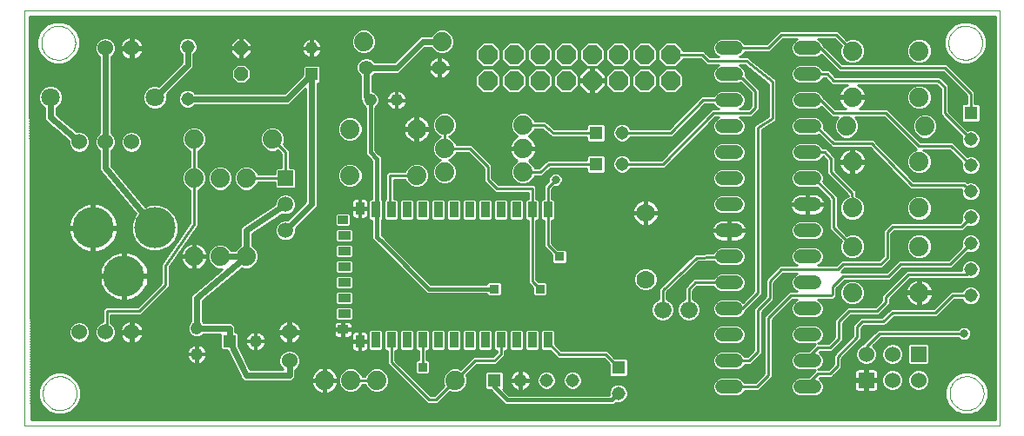
<source format=gtl>
G75*
G70*
%OFA0B0*%
%FSLAX24Y24*%
%IPPOS*%
%LPD*%
%AMOC8*
5,1,8,0,0,1.08239X$1,22.5*
%
%ADD10C,0.0000*%
%ADD11R,0.0600X0.0600*%
%ADD12C,0.0600*%
%ADD13C,0.0520*%
%ADD14C,0.0740*%
%ADD15C,0.0476*%
%ADD16R,0.0476X0.0476*%
%ADD17OC8,0.0520*%
%ADD18R,0.0594X0.0594*%
%ADD19C,0.0594*%
%ADD20C,0.0515*%
%ADD21C,0.1580*%
%ADD22C,0.0709*%
%ADD23R,0.0320X0.0600*%
%ADD24R,0.0320X0.0500*%
%ADD25R,0.0400X0.0320*%
%ADD26R,0.0500X0.0320*%
%ADD27OC8,0.0740*%
%ADD28C,0.0660*%
%ADD29R,0.0515X0.0515*%
%ADD30C,0.0554*%
%ADD31C,0.0700*%
%ADD32C,0.0100*%
%ADD33C,0.0240*%
%ADD34C,0.0320*%
%ADD35C,0.0160*%
%ADD36R,0.0356X0.0356*%
D10*
X000983Y000100D02*
X038353Y000100D01*
X038353Y016042D01*
X000983Y016042D01*
X000983Y000100D01*
X001683Y001342D02*
X001685Y001392D01*
X001691Y001442D01*
X001701Y001492D01*
X001714Y001540D01*
X001731Y001588D01*
X001752Y001634D01*
X001776Y001678D01*
X001804Y001720D01*
X001835Y001760D01*
X001869Y001797D01*
X001906Y001832D01*
X001945Y001863D01*
X001986Y001892D01*
X002030Y001917D01*
X002076Y001939D01*
X002123Y001957D01*
X002171Y001971D01*
X002220Y001982D01*
X002270Y001989D01*
X002320Y001992D01*
X002371Y001991D01*
X002421Y001986D01*
X002471Y001977D01*
X002519Y001965D01*
X002567Y001948D01*
X002613Y001928D01*
X002658Y001905D01*
X002701Y001878D01*
X002741Y001848D01*
X002779Y001815D01*
X002814Y001779D01*
X002847Y001740D01*
X002876Y001699D01*
X002902Y001656D01*
X002925Y001611D01*
X002944Y001564D01*
X002959Y001516D01*
X002971Y001467D01*
X002979Y001417D01*
X002983Y001367D01*
X002983Y001317D01*
X002979Y001267D01*
X002971Y001217D01*
X002959Y001168D01*
X002944Y001120D01*
X002925Y001073D01*
X002902Y001028D01*
X002876Y000985D01*
X002847Y000944D01*
X002814Y000905D01*
X002779Y000869D01*
X002741Y000836D01*
X002701Y000806D01*
X002658Y000779D01*
X002613Y000756D01*
X002567Y000736D01*
X002519Y000719D01*
X002471Y000707D01*
X002421Y000698D01*
X002371Y000693D01*
X002320Y000692D01*
X002270Y000695D01*
X002220Y000702D01*
X002171Y000713D01*
X002123Y000727D01*
X002076Y000745D01*
X002030Y000767D01*
X001986Y000792D01*
X001945Y000821D01*
X001906Y000852D01*
X001869Y000887D01*
X001835Y000924D01*
X001804Y000964D01*
X001776Y001006D01*
X001752Y001050D01*
X001731Y001096D01*
X001714Y001144D01*
X001701Y001192D01*
X001691Y001242D01*
X001685Y001292D01*
X001683Y001342D01*
X001633Y014792D02*
X001635Y014842D01*
X001641Y014892D01*
X001651Y014942D01*
X001664Y014990D01*
X001681Y015038D01*
X001702Y015084D01*
X001726Y015128D01*
X001754Y015170D01*
X001785Y015210D01*
X001819Y015247D01*
X001856Y015282D01*
X001895Y015313D01*
X001936Y015342D01*
X001980Y015367D01*
X002026Y015389D01*
X002073Y015407D01*
X002121Y015421D01*
X002170Y015432D01*
X002220Y015439D01*
X002270Y015442D01*
X002321Y015441D01*
X002371Y015436D01*
X002421Y015427D01*
X002469Y015415D01*
X002517Y015398D01*
X002563Y015378D01*
X002608Y015355D01*
X002651Y015328D01*
X002691Y015298D01*
X002729Y015265D01*
X002764Y015229D01*
X002797Y015190D01*
X002826Y015149D01*
X002852Y015106D01*
X002875Y015061D01*
X002894Y015014D01*
X002909Y014966D01*
X002921Y014917D01*
X002929Y014867D01*
X002933Y014817D01*
X002933Y014767D01*
X002929Y014717D01*
X002921Y014667D01*
X002909Y014618D01*
X002894Y014570D01*
X002875Y014523D01*
X002852Y014478D01*
X002826Y014435D01*
X002797Y014394D01*
X002764Y014355D01*
X002729Y014319D01*
X002691Y014286D01*
X002651Y014256D01*
X002608Y014229D01*
X002563Y014206D01*
X002517Y014186D01*
X002469Y014169D01*
X002421Y014157D01*
X002371Y014148D01*
X002321Y014143D01*
X002270Y014142D01*
X002220Y014145D01*
X002170Y014152D01*
X002121Y014163D01*
X002073Y014177D01*
X002026Y014195D01*
X001980Y014217D01*
X001936Y014242D01*
X001895Y014271D01*
X001856Y014302D01*
X001819Y014337D01*
X001785Y014374D01*
X001754Y014414D01*
X001726Y014456D01*
X001702Y014500D01*
X001681Y014546D01*
X001664Y014594D01*
X001651Y014642D01*
X001641Y014692D01*
X001635Y014742D01*
X001633Y014792D01*
X036383Y014792D02*
X036385Y014842D01*
X036391Y014892D01*
X036401Y014942D01*
X036414Y014990D01*
X036431Y015038D01*
X036452Y015084D01*
X036476Y015128D01*
X036504Y015170D01*
X036535Y015210D01*
X036569Y015247D01*
X036606Y015282D01*
X036645Y015313D01*
X036686Y015342D01*
X036730Y015367D01*
X036776Y015389D01*
X036823Y015407D01*
X036871Y015421D01*
X036920Y015432D01*
X036970Y015439D01*
X037020Y015442D01*
X037071Y015441D01*
X037121Y015436D01*
X037171Y015427D01*
X037219Y015415D01*
X037267Y015398D01*
X037313Y015378D01*
X037358Y015355D01*
X037401Y015328D01*
X037441Y015298D01*
X037479Y015265D01*
X037514Y015229D01*
X037547Y015190D01*
X037576Y015149D01*
X037602Y015106D01*
X037625Y015061D01*
X037644Y015014D01*
X037659Y014966D01*
X037671Y014917D01*
X037679Y014867D01*
X037683Y014817D01*
X037683Y014767D01*
X037679Y014717D01*
X037671Y014667D01*
X037659Y014618D01*
X037644Y014570D01*
X037625Y014523D01*
X037602Y014478D01*
X037576Y014435D01*
X037547Y014394D01*
X037514Y014355D01*
X037479Y014319D01*
X037441Y014286D01*
X037401Y014256D01*
X037358Y014229D01*
X037313Y014206D01*
X037267Y014186D01*
X037219Y014169D01*
X037171Y014157D01*
X037121Y014148D01*
X037071Y014143D01*
X037020Y014142D01*
X036970Y014145D01*
X036920Y014152D01*
X036871Y014163D01*
X036823Y014177D01*
X036776Y014195D01*
X036730Y014217D01*
X036686Y014242D01*
X036645Y014271D01*
X036606Y014302D01*
X036569Y014337D01*
X036535Y014374D01*
X036504Y014414D01*
X036476Y014456D01*
X036452Y014500D01*
X036431Y014546D01*
X036414Y014594D01*
X036401Y014642D01*
X036391Y014692D01*
X036385Y014742D01*
X036383Y014792D01*
X036433Y001342D02*
X036435Y001392D01*
X036441Y001442D01*
X036451Y001492D01*
X036464Y001540D01*
X036481Y001588D01*
X036502Y001634D01*
X036526Y001678D01*
X036554Y001720D01*
X036585Y001760D01*
X036619Y001797D01*
X036656Y001832D01*
X036695Y001863D01*
X036736Y001892D01*
X036780Y001917D01*
X036826Y001939D01*
X036873Y001957D01*
X036921Y001971D01*
X036970Y001982D01*
X037020Y001989D01*
X037070Y001992D01*
X037121Y001991D01*
X037171Y001986D01*
X037221Y001977D01*
X037269Y001965D01*
X037317Y001948D01*
X037363Y001928D01*
X037408Y001905D01*
X037451Y001878D01*
X037491Y001848D01*
X037529Y001815D01*
X037564Y001779D01*
X037597Y001740D01*
X037626Y001699D01*
X037652Y001656D01*
X037675Y001611D01*
X037694Y001564D01*
X037709Y001516D01*
X037721Y001467D01*
X037729Y001417D01*
X037733Y001367D01*
X037733Y001317D01*
X037729Y001267D01*
X037721Y001217D01*
X037709Y001168D01*
X037694Y001120D01*
X037675Y001073D01*
X037652Y001028D01*
X037626Y000985D01*
X037597Y000944D01*
X037564Y000905D01*
X037529Y000869D01*
X037491Y000836D01*
X037451Y000806D01*
X037408Y000779D01*
X037363Y000756D01*
X037317Y000736D01*
X037269Y000719D01*
X037221Y000707D01*
X037171Y000698D01*
X037121Y000693D01*
X037070Y000692D01*
X037020Y000695D01*
X036970Y000702D01*
X036921Y000713D01*
X036873Y000727D01*
X036826Y000745D01*
X036780Y000767D01*
X036736Y000792D01*
X036695Y000821D01*
X036656Y000852D01*
X036619Y000887D01*
X036585Y000924D01*
X036554Y000964D01*
X036526Y001006D01*
X036502Y001050D01*
X036481Y001096D01*
X036464Y001144D01*
X036451Y001192D01*
X036441Y001242D01*
X036435Y001292D01*
X036433Y001342D01*
D11*
X033233Y001842D03*
X035233Y002842D03*
D12*
X034233Y002842D03*
X033233Y002842D03*
X034233Y001842D03*
X035233Y001842D03*
X011133Y002592D03*
X011133Y003692D03*
X005083Y003692D03*
X004083Y003692D03*
X003083Y003692D03*
X003083Y010992D03*
X004083Y010992D03*
X005083Y010992D03*
X005083Y014592D03*
X004083Y014592D03*
D13*
X027723Y014592D02*
X028243Y014592D01*
X028243Y013592D02*
X027723Y013592D01*
X027723Y012592D02*
X028243Y012592D01*
X028243Y011592D02*
X027723Y011592D01*
X027723Y010592D02*
X028243Y010592D01*
X028243Y009592D02*
X027723Y009592D01*
X027723Y008592D02*
X028243Y008592D01*
X028243Y007592D02*
X027723Y007592D01*
X027723Y006592D02*
X028243Y006592D01*
X028243Y005592D02*
X027723Y005592D01*
X027723Y004592D02*
X028243Y004592D01*
X028243Y003592D02*
X027723Y003592D01*
X027723Y002592D02*
X028243Y002592D01*
X028243Y001592D02*
X027723Y001592D01*
X030723Y001592D02*
X031243Y001592D01*
X031243Y002592D02*
X030723Y002592D01*
X030723Y003592D02*
X031243Y003592D01*
X031243Y004592D02*
X030723Y004592D01*
X030723Y005592D02*
X031243Y005592D01*
X031243Y006592D02*
X030723Y006592D01*
X030723Y007592D02*
X031243Y007592D01*
X031243Y008592D02*
X030723Y008592D01*
X030723Y009592D02*
X031243Y009592D01*
X031243Y010592D02*
X030723Y010592D01*
X030723Y011592D02*
X031243Y011592D01*
X031243Y012592D02*
X030723Y012592D01*
X030723Y013592D02*
X031243Y013592D01*
X031243Y014592D02*
X030723Y014592D01*
D14*
X032703Y014482D03*
X035263Y014482D03*
X035263Y012702D03*
X035483Y011592D03*
X032703Y012702D03*
X032483Y011592D03*
X032703Y010232D03*
X035263Y010232D03*
X035263Y008452D03*
X032703Y008452D03*
X032703Y006982D03*
X035263Y006982D03*
X035263Y005202D03*
X032703Y005202D03*
X020083Y009842D03*
X020083Y010742D03*
X020083Y011642D03*
X017083Y011642D03*
X016013Y011482D03*
X017083Y010742D03*
X017083Y009842D03*
X016013Y009702D03*
X013453Y009702D03*
X010483Y011092D03*
X013453Y011482D03*
X009483Y009592D03*
X008483Y009592D03*
X007483Y009592D03*
X007483Y011092D03*
X013983Y014842D03*
X016983Y014842D03*
X009483Y006592D03*
X008483Y006592D03*
X007483Y006592D03*
X012483Y001842D03*
X013483Y001842D03*
X014483Y001842D03*
X017483Y001842D03*
D15*
X009833Y003342D03*
X007583Y002842D03*
X007583Y003842D03*
X014233Y012592D03*
X015233Y012592D03*
X011983Y014592D03*
D16*
X011983Y013592D03*
X008833Y003342D03*
D17*
X009283Y013592D03*
X009283Y014592D03*
D18*
X010983Y009592D03*
D19*
X010983Y008592D03*
X010983Y007592D03*
D20*
X007233Y012642D03*
X007233Y014642D03*
X023883Y011342D03*
X023883Y010142D03*
X037233Y010092D03*
X037233Y011092D03*
X037233Y009092D03*
X037233Y008092D03*
X037233Y007092D03*
X037233Y006092D03*
X037233Y005092D03*
X023733Y001342D03*
X021983Y001842D03*
X020983Y001842D03*
X019983Y001842D03*
D21*
X005977Y007692D03*
X003615Y007692D03*
X004796Y005842D03*
D22*
X005983Y012692D03*
X001983Y012692D03*
D23*
X014433Y008392D03*
X015033Y008392D03*
X015633Y008392D03*
X016233Y008392D03*
X016833Y008392D03*
X017433Y008392D03*
X018033Y008392D03*
X018633Y008392D03*
X019233Y008392D03*
X019833Y008392D03*
X020433Y008392D03*
X021033Y008392D03*
X021033Y003392D03*
X020433Y003392D03*
X019833Y003392D03*
X019233Y003392D03*
X018633Y003392D03*
X018033Y003392D03*
X017433Y003392D03*
X016833Y003392D03*
X016233Y003392D03*
X015633Y003392D03*
X015033Y003392D03*
X014433Y003392D03*
D24*
X013833Y003342D03*
X013833Y008442D03*
D25*
X013183Y007992D03*
X013183Y003792D03*
D26*
X013233Y004392D03*
X013233Y004992D03*
X013233Y005592D03*
X013233Y006192D03*
X013233Y006792D03*
X013233Y007392D03*
D27*
X018733Y013342D03*
X019733Y013342D03*
X020733Y013342D03*
X021733Y013342D03*
X022733Y013342D03*
X023733Y013342D03*
X024733Y013342D03*
X025733Y013342D03*
X025733Y014342D03*
X024733Y014342D03*
X023733Y014342D03*
X022733Y014342D03*
X021733Y014342D03*
X020733Y014342D03*
X019733Y014342D03*
X018733Y014342D03*
D28*
X025433Y004542D03*
X026433Y004542D03*
D29*
X023733Y002342D03*
X018983Y001842D03*
X022883Y010142D03*
X022883Y011342D03*
X037233Y012092D03*
D30*
X016883Y013842D03*
X014083Y013842D03*
D31*
X024783Y008272D03*
X024783Y005713D03*
D32*
X024365Y005904D02*
X020593Y005904D01*
X020593Y006002D02*
X024422Y006002D01*
X024393Y005973D02*
X024523Y006103D01*
X024692Y006173D01*
X024875Y006173D01*
X025044Y006103D01*
X025173Y005973D01*
X025243Y005804D01*
X025243Y005621D01*
X025173Y005452D01*
X025044Y005323D01*
X024875Y005253D01*
X024692Y005253D01*
X024523Y005323D01*
X024393Y005452D01*
X024323Y005621D01*
X024323Y005804D01*
X024393Y005973D01*
X024521Y006101D02*
X020593Y006101D01*
X020593Y006199D02*
X026146Y006199D01*
X026248Y006298D02*
X020593Y006298D01*
X020593Y006396D02*
X021195Y006396D01*
X021195Y006368D02*
X021260Y006304D01*
X021707Y006304D01*
X021771Y006368D01*
X021771Y006816D01*
X021707Y006880D01*
X021421Y006880D01*
X021193Y007108D01*
X021193Y007982D01*
X021239Y007982D01*
X021303Y008047D01*
X021303Y008738D01*
X021239Y008802D01*
X021193Y008802D01*
X021193Y009176D01*
X021290Y009272D01*
X021387Y009272D01*
X021486Y009313D01*
X021562Y009389D01*
X021603Y009488D01*
X021603Y009596D01*
X021562Y009695D01*
X021486Y009771D01*
X021387Y009812D01*
X021280Y009812D01*
X021180Y009771D01*
X021104Y009695D01*
X021063Y009596D01*
X021063Y009498D01*
X020873Y009308D01*
X020873Y008802D01*
X020828Y008802D01*
X020763Y008738D01*
X020763Y008047D01*
X020828Y007982D01*
X020873Y007982D01*
X020873Y006976D01*
X021195Y006654D01*
X021195Y006368D01*
X021195Y006495D02*
X020593Y006495D01*
X020593Y006593D02*
X021195Y006593D01*
X021158Y006692D02*
X020593Y006692D01*
X020593Y006790D02*
X021059Y006790D01*
X020961Y006889D02*
X020593Y006889D01*
X020593Y006987D02*
X020873Y006987D01*
X020873Y007086D02*
X020593Y007086D01*
X020593Y007184D02*
X020873Y007184D01*
X020873Y007283D02*
X020593Y007283D01*
X020593Y007381D02*
X020873Y007381D01*
X020873Y007480D02*
X020593Y007480D01*
X020593Y007578D02*
X020873Y007578D01*
X020873Y007677D02*
X020593Y007677D01*
X020593Y007775D02*
X020873Y007775D01*
X020873Y007874D02*
X020593Y007874D01*
X020593Y007972D02*
X020873Y007972D01*
X020763Y008071D02*
X020703Y008071D01*
X020703Y008047D02*
X020703Y008738D01*
X020639Y008802D01*
X020593Y008802D01*
X020593Y009258D01*
X020500Y009352D01*
X019150Y009352D01*
X018893Y009608D01*
X018893Y010108D01*
X018800Y010202D01*
X018100Y010902D01*
X017537Y010902D01*
X017490Y011014D01*
X017355Y011149D01*
X017251Y011192D01*
X017355Y011235D01*
X017490Y011370D01*
X017563Y011547D01*
X017563Y011738D01*
X017490Y011914D01*
X017355Y012049D01*
X017179Y012122D01*
X016988Y012122D01*
X016811Y012049D01*
X016676Y011914D01*
X016603Y011738D01*
X016603Y011547D01*
X016676Y011370D01*
X016811Y011235D01*
X016915Y011192D01*
X016811Y011149D01*
X016676Y011014D01*
X016603Y010838D01*
X016603Y010647D01*
X016676Y010470D01*
X016811Y010335D01*
X016915Y010292D01*
X016811Y010249D01*
X016676Y010114D01*
X016603Y009938D01*
X016603Y009747D01*
X016676Y009570D01*
X016811Y009435D01*
X016988Y009362D01*
X017179Y009362D01*
X017355Y009435D01*
X017490Y009570D01*
X017563Y009747D01*
X017563Y009938D01*
X017490Y010114D01*
X017355Y010249D01*
X017251Y010292D01*
X017355Y010335D01*
X017490Y010470D01*
X017537Y010582D01*
X017967Y010582D01*
X018573Y009976D01*
X018573Y009476D01*
X018923Y009126D01*
X019017Y009032D01*
X020273Y009032D01*
X020273Y008802D01*
X020228Y008802D01*
X020163Y008738D01*
X020163Y008047D01*
X020228Y007982D01*
X020273Y007982D01*
X020273Y005576D01*
X020445Y005404D01*
X020445Y005118D01*
X020510Y005054D01*
X020957Y005054D01*
X021021Y005118D01*
X021021Y005566D01*
X020957Y005630D01*
X020671Y005630D01*
X020593Y005708D01*
X020593Y007982D01*
X020639Y007982D01*
X020703Y008047D01*
X020703Y008169D02*
X020763Y008169D01*
X020763Y008268D02*
X020703Y008268D01*
X020703Y008366D02*
X020763Y008366D01*
X020763Y008465D02*
X020703Y008465D01*
X020703Y008563D02*
X020763Y008563D01*
X020763Y008662D02*
X020703Y008662D01*
X020681Y008760D02*
X020786Y008760D01*
X020873Y008859D02*
X020593Y008859D01*
X020593Y008957D02*
X020873Y008957D01*
X020873Y009056D02*
X020593Y009056D01*
X020593Y009154D02*
X020873Y009154D01*
X020873Y009253D02*
X020593Y009253D01*
X020501Y009351D02*
X020916Y009351D01*
X021015Y009450D02*
X020370Y009450D01*
X020355Y009435D02*
X020490Y009570D01*
X020537Y009682D01*
X020727Y009682D01*
X020787Y009678D01*
X020793Y009682D01*
X020800Y009682D01*
X020842Y009725D01*
X021143Y009982D01*
X022516Y009982D01*
X022516Y009839D01*
X022580Y009775D01*
X023186Y009775D01*
X023251Y009839D01*
X023251Y010445D01*
X023186Y010510D01*
X022580Y010510D01*
X022516Y010445D01*
X022516Y010302D01*
X021089Y010302D01*
X021030Y010307D01*
X021024Y010302D01*
X021017Y010302D01*
X020975Y010260D01*
X020674Y010002D01*
X020537Y010002D01*
X020490Y010114D01*
X020355Y010249D01*
X020303Y010271D01*
X020356Y010297D01*
X020422Y010345D01*
X020480Y010403D01*
X020528Y010470D01*
X020565Y010543D01*
X020591Y010620D01*
X020603Y010701D01*
X020603Y010704D01*
X020122Y010704D01*
X020122Y010781D01*
X020603Y010781D01*
X020603Y010783D01*
X020591Y010864D01*
X020565Y010942D01*
X020528Y011015D01*
X020480Y011081D01*
X020422Y011139D01*
X020356Y011187D01*
X020303Y011214D01*
X020355Y011235D01*
X020490Y011370D01*
X020537Y011482D01*
X020824Y011482D01*
X021125Y011225D01*
X021167Y011182D01*
X021174Y011182D01*
X021180Y011178D01*
X021239Y011182D01*
X022516Y011182D01*
X022516Y011039D01*
X022580Y010975D01*
X023186Y010975D01*
X023251Y011039D01*
X023251Y011645D01*
X023186Y011710D01*
X022580Y011710D01*
X022516Y011645D01*
X022516Y011502D01*
X021293Y011502D01*
X020992Y011760D01*
X020950Y011802D01*
X020943Y011802D01*
X020937Y011807D01*
X020877Y011802D01*
X020537Y011802D01*
X020490Y011914D01*
X020355Y012049D01*
X020179Y012122D01*
X019988Y012122D01*
X019811Y012049D01*
X019676Y011914D01*
X019603Y011738D01*
X019603Y011547D01*
X019676Y011370D01*
X019811Y011235D01*
X019863Y011214D01*
X019811Y011187D01*
X019745Y011139D01*
X019687Y011081D01*
X019639Y011015D01*
X019601Y010942D01*
X019576Y010864D01*
X019563Y010783D01*
X019563Y010781D01*
X020045Y010781D01*
X020045Y010704D01*
X019563Y010704D01*
X019563Y010701D01*
X019576Y010620D01*
X019601Y010543D01*
X019639Y010470D01*
X019687Y010403D01*
X019745Y010345D01*
X019811Y010297D01*
X019863Y010271D01*
X019811Y010249D01*
X019676Y010114D01*
X019603Y009938D01*
X019603Y009747D01*
X019676Y009570D01*
X019811Y009435D01*
X019988Y009362D01*
X020179Y009362D01*
X020355Y009435D01*
X020468Y009548D02*
X021063Y009548D01*
X021084Y009647D02*
X020522Y009647D01*
X020733Y009842D02*
X020083Y009842D01*
X019603Y009844D02*
X018893Y009844D01*
X018893Y009942D02*
X019605Y009942D01*
X019646Y010041D02*
X018893Y010041D01*
X018863Y010139D02*
X019702Y010139D01*
X019800Y010238D02*
X018764Y010238D01*
X018666Y010336D02*
X019757Y010336D01*
X019664Y010435D02*
X018567Y010435D01*
X018469Y010533D02*
X019606Y010533D01*
X019574Y010632D02*
X018370Y010632D01*
X018272Y010730D02*
X020045Y010730D01*
X020122Y010730D02*
X025795Y010730D01*
X025697Y010632D02*
X020592Y010632D01*
X020560Y010533D02*
X025598Y010533D01*
X025500Y010435D02*
X024111Y010435D01*
X024091Y010454D02*
X023956Y010510D01*
X023810Y010510D01*
X023675Y010454D01*
X023572Y010350D01*
X023516Y010215D01*
X023516Y010069D01*
X023572Y009934D01*
X023675Y009831D01*
X023810Y009775D01*
X023956Y009775D01*
X024091Y009831D01*
X024195Y009934D01*
X024215Y009982D01*
X025500Y009982D01*
X027450Y011932D01*
X027577Y011932D01*
X027514Y011906D01*
X027410Y011802D01*
X027353Y011666D01*
X027353Y011519D01*
X027410Y011383D01*
X027514Y011278D01*
X027650Y011222D01*
X028317Y011222D01*
X028453Y011278D01*
X028557Y011383D01*
X028613Y011519D01*
X028613Y011666D01*
X028557Y011802D01*
X028453Y011906D01*
X028389Y011932D01*
X028850Y011932D01*
X029050Y012132D01*
X029143Y012226D01*
X029143Y013008D01*
X028643Y013508D01*
X028613Y013538D01*
X028613Y013666D01*
X028557Y013802D01*
X028453Y013906D01*
X028389Y013932D01*
X028577Y013932D01*
X029473Y013215D01*
X029473Y011980D01*
X029037Y011702D01*
X029017Y011702D01*
X028983Y011668D01*
X028942Y011642D01*
X028937Y011622D01*
X028923Y011608D01*
X028923Y011560D01*
X028913Y011512D01*
X028923Y011496D01*
X028923Y005258D01*
X028512Y004847D01*
X028453Y004906D01*
X028317Y004962D01*
X027650Y004962D01*
X027514Y004906D01*
X027410Y004802D01*
X027353Y004666D01*
X027353Y004519D01*
X027410Y004383D01*
X027514Y004278D01*
X027650Y004222D01*
X028317Y004222D01*
X028453Y004278D01*
X028557Y004383D01*
X028597Y004480D01*
X028643Y004526D01*
X029150Y005032D01*
X029243Y005126D01*
X029243Y011454D01*
X029680Y011732D01*
X029700Y011732D01*
X029734Y011767D01*
X029775Y011793D01*
X029779Y011812D01*
X029793Y011826D01*
X029793Y011875D01*
X029804Y011922D01*
X029793Y011939D01*
X029793Y013236D01*
X029800Y013244D01*
X029793Y013301D01*
X029793Y013358D01*
X029786Y013366D01*
X029785Y013376D01*
X029740Y013412D01*
X029700Y013452D01*
X029689Y013452D01*
X028740Y014212D01*
X028700Y014252D01*
X028689Y014252D01*
X028682Y014258D01*
X028624Y014252D01*
X028389Y014252D01*
X028453Y014278D01*
X028557Y014383D01*
X028578Y014432D01*
X029550Y014432D01*
X030050Y014932D01*
X030577Y014932D01*
X030514Y014906D01*
X030410Y014802D01*
X030353Y014666D01*
X030353Y014519D01*
X030410Y014383D01*
X030514Y014278D01*
X030650Y014222D01*
X031317Y014222D01*
X031453Y014278D01*
X031512Y014337D01*
X032073Y013776D01*
X032167Y013682D01*
X036167Y013682D01*
X037073Y012776D01*
X037073Y012460D01*
X036930Y012460D01*
X036866Y012395D01*
X036866Y011789D01*
X036930Y011725D01*
X037536Y011725D01*
X037601Y011789D01*
X037601Y012395D01*
X037536Y012460D01*
X037393Y012460D01*
X037393Y012908D01*
X037300Y013002D01*
X036300Y014002D01*
X032300Y014002D01*
X031597Y014704D01*
X031557Y014802D01*
X031453Y014906D01*
X031389Y014932D01*
X032027Y014932D01*
X032270Y014690D01*
X032223Y014578D01*
X032223Y014387D01*
X032296Y014210D01*
X032431Y014075D01*
X032608Y014002D01*
X032799Y014002D01*
X032975Y014075D01*
X033110Y014210D01*
X033183Y014387D01*
X033183Y014578D01*
X033110Y014754D01*
X032975Y014889D01*
X032799Y014962D01*
X032608Y014962D01*
X032496Y014916D01*
X032160Y015252D01*
X029917Y015252D01*
X029823Y015158D01*
X029417Y014752D01*
X028578Y014752D01*
X028557Y014802D01*
X028453Y014906D01*
X028317Y014962D01*
X027650Y014962D01*
X027514Y014906D01*
X027410Y014802D01*
X027353Y014666D01*
X027353Y014519D01*
X027410Y014383D01*
X027514Y014278D01*
X027577Y014252D01*
X027250Y014252D01*
X027093Y014408D01*
X027000Y014502D01*
X026213Y014502D01*
X026213Y014541D01*
X025932Y014822D01*
X025535Y014822D01*
X025253Y014541D01*
X025253Y014143D01*
X025535Y013862D01*
X025932Y013862D01*
X026213Y014143D01*
X026213Y014182D01*
X026867Y014182D01*
X027117Y013932D01*
X027577Y013932D01*
X027514Y013906D01*
X027410Y013802D01*
X027353Y013666D01*
X027353Y013519D01*
X027410Y013383D01*
X027514Y013278D01*
X027650Y013222D01*
X028317Y013222D01*
X028430Y013269D01*
X028823Y012876D01*
X028823Y012358D01*
X028717Y012252D01*
X028389Y012252D01*
X028453Y012278D01*
X028557Y012383D01*
X028613Y012519D01*
X028613Y012666D01*
X028557Y012802D01*
X028453Y012906D01*
X028317Y012962D01*
X027650Y012962D01*
X027514Y012906D01*
X027410Y012802D01*
X027389Y012752D01*
X026917Y012752D01*
X026823Y012658D01*
X025667Y011502D01*
X024215Y011502D01*
X024195Y011550D01*
X024091Y011654D01*
X023956Y011710D01*
X023810Y011710D01*
X023675Y011654D01*
X023572Y011550D01*
X023516Y011415D01*
X023516Y011269D01*
X023572Y011134D01*
X023675Y011031D01*
X023810Y010975D01*
X023956Y010975D01*
X024091Y011031D01*
X024195Y011134D01*
X024215Y011182D01*
X025800Y011182D01*
X027050Y012432D01*
X027389Y012432D01*
X027410Y012383D01*
X027514Y012278D01*
X027577Y012252D01*
X027317Y012252D01*
X027223Y012158D01*
X025367Y010302D01*
X024215Y010302D01*
X024195Y010350D01*
X024091Y010454D01*
X024201Y010336D02*
X025401Y010336D01*
X025433Y010142D02*
X027383Y012092D01*
X028783Y012092D01*
X028983Y012292D01*
X028983Y012942D01*
X028483Y013442D01*
X028133Y013442D01*
X027983Y013592D01*
X027490Y013882D02*
X025952Y013882D01*
X025932Y013822D02*
X025535Y013822D01*
X025253Y013541D01*
X025253Y013143D01*
X025535Y012862D01*
X025932Y012862D01*
X026213Y013143D01*
X026213Y013541D01*
X025932Y013822D01*
X025971Y013784D02*
X027402Y013784D01*
X027361Y013685D02*
X026069Y013685D01*
X026168Y013587D02*
X027353Y013587D01*
X027366Y013488D02*
X026213Y013488D01*
X026213Y013390D02*
X027407Y013390D01*
X027501Y013291D02*
X026213Y013291D01*
X026213Y013193D02*
X028507Y013193D01*
X028605Y013094D02*
X026164Y013094D01*
X026066Y012996D02*
X028704Y012996D01*
X028802Y012897D02*
X028462Y012897D01*
X028558Y012799D02*
X028823Y012799D01*
X028823Y012700D02*
X028599Y012700D01*
X028613Y012602D02*
X028823Y012602D01*
X028823Y012503D02*
X028607Y012503D01*
X028566Y012405D02*
X028823Y012405D01*
X028771Y012306D02*
X028481Y012306D01*
X028928Y012011D02*
X029473Y012011D01*
X029473Y012109D02*
X029027Y012109D01*
X029125Y012208D02*
X029473Y012208D01*
X029473Y012306D02*
X029143Y012306D01*
X029143Y012405D02*
X029473Y012405D01*
X029473Y012503D02*
X029143Y012503D01*
X029143Y012602D02*
X029473Y012602D01*
X029473Y012700D02*
X029143Y012700D01*
X029143Y012799D02*
X029473Y012799D01*
X029473Y012897D02*
X029143Y012897D01*
X029143Y012996D02*
X029473Y012996D01*
X029473Y013094D02*
X029058Y013094D01*
X028959Y013193D02*
X029473Y013193D01*
X029378Y013291D02*
X028861Y013291D01*
X028762Y013390D02*
X029255Y013390D01*
X029132Y013488D02*
X028664Y013488D01*
X028613Y013587D02*
X029009Y013587D01*
X028886Y013685D02*
X028605Y013685D01*
X028564Y013784D02*
X028763Y013784D01*
X028640Y013882D02*
X028477Y013882D01*
X028633Y014092D02*
X027183Y014092D01*
X026933Y014342D01*
X025733Y014342D01*
X025253Y014375D02*
X025213Y014375D01*
X025213Y014473D02*
X025253Y014473D01*
X025213Y014541D02*
X024932Y014822D01*
X024535Y014822D01*
X024253Y014541D01*
X024253Y014143D01*
X024535Y013862D01*
X024932Y013862D01*
X025213Y014143D01*
X025213Y014541D01*
X025183Y014572D02*
X025284Y014572D01*
X025383Y014670D02*
X025084Y014670D01*
X024986Y014769D02*
X025481Y014769D01*
X025986Y014769D02*
X027396Y014769D01*
X027355Y014670D02*
X026084Y014670D01*
X026183Y014572D02*
X027353Y014572D01*
X027372Y014473D02*
X027029Y014473D01*
X027127Y014375D02*
X027418Y014375D01*
X027519Y014276D02*
X027226Y014276D01*
X026970Y014079D02*
X026149Y014079D01*
X026213Y014178D02*
X026872Y014178D01*
X027069Y013981D02*
X026051Y013981D01*
X025514Y013882D02*
X024952Y013882D01*
X024932Y013822D02*
X024535Y013822D01*
X024253Y013541D01*
X024253Y013143D01*
X024535Y012862D01*
X024932Y012862D01*
X025213Y013143D01*
X025213Y013541D01*
X024932Y013822D01*
X024971Y013784D02*
X025496Y013784D01*
X025398Y013685D02*
X025069Y013685D01*
X025168Y013587D02*
X025299Y013587D01*
X025253Y013488D02*
X025213Y013488D01*
X025213Y013390D02*
X025253Y013390D01*
X025253Y013291D02*
X025213Y013291D01*
X025213Y013193D02*
X025253Y013193D01*
X025302Y013094D02*
X025164Y013094D01*
X025066Y012996D02*
X025401Y012996D01*
X025499Y012897D02*
X024967Y012897D01*
X024499Y012897D02*
X023967Y012897D01*
X023932Y012862D02*
X024213Y013143D01*
X024213Y013541D01*
X023932Y013822D01*
X023535Y013822D01*
X023253Y013541D01*
X023253Y013143D01*
X023535Y012862D01*
X023932Y012862D01*
X024066Y012996D02*
X024401Y012996D01*
X024302Y013094D02*
X024164Y013094D01*
X024213Y013193D02*
X024253Y013193D01*
X024253Y013291D02*
X024213Y013291D01*
X024213Y013390D02*
X024253Y013390D01*
X024253Y013488D02*
X024213Y013488D01*
X024168Y013587D02*
X024299Y013587D01*
X024398Y013685D02*
X024069Y013685D01*
X023971Y013784D02*
X024496Y013784D01*
X024514Y013882D02*
X023952Y013882D01*
X023932Y013862D02*
X024213Y014143D01*
X024213Y014541D01*
X023932Y014822D01*
X023535Y014822D01*
X023253Y014541D01*
X023253Y014143D01*
X023535Y013862D01*
X023932Y013862D01*
X024051Y013981D02*
X024416Y013981D01*
X024317Y014079D02*
X024149Y014079D01*
X024213Y014178D02*
X024253Y014178D01*
X024253Y014276D02*
X024213Y014276D01*
X024213Y014375D02*
X024253Y014375D01*
X024253Y014473D02*
X024213Y014473D01*
X024183Y014572D02*
X024284Y014572D01*
X024383Y014670D02*
X024084Y014670D01*
X023986Y014769D02*
X024481Y014769D01*
X025213Y014276D02*
X025253Y014276D01*
X025253Y014178D02*
X025213Y014178D01*
X025149Y014079D02*
X025317Y014079D01*
X025416Y013981D02*
X025051Y013981D01*
X023514Y013882D02*
X022952Y013882D01*
X022949Y013862D02*
X022783Y013862D01*
X022783Y013392D01*
X022683Y013392D01*
X022683Y013292D01*
X022213Y013292D01*
X022213Y013127D01*
X022518Y012822D01*
X022683Y012822D01*
X022683Y013292D01*
X022783Y013292D01*
X022783Y012822D01*
X022949Y012822D01*
X023253Y013127D01*
X023253Y013292D01*
X022783Y013292D01*
X022783Y013392D01*
X023253Y013392D01*
X023253Y013558D01*
X022949Y013862D01*
X022932Y013862D02*
X023213Y014143D01*
X023213Y014541D01*
X022932Y014822D01*
X022535Y014822D01*
X022253Y014541D01*
X022253Y014143D01*
X022535Y013862D01*
X022932Y013862D01*
X023027Y013784D02*
X023496Y013784D01*
X023398Y013685D02*
X023126Y013685D01*
X023224Y013587D02*
X023299Y013587D01*
X023253Y013488D02*
X023253Y013488D01*
X023253Y013390D02*
X022783Y013390D01*
X022783Y013488D02*
X022683Y013488D01*
X022683Y013392D02*
X022683Y013862D01*
X022518Y013862D01*
X022213Y013558D01*
X022213Y013392D01*
X022683Y013392D01*
X022683Y013390D02*
X022213Y013390D01*
X022213Y013488D02*
X022213Y013488D01*
X022213Y013541D02*
X021932Y013822D01*
X021535Y013822D01*
X021253Y013541D01*
X021253Y013143D01*
X021535Y012862D01*
X021932Y012862D01*
X022213Y013143D01*
X022213Y013541D01*
X022242Y013587D02*
X022168Y013587D01*
X022069Y013685D02*
X022341Y013685D01*
X022439Y013784D02*
X021971Y013784D01*
X021932Y013862D02*
X022213Y014143D01*
X022213Y014541D01*
X021932Y014822D01*
X021535Y014822D01*
X021253Y014541D01*
X021253Y014143D01*
X021535Y013862D01*
X021932Y013862D01*
X021952Y013882D02*
X022514Y013882D01*
X022416Y013981D02*
X022051Y013981D01*
X022149Y014079D02*
X022317Y014079D01*
X022253Y014178D02*
X022213Y014178D01*
X022213Y014276D02*
X022253Y014276D01*
X022253Y014375D02*
X022213Y014375D01*
X022213Y014473D02*
X022253Y014473D01*
X022284Y014572D02*
X022183Y014572D01*
X022084Y014670D02*
X022383Y014670D01*
X022481Y014769D02*
X021986Y014769D01*
X021481Y014769D02*
X020986Y014769D01*
X020932Y014822D02*
X020535Y014822D01*
X020253Y014541D01*
X020253Y014143D01*
X020535Y013862D01*
X020932Y013862D01*
X021213Y014143D01*
X021213Y014541D01*
X020932Y014822D01*
X021084Y014670D02*
X021383Y014670D01*
X021284Y014572D02*
X021183Y014572D01*
X021213Y014473D02*
X021253Y014473D01*
X021253Y014375D02*
X021213Y014375D01*
X021213Y014276D02*
X021253Y014276D01*
X021253Y014178D02*
X021213Y014178D01*
X021149Y014079D02*
X021317Y014079D01*
X021416Y013981D02*
X021051Y013981D01*
X020952Y013882D02*
X021514Y013882D01*
X021496Y013784D02*
X020971Y013784D01*
X020932Y013822D02*
X020535Y013822D01*
X020253Y013541D01*
X020253Y013143D01*
X020535Y012862D01*
X020932Y012862D01*
X021213Y013143D01*
X021213Y013541D01*
X020932Y013822D01*
X021069Y013685D02*
X021398Y013685D01*
X021299Y013587D02*
X021168Y013587D01*
X021213Y013488D02*
X021253Y013488D01*
X021253Y013390D02*
X021213Y013390D01*
X021213Y013291D02*
X021253Y013291D01*
X021253Y013193D02*
X021213Y013193D01*
X021164Y013094D02*
X021302Y013094D01*
X021401Y012996D02*
X021066Y012996D01*
X020967Y012897D02*
X021499Y012897D01*
X021967Y012897D02*
X022443Y012897D01*
X022344Y012996D02*
X022066Y012996D01*
X022164Y013094D02*
X022246Y013094D01*
X022213Y013193D02*
X022213Y013193D01*
X022213Y013291D02*
X022213Y013291D01*
X022683Y013291D02*
X022783Y013291D01*
X022783Y013193D02*
X022683Y013193D01*
X022683Y013094D02*
X022783Y013094D01*
X022783Y012996D02*
X022683Y012996D01*
X022683Y012897D02*
X022783Y012897D01*
X023024Y012897D02*
X023499Y012897D01*
X023401Y012996D02*
X023122Y012996D01*
X023221Y013094D02*
X023302Y013094D01*
X023253Y013193D02*
X023253Y013193D01*
X023253Y013291D02*
X023253Y013291D01*
X022783Y013587D02*
X022683Y013587D01*
X022683Y013685D02*
X022783Y013685D01*
X022783Y013784D02*
X022683Y013784D01*
X023051Y013981D02*
X023416Y013981D01*
X023317Y014079D02*
X023149Y014079D01*
X023213Y014178D02*
X023253Y014178D01*
X023253Y014276D02*
X023213Y014276D01*
X023213Y014375D02*
X023253Y014375D01*
X023253Y014473D02*
X023213Y014473D01*
X023183Y014572D02*
X023284Y014572D01*
X023383Y014670D02*
X023084Y014670D01*
X022986Y014769D02*
X023481Y014769D01*
X020481Y014769D02*
X019986Y014769D01*
X019932Y014822D02*
X019535Y014822D01*
X019253Y014541D01*
X019253Y014143D01*
X019535Y013862D01*
X019932Y013862D01*
X020213Y014143D01*
X020213Y014541D01*
X019932Y014822D01*
X020084Y014670D02*
X020383Y014670D01*
X020284Y014572D02*
X020183Y014572D01*
X020213Y014473D02*
X020253Y014473D01*
X020253Y014375D02*
X020213Y014375D01*
X020213Y014276D02*
X020253Y014276D01*
X020253Y014178D02*
X020213Y014178D01*
X020149Y014079D02*
X020317Y014079D01*
X020416Y013981D02*
X020051Y013981D01*
X019952Y013882D02*
X020514Y013882D01*
X020496Y013784D02*
X019971Y013784D01*
X019932Y013822D02*
X019535Y013822D01*
X019253Y013541D01*
X019253Y013143D01*
X019535Y012862D01*
X019932Y012862D01*
X020213Y013143D01*
X020213Y013541D01*
X019932Y013822D01*
X020069Y013685D02*
X020398Y013685D01*
X020299Y013587D02*
X020168Y013587D01*
X020213Y013488D02*
X020253Y013488D01*
X020253Y013390D02*
X020213Y013390D01*
X020213Y013291D02*
X020253Y013291D01*
X020253Y013193D02*
X020213Y013193D01*
X020164Y013094D02*
X020302Y013094D01*
X020401Y012996D02*
X020066Y012996D01*
X019967Y012897D02*
X020499Y012897D01*
X019499Y012897D02*
X018967Y012897D01*
X018932Y012862D02*
X019213Y013143D01*
X019213Y013541D01*
X018932Y013822D01*
X018535Y013822D01*
X018253Y013541D01*
X018253Y013143D01*
X018535Y012862D01*
X018932Y012862D01*
X019066Y012996D02*
X019401Y012996D01*
X019302Y013094D02*
X019164Y013094D01*
X019213Y013193D02*
X019253Y013193D01*
X019253Y013291D02*
X019213Y013291D01*
X019213Y013390D02*
X019253Y013390D01*
X019253Y013488D02*
X019213Y013488D01*
X019168Y013587D02*
X019299Y013587D01*
X019398Y013685D02*
X019069Y013685D01*
X018971Y013784D02*
X019496Y013784D01*
X019514Y013882D02*
X018952Y013882D01*
X018932Y013862D02*
X019213Y014143D01*
X019213Y014541D01*
X018932Y014822D01*
X018535Y014822D01*
X018253Y014541D01*
X018253Y014143D01*
X018535Y013862D01*
X018932Y013862D01*
X019051Y013981D02*
X019416Y013981D01*
X019317Y014079D02*
X019149Y014079D01*
X019213Y014178D02*
X019253Y014178D01*
X019253Y014276D02*
X019213Y014276D01*
X019213Y014375D02*
X019253Y014375D01*
X019253Y014473D02*
X019213Y014473D01*
X019183Y014572D02*
X019284Y014572D01*
X019383Y014670D02*
X019084Y014670D01*
X018986Y014769D02*
X019481Y014769D01*
X018481Y014769D02*
X017463Y014769D01*
X017463Y014747D02*
X017390Y014570D01*
X017255Y014435D01*
X017079Y014362D01*
X016888Y014362D01*
X016711Y014435D01*
X016576Y014570D01*
X016559Y014612D01*
X016329Y014612D01*
X015463Y013747D01*
X015329Y013612D01*
X014401Y013612D01*
X014313Y013525D01*
X014313Y012935D01*
X014430Y012887D01*
X014528Y012789D01*
X014581Y012661D01*
X014581Y012523D01*
X014528Y012395D01*
X014430Y012297D01*
X014423Y012294D01*
X014423Y010671D01*
X014562Y010532D01*
X014673Y010421D01*
X014673Y008768D01*
X014703Y008738D01*
X014703Y008047D01*
X014673Y008017D01*
X014673Y007421D01*
X014812Y007282D01*
X016562Y005532D01*
X018695Y005532D01*
X018695Y005566D01*
X018760Y005630D01*
X019207Y005630D01*
X019271Y005566D01*
X019271Y005118D01*
X019207Y005054D01*
X018760Y005054D01*
X018695Y005118D01*
X018695Y005152D01*
X016405Y005152D01*
X016293Y005263D01*
X014543Y007013D01*
X014293Y007263D01*
X014293Y007306D01*
X014273Y007326D01*
X014273Y007982D01*
X014228Y007982D01*
X014163Y008047D01*
X014163Y008738D01*
X014228Y008802D01*
X014293Y008802D01*
X014293Y010263D01*
X014043Y010513D01*
X014043Y012294D01*
X014036Y012297D01*
X013938Y012395D01*
X013886Y012523D01*
X013886Y012615D01*
X013853Y012647D01*
X013853Y013525D01*
X013755Y013623D01*
X013696Y013765D01*
X013696Y013919D01*
X013755Y014061D01*
X013864Y014170D01*
X014006Y014229D01*
X014160Y014229D01*
X014303Y014170D01*
X014401Y014072D01*
X015138Y014072D01*
X016138Y015072D01*
X016559Y015072D01*
X016576Y015114D01*
X016711Y015249D01*
X016888Y015322D01*
X017079Y015322D01*
X017255Y015249D01*
X017390Y015114D01*
X017463Y014938D01*
X017463Y014747D01*
X017432Y014670D02*
X018383Y014670D01*
X018284Y014572D02*
X017391Y014572D01*
X017293Y014473D02*
X018253Y014473D01*
X018253Y014375D02*
X017109Y014375D01*
X017047Y014238D02*
X016983Y014259D01*
X016922Y014269D01*
X016922Y013881D01*
X016845Y013881D01*
X016845Y014269D01*
X016783Y014259D01*
X016719Y014238D01*
X016659Y014207D01*
X016605Y014168D01*
X016558Y014120D01*
X016518Y014066D01*
X016487Y014006D01*
X016467Y013942D01*
X016457Y013881D01*
X016845Y013881D01*
X016845Y013804D01*
X016457Y013804D01*
X016467Y013742D01*
X016487Y013678D01*
X016518Y013618D01*
X016558Y013564D01*
X016605Y013516D01*
X016659Y013477D01*
X016719Y013446D01*
X016783Y013425D01*
X016845Y013416D01*
X016845Y013804D01*
X016922Y013804D01*
X016922Y013881D01*
X017310Y013881D01*
X017300Y013942D01*
X017279Y014006D01*
X017249Y014066D01*
X017209Y014120D01*
X017162Y014168D01*
X017107Y014207D01*
X017047Y014238D01*
X017148Y014178D02*
X018253Y014178D01*
X018253Y014276D02*
X015993Y014276D01*
X016091Y014375D02*
X016858Y014375D01*
X016845Y014178D02*
X016922Y014178D01*
X016922Y014079D02*
X016845Y014079D01*
X016845Y013981D02*
X016922Y013981D01*
X016922Y013882D02*
X016845Y013882D01*
X016845Y013784D02*
X016922Y013784D01*
X016922Y013804D02*
X016922Y013416D01*
X016983Y013425D01*
X017047Y013446D01*
X017107Y013477D01*
X017162Y013516D01*
X017209Y013564D01*
X017249Y013618D01*
X017279Y013678D01*
X017300Y013742D01*
X017310Y013804D01*
X016922Y013804D01*
X016922Y013685D02*
X016845Y013685D01*
X016845Y013587D02*
X016922Y013587D01*
X016922Y013488D02*
X016845Y013488D01*
X016644Y013488D02*
X014313Y013488D01*
X014313Y013390D02*
X018253Y013390D01*
X018253Y013488D02*
X017123Y013488D01*
X017226Y013587D02*
X018299Y013587D01*
X018398Y013685D02*
X017281Y013685D01*
X017307Y013784D02*
X018496Y013784D01*
X018514Y013882D02*
X017309Y013882D01*
X017287Y013981D02*
X018416Y013981D01*
X018317Y014079D02*
X017239Y014079D01*
X016618Y014178D02*
X015894Y014178D01*
X015796Y014079D02*
X016528Y014079D01*
X016479Y013981D02*
X015697Y013981D01*
X015599Y013882D02*
X016457Y013882D01*
X016460Y013784D02*
X015500Y013784D01*
X015402Y013685D02*
X016485Y013685D01*
X016541Y013587D02*
X014375Y013587D01*
X014313Y013291D02*
X018253Y013291D01*
X018253Y013193D02*
X014313Y013193D01*
X014313Y013094D02*
X018302Y013094D01*
X018401Y012996D02*
X014313Y012996D01*
X014406Y012897D02*
X014992Y012897D01*
X014986Y012893D02*
X014932Y012839D01*
X014890Y012776D01*
X014860Y012705D01*
X014846Y012630D01*
X014846Y012611D01*
X015214Y012611D01*
X015214Y012573D01*
X014846Y012573D01*
X014846Y012554D01*
X014860Y012479D01*
X014890Y012408D01*
X014932Y012345D01*
X014986Y012291D01*
X015050Y012248D01*
X015120Y012219D01*
X015195Y012204D01*
X015214Y012204D01*
X015214Y012573D01*
X015252Y012573D01*
X015252Y012204D01*
X015272Y012204D01*
X015346Y012219D01*
X015417Y012248D01*
X015481Y012291D01*
X015535Y012345D01*
X015577Y012408D01*
X015606Y012479D01*
X015621Y012554D01*
X015621Y012573D01*
X015252Y012573D01*
X015252Y012611D01*
X015214Y012611D01*
X015214Y012980D01*
X015195Y012980D01*
X015120Y012965D01*
X015050Y012936D01*
X014986Y012893D01*
X014905Y012799D02*
X014519Y012799D01*
X014565Y012700D02*
X014859Y012700D01*
X014856Y012503D02*
X014573Y012503D01*
X014581Y012602D02*
X015214Y012602D01*
X015252Y012602D02*
X026767Y012602D01*
X026865Y012700D02*
X015607Y012700D01*
X015606Y012705D02*
X015577Y012776D01*
X015535Y012839D01*
X015481Y012893D01*
X015417Y012936D01*
X015346Y012965D01*
X015272Y012980D01*
X015252Y012980D01*
X015252Y012611D01*
X015621Y012611D01*
X015621Y012630D01*
X015606Y012705D01*
X015562Y012799D02*
X027408Y012799D01*
X027505Y012897D02*
X025967Y012897D01*
X026983Y012592D02*
X027983Y012592D01*
X027486Y012306D02*
X026924Y012306D01*
X027022Y012405D02*
X027400Y012405D01*
X027273Y012208D02*
X026825Y012208D01*
X026727Y012109D02*
X027174Y012109D01*
X027076Y012011D02*
X026628Y012011D01*
X026530Y011912D02*
X026977Y011912D01*
X026879Y011814D02*
X026431Y011814D01*
X026333Y011715D02*
X026780Y011715D01*
X026682Y011617D02*
X026234Y011617D01*
X026136Y011518D02*
X026583Y011518D01*
X026485Y011420D02*
X026037Y011420D01*
X025939Y011321D02*
X026386Y011321D01*
X026288Y011223D02*
X025840Y011223D01*
X025733Y011342D02*
X026983Y012592D01*
X026668Y012503D02*
X015611Y012503D01*
X015574Y012405D02*
X026570Y012405D01*
X026471Y012306D02*
X015496Y012306D01*
X015288Y012208D02*
X026373Y012208D01*
X026274Y012109D02*
X020210Y012109D01*
X020394Y012011D02*
X026176Y012011D01*
X026077Y011912D02*
X020491Y011912D01*
X020532Y011814D02*
X025979Y011814D01*
X025880Y011715D02*
X021044Y011715D01*
X021159Y011617D02*
X022516Y011617D01*
X022516Y011518D02*
X021274Y011518D01*
X021233Y011342D02*
X020883Y011642D01*
X020083Y011642D01*
X019635Y011814D02*
X017532Y011814D01*
X017563Y011715D02*
X019603Y011715D01*
X019603Y011617D02*
X017563Y011617D01*
X017552Y011518D02*
X019615Y011518D01*
X019656Y011420D02*
X017511Y011420D01*
X017441Y011321D02*
X019725Y011321D01*
X019842Y011223D02*
X017325Y011223D01*
X017380Y011124D02*
X019730Y011124D01*
X019647Y011026D02*
X017479Y011026D01*
X017526Y010927D02*
X019597Y010927D01*
X019571Y010829D02*
X018173Y010829D01*
X018033Y010742D02*
X018733Y010042D01*
X018733Y009542D01*
X019083Y009192D01*
X020433Y009192D01*
X020433Y008392D01*
X020433Y005642D01*
X020733Y005342D01*
X020445Y005313D02*
X019271Y005313D01*
X019271Y005411D02*
X020438Y005411D01*
X020340Y005510D02*
X019271Y005510D01*
X019229Y005608D02*
X020273Y005608D01*
X020273Y005707D02*
X016388Y005707D01*
X016486Y005608D02*
X018738Y005608D01*
X019271Y005214D02*
X020445Y005214D01*
X020448Y005116D02*
X019269Y005116D01*
X018698Y005116D02*
X013593Y005116D01*
X013593Y005198D02*
X013593Y004787D01*
X013529Y004722D01*
X012938Y004722D01*
X012873Y004787D01*
X012873Y005198D01*
X012938Y005262D01*
X013529Y005262D01*
X013593Y005198D01*
X013577Y005214D02*
X016343Y005214D01*
X016244Y005313D02*
X008321Y005313D01*
X008438Y005411D02*
X012873Y005411D01*
X012873Y005387D02*
X012938Y005322D01*
X013529Y005322D01*
X013593Y005387D01*
X013593Y005798D01*
X013529Y005862D01*
X012938Y005862D01*
X012873Y005798D01*
X012873Y005387D01*
X012873Y005510D02*
X008555Y005510D01*
X008672Y005608D02*
X012873Y005608D01*
X012873Y005707D02*
X008789Y005707D01*
X008906Y005805D02*
X012881Y005805D01*
X012938Y005922D02*
X013529Y005922D01*
X013593Y005987D01*
X013593Y006398D01*
X013529Y006462D01*
X012938Y006462D01*
X012873Y006398D01*
X012873Y005987D01*
X012938Y005922D01*
X012873Y006002D02*
X009140Y006002D01*
X009257Y006101D02*
X012873Y006101D01*
X012873Y006199D02*
X009769Y006199D01*
X009755Y006185D02*
X009890Y006320D01*
X009963Y006497D01*
X009963Y006688D01*
X009890Y006864D01*
X009755Y006999D01*
X009713Y007016D01*
X009713Y007469D01*
X010832Y008215D01*
X010902Y008185D01*
X011064Y008185D01*
X011214Y008247D01*
X011328Y008362D01*
X011390Y008511D01*
X011390Y008673D01*
X011328Y008823D01*
X011214Y008937D01*
X011064Y008999D01*
X010902Y008999D01*
X010753Y008937D01*
X010638Y008823D01*
X010576Y008673D01*
X010576Y008597D01*
X009414Y007822D01*
X009388Y007822D01*
X009337Y007771D01*
X009276Y007731D01*
X009271Y007706D01*
X009253Y007687D01*
X009253Y007615D01*
X009239Y007544D01*
X009253Y007522D01*
X009253Y007016D01*
X009211Y006999D01*
X009076Y006864D01*
X009059Y006822D01*
X008908Y006822D01*
X008890Y006864D01*
X008755Y006999D01*
X008579Y007072D01*
X008388Y007072D01*
X008211Y006999D01*
X008076Y006864D01*
X008003Y006688D01*
X008003Y006497D01*
X008076Y006320D01*
X008211Y006185D01*
X008388Y006112D01*
X008556Y006112D01*
X007499Y005222D01*
X007488Y005222D01*
X007428Y005162D01*
X007362Y005107D01*
X007361Y005095D01*
X007353Y005087D01*
X007353Y005002D01*
X007346Y004917D01*
X007353Y004908D01*
X007353Y004104D01*
X007288Y004039D01*
X007236Y003911D01*
X007236Y003773D01*
X007288Y003645D01*
X007386Y003547D01*
X007514Y003494D01*
X007653Y003494D01*
X007780Y003547D01*
X007845Y003612D01*
X008486Y003612D01*
X008486Y003059D01*
X008550Y002994D01*
X008750Y002994D01*
X009253Y001988D01*
X009253Y001947D01*
X009294Y001906D01*
X009320Y001854D01*
X009359Y001841D01*
X009388Y001812D01*
X009446Y001812D01*
X009501Y001794D01*
X009538Y001812D01*
X011229Y001812D01*
X011363Y001947D01*
X011363Y002244D01*
X011366Y002245D01*
X011481Y002360D01*
X011543Y002511D01*
X011543Y002674D01*
X011481Y002824D01*
X011366Y002940D01*
X011215Y003002D01*
X011052Y003002D01*
X010901Y002940D01*
X010786Y002824D01*
X010723Y002674D01*
X010723Y002511D01*
X010786Y002360D01*
X010874Y002272D01*
X009625Y002272D01*
X009181Y003161D01*
X009181Y003625D01*
X009117Y003690D01*
X009063Y003690D01*
X009063Y003937D01*
X008929Y004072D01*
X007845Y004072D01*
X007813Y004104D01*
X007813Y004885D01*
X009309Y006145D01*
X009388Y006112D01*
X009579Y006112D01*
X009755Y006185D01*
X009868Y006298D02*
X012873Y006298D01*
X012873Y006396D02*
X009922Y006396D01*
X009963Y006495D02*
X015062Y006495D01*
X014964Y006593D02*
X013593Y006593D01*
X013593Y006587D02*
X013529Y006522D01*
X012938Y006522D01*
X012873Y006587D01*
X012873Y006998D01*
X012938Y007062D01*
X013529Y007062D01*
X013593Y006998D01*
X013593Y006587D01*
X013593Y006692D02*
X014865Y006692D01*
X014767Y006790D02*
X013593Y006790D01*
X013593Y006889D02*
X014668Y006889D01*
X014570Y006987D02*
X013593Y006987D01*
X013529Y007122D02*
X013593Y007187D01*
X013593Y007598D01*
X013529Y007662D01*
X012938Y007662D01*
X012873Y007598D01*
X012873Y007187D01*
X012938Y007122D01*
X013529Y007122D01*
X013591Y007184D02*
X014373Y007184D01*
X014293Y007283D02*
X013593Y007283D01*
X013593Y007381D02*
X014273Y007381D01*
X014273Y007480D02*
X013593Y007480D01*
X013593Y007578D02*
X014273Y007578D01*
X014273Y007677D02*
X011393Y007677D01*
X011390Y007674D02*
X012213Y008497D01*
X012213Y013244D01*
X012267Y013244D01*
X012331Y013309D01*
X012331Y013875D01*
X012267Y013940D01*
X011700Y013940D01*
X011636Y013875D01*
X011636Y013570D01*
X010938Y012872D01*
X007523Y012872D01*
X007441Y012954D01*
X007306Y013010D01*
X007160Y013010D01*
X007025Y012954D01*
X006922Y012850D01*
X006866Y012715D01*
X006866Y012569D01*
X006922Y012434D01*
X007025Y012331D01*
X007160Y012275D01*
X007306Y012275D01*
X007441Y012331D01*
X007523Y012412D01*
X011129Y012412D01*
X011753Y013037D01*
X011753Y008687D01*
X011065Y007999D01*
X011064Y007999D01*
X010902Y007999D01*
X010753Y007937D01*
X010638Y007823D01*
X010576Y007673D01*
X010576Y007511D01*
X010638Y007362D01*
X010753Y007247D01*
X010902Y007185D01*
X011064Y007185D01*
X011214Y007247D01*
X011328Y007362D01*
X011390Y007511D01*
X011390Y007673D01*
X011390Y007674D01*
X011390Y007578D02*
X012873Y007578D01*
X012873Y007480D02*
X011377Y007480D01*
X011336Y007381D02*
X012873Y007381D01*
X012873Y007283D02*
X011249Y007283D01*
X010717Y007283D02*
X009713Y007283D01*
X009713Y007381D02*
X010630Y007381D01*
X010590Y007480D02*
X009729Y007480D01*
X009877Y007578D02*
X010576Y007578D01*
X010578Y007677D02*
X010025Y007677D01*
X010172Y007775D02*
X010619Y007775D01*
X010689Y007874D02*
X010320Y007874D01*
X010468Y007972D02*
X010838Y007972D01*
X010764Y008169D02*
X011235Y008169D01*
X011234Y008268D02*
X011334Y008268D01*
X011330Y008366D02*
X011432Y008366D01*
X011371Y008465D02*
X011531Y008465D01*
X011629Y008563D02*
X011390Y008563D01*
X011390Y008662D02*
X011728Y008662D01*
X011753Y008760D02*
X011354Y008760D01*
X011292Y008859D02*
X011753Y008859D01*
X011753Y008957D02*
X011165Y008957D01*
X010801Y008957D02*
X007643Y008957D01*
X007643Y008859D02*
X010674Y008859D01*
X010613Y008760D02*
X007643Y008760D01*
X007643Y008662D02*
X010576Y008662D01*
X010525Y008563D02*
X007643Y008563D01*
X007643Y008465D02*
X010377Y008465D01*
X010230Y008366D02*
X007643Y008366D01*
X007643Y008268D02*
X010082Y008268D01*
X009934Y008169D02*
X007643Y008169D01*
X007643Y008071D02*
X009786Y008071D01*
X009639Y007972D02*
X007643Y007972D01*
X007643Y007874D02*
X009491Y007874D01*
X009341Y007775D02*
X007643Y007775D01*
X007643Y007776D02*
X007643Y007792D01*
X007653Y007806D01*
X007643Y007857D01*
X007643Y009139D01*
X007755Y009185D01*
X007890Y009320D01*
X007963Y009497D01*
X007963Y009688D01*
X007890Y009864D01*
X007755Y009999D01*
X007643Y010045D01*
X007643Y010639D01*
X007755Y010685D01*
X007890Y010820D01*
X007963Y010997D01*
X007963Y011188D01*
X007890Y011364D01*
X007755Y011499D01*
X007579Y011572D01*
X007388Y011572D01*
X007211Y011499D01*
X007076Y011364D01*
X007003Y011188D01*
X007003Y010997D01*
X007076Y010820D01*
X007211Y010685D01*
X007323Y010639D01*
X007323Y010045D01*
X007211Y009999D01*
X007076Y009864D01*
X007003Y009688D01*
X007003Y009497D01*
X007076Y009320D01*
X007211Y009185D01*
X007323Y009139D01*
X007323Y007892D01*
X006260Y006345D01*
X006223Y006308D01*
X006223Y006292D01*
X006214Y006278D01*
X006223Y006227D01*
X006223Y005558D01*
X005317Y004652D01*
X004067Y004652D01*
X003973Y004558D01*
X003973Y004090D01*
X003851Y004040D01*
X003736Y003924D01*
X003673Y003774D01*
X003673Y003611D01*
X003736Y003460D01*
X003851Y003345D01*
X004002Y003282D01*
X004165Y003282D01*
X004316Y003345D01*
X004431Y003460D01*
X004493Y003611D01*
X004493Y003774D01*
X004431Y003924D01*
X004316Y004040D01*
X004293Y004049D01*
X004293Y004332D01*
X005450Y004332D01*
X005543Y004426D01*
X006543Y005426D01*
X006543Y006192D01*
X007607Y007739D01*
X007643Y007776D01*
X007564Y007677D02*
X009253Y007677D01*
X009246Y007578D02*
X007496Y007578D01*
X007428Y007480D02*
X009253Y007480D01*
X009253Y007381D02*
X007361Y007381D01*
X007293Y007283D02*
X009253Y007283D01*
X009253Y007184D02*
X007225Y007184D01*
X007157Y007086D02*
X007319Y007086D01*
X007284Y007074D02*
X007211Y007037D01*
X007145Y006989D01*
X007087Y006931D01*
X007039Y006865D01*
X007001Y006792D01*
X006976Y006714D01*
X006963Y006633D01*
X006963Y006631D01*
X007445Y006631D01*
X007445Y007112D01*
X007442Y007112D01*
X007362Y007099D01*
X007284Y007074D01*
X007445Y007086D02*
X007522Y007086D01*
X007522Y007112D02*
X007522Y006631D01*
X007445Y006631D01*
X007445Y006554D01*
X006963Y006554D01*
X006963Y006551D01*
X006976Y006470D01*
X007001Y006393D01*
X007039Y006320D01*
X007087Y006253D01*
X007145Y006195D01*
X007211Y006147D01*
X007284Y006110D01*
X007362Y006085D01*
X007442Y006072D01*
X007445Y006072D01*
X007445Y006554D01*
X007522Y006554D01*
X007522Y006631D01*
X008003Y006631D01*
X008003Y006633D01*
X007991Y006714D01*
X007965Y006792D01*
X007928Y006865D01*
X007880Y006931D01*
X007822Y006989D01*
X007756Y007037D01*
X007683Y007074D01*
X007605Y007099D01*
X007524Y007112D01*
X007522Y007112D01*
X007522Y006987D02*
X007445Y006987D01*
X007445Y006889D02*
X007522Y006889D01*
X007522Y006790D02*
X007445Y006790D01*
X007445Y006692D02*
X007522Y006692D01*
X007522Y006593D02*
X008003Y006593D01*
X008003Y006554D02*
X007522Y006554D01*
X007522Y006072D01*
X007524Y006072D01*
X007605Y006085D01*
X007683Y006110D01*
X007756Y006147D01*
X007822Y006195D01*
X007880Y006253D01*
X007928Y006320D01*
X007965Y006393D01*
X007991Y006470D01*
X008003Y006551D01*
X008003Y006554D01*
X007994Y006495D02*
X008004Y006495D01*
X007966Y006396D02*
X008045Y006396D01*
X008099Y006298D02*
X007912Y006298D01*
X007826Y006199D02*
X008197Y006199D01*
X008426Y006002D02*
X006543Y006002D01*
X006543Y005904D02*
X008309Y005904D01*
X008192Y005805D02*
X006543Y005805D01*
X006543Y005707D02*
X008075Y005707D01*
X007958Y005608D02*
X006543Y005608D01*
X006543Y005510D02*
X007841Y005510D01*
X007724Y005411D02*
X006529Y005411D01*
X006430Y005313D02*
X007607Y005313D01*
X007480Y005214D02*
X006332Y005214D01*
X006233Y005116D02*
X007373Y005116D01*
X007353Y005017D02*
X006135Y005017D01*
X006036Y004919D02*
X007346Y004919D01*
X007353Y004820D02*
X005938Y004820D01*
X005839Y004722D02*
X007353Y004722D01*
X007353Y004623D02*
X005741Y004623D01*
X005642Y004525D02*
X007353Y004525D01*
X007353Y004426D02*
X005544Y004426D01*
X005383Y004492D02*
X004133Y004492D01*
X004133Y003742D01*
X004133Y003692D01*
X004083Y003692D01*
X004133Y003692D02*
X004133Y003642D01*
X004412Y003441D02*
X004709Y003441D01*
X004698Y003456D02*
X004740Y003399D01*
X004790Y003349D01*
X004847Y003307D01*
X004911Y003275D01*
X004978Y003253D01*
X005033Y003244D01*
X005033Y003642D01*
X004636Y003642D01*
X004644Y003587D01*
X004666Y003519D01*
X004698Y003456D01*
X004660Y003540D02*
X004464Y003540D01*
X004493Y003638D02*
X004636Y003638D01*
X004636Y003742D02*
X005033Y003742D01*
X005033Y003642D01*
X005133Y003642D01*
X005133Y003244D01*
X005189Y003253D01*
X005256Y003275D01*
X005319Y003307D01*
X005376Y003349D01*
X005427Y003399D01*
X005468Y003456D01*
X005500Y003519D01*
X005522Y003587D01*
X005531Y003642D01*
X005133Y003642D01*
X005133Y003742D01*
X005033Y003742D01*
X005033Y004140D01*
X004978Y004131D01*
X004911Y004109D01*
X004847Y004077D01*
X004790Y004035D01*
X004740Y003985D01*
X004698Y003928D01*
X004666Y003865D01*
X004644Y003798D01*
X004636Y003742D01*
X004657Y003835D02*
X004468Y003835D01*
X004493Y003737D02*
X005033Y003737D01*
X005033Y003835D02*
X005133Y003835D01*
X005133Y003742D02*
X005133Y004140D01*
X005189Y004131D01*
X005256Y004109D01*
X005319Y004077D01*
X005376Y004035D01*
X005427Y003985D01*
X005468Y003928D01*
X005500Y003865D01*
X005522Y003798D01*
X005531Y003742D01*
X005133Y003742D01*
X005133Y003737D02*
X007251Y003737D01*
X007236Y003835D02*
X005510Y003835D01*
X005464Y003934D02*
X007245Y003934D01*
X007286Y004032D02*
X005380Y004032D01*
X005190Y004131D02*
X007353Y004131D01*
X007353Y004229D02*
X004293Y004229D01*
X004293Y004131D02*
X004977Y004131D01*
X005033Y004131D02*
X005133Y004131D01*
X005133Y004032D02*
X005033Y004032D01*
X005033Y003934D02*
X005133Y003934D01*
X004787Y004032D02*
X004323Y004032D01*
X004422Y003934D02*
X004703Y003934D01*
X005033Y003638D02*
X005133Y003638D01*
X005133Y003540D02*
X005033Y003540D01*
X005033Y003441D02*
X005133Y003441D01*
X005133Y003343D02*
X005033Y003343D01*
X004799Y003343D02*
X004311Y003343D01*
X003856Y003343D02*
X003311Y003343D01*
X003316Y003345D02*
X003431Y003460D01*
X003493Y003611D01*
X003493Y003774D01*
X003431Y003924D01*
X003316Y004040D01*
X003165Y004102D01*
X003002Y004102D01*
X002851Y004040D01*
X002736Y003924D01*
X002673Y003774D01*
X002673Y003611D01*
X002736Y003460D01*
X002851Y003345D01*
X003002Y003282D01*
X003165Y003282D01*
X003316Y003345D01*
X003412Y003441D02*
X003754Y003441D01*
X003703Y003540D02*
X003464Y003540D01*
X003493Y003638D02*
X003673Y003638D01*
X003673Y003737D02*
X003493Y003737D01*
X003468Y003835D02*
X003699Y003835D01*
X003745Y003934D02*
X003422Y003934D01*
X003323Y004032D02*
X003844Y004032D01*
X003973Y004131D02*
X001221Y004131D01*
X001221Y004229D02*
X003973Y004229D01*
X003973Y004328D02*
X001220Y004328D01*
X001220Y004426D02*
X003973Y004426D01*
X003973Y004525D02*
X001220Y004525D01*
X001219Y004623D02*
X004038Y004623D01*
X004436Y004972D02*
X004535Y004937D01*
X004638Y004914D01*
X004743Y004902D01*
X004746Y004902D01*
X004746Y005792D01*
X003856Y005792D01*
X003856Y005789D01*
X003868Y005684D01*
X003891Y005581D01*
X003926Y005481D01*
X003972Y005386D01*
X004028Y005297D01*
X004094Y005214D01*
X001218Y005214D01*
X001218Y005116D02*
X004199Y005116D01*
X004169Y005140D02*
X004251Y005074D01*
X004341Y005018D01*
X004436Y004972D01*
X004342Y005017D02*
X001218Y005017D01*
X001219Y004919D02*
X004616Y004919D01*
X004746Y004919D02*
X004846Y004919D01*
X004846Y004902D02*
X004849Y004902D01*
X004954Y004914D01*
X005057Y004937D01*
X005156Y004972D01*
X005251Y005018D01*
X005341Y005074D01*
X005423Y005140D01*
X005498Y005214D01*
X005879Y005214D01*
X005781Y005116D02*
X005393Y005116D01*
X005498Y005214D02*
X005564Y005297D01*
X005620Y005386D01*
X005666Y005481D01*
X005701Y005581D01*
X005724Y005684D01*
X005736Y005789D01*
X005736Y005792D01*
X004846Y005792D01*
X004846Y005892D01*
X004746Y005892D01*
X004746Y006782D01*
X004743Y006782D01*
X004638Y006770D01*
X004535Y006746D01*
X004436Y006712D01*
X004341Y006666D01*
X004251Y006610D01*
X004169Y006544D01*
X004094Y006469D01*
X004028Y006387D01*
X003972Y006297D01*
X003926Y006202D01*
X003891Y006102D01*
X003868Y005999D01*
X003856Y005895D01*
X003856Y005892D01*
X004746Y005892D01*
X004746Y005792D01*
X004846Y005792D01*
X004846Y004902D01*
X004846Y005017D02*
X004746Y005017D01*
X004746Y005116D02*
X004846Y005116D01*
X004846Y005214D02*
X004746Y005214D01*
X004746Y005313D02*
X004846Y005313D01*
X004846Y005411D02*
X004746Y005411D01*
X004746Y005510D02*
X004846Y005510D01*
X004846Y005608D02*
X004746Y005608D01*
X004746Y005707D02*
X004846Y005707D01*
X004846Y005805D02*
X006223Y005805D01*
X006223Y005707D02*
X005727Y005707D01*
X005707Y005608D02*
X006223Y005608D01*
X006175Y005510D02*
X005676Y005510D01*
X005632Y005411D02*
X006076Y005411D01*
X005978Y005313D02*
X005574Y005313D01*
X005682Y005017D02*
X005250Y005017D01*
X004976Y004919D02*
X005584Y004919D01*
X005485Y004820D02*
X001219Y004820D01*
X001219Y004722D02*
X005387Y004722D01*
X005383Y004492D02*
X006383Y005492D01*
X006383Y006242D01*
X007483Y007842D01*
X007483Y009592D01*
X007483Y011092D01*
X007032Y010927D02*
X005493Y010927D01*
X005493Y010911D02*
X005431Y010760D01*
X005316Y010645D01*
X005165Y010582D01*
X005002Y010582D01*
X004851Y010645D01*
X004736Y010760D01*
X004673Y010911D01*
X004673Y011074D01*
X004736Y011224D01*
X004851Y011340D01*
X005002Y011402D01*
X005165Y011402D01*
X005316Y011340D01*
X005431Y011224D01*
X005493Y011074D01*
X005493Y010911D01*
X005459Y010829D02*
X007073Y010829D01*
X007166Y010730D02*
X005401Y010730D01*
X005284Y010632D02*
X007323Y010632D01*
X007323Y010533D02*
X004313Y010533D01*
X004313Y010435D02*
X007323Y010435D01*
X007323Y010336D02*
X004313Y010336D01*
X004313Y010238D02*
X007323Y010238D01*
X007323Y010139D02*
X004313Y010139D01*
X004313Y010069D02*
X004313Y010644D01*
X004316Y010645D01*
X004431Y010760D01*
X004493Y010911D01*
X004493Y011074D01*
X004431Y011224D01*
X004316Y011340D01*
X004313Y011341D01*
X004313Y014244D01*
X004316Y014245D01*
X004431Y014360D01*
X004493Y014511D01*
X004493Y014674D01*
X004431Y014824D01*
X004316Y014940D01*
X004165Y015002D01*
X004002Y015002D01*
X003851Y014940D01*
X003736Y014824D01*
X003673Y014674D01*
X003673Y014511D01*
X003736Y014360D01*
X003851Y014245D01*
X003853Y014244D01*
X003853Y011341D01*
X003851Y011340D01*
X003736Y011224D01*
X003673Y011074D01*
X003673Y010911D01*
X003736Y010760D01*
X003851Y010645D01*
X003853Y010644D01*
X003853Y009997D01*
X003845Y009913D01*
X003853Y009903D01*
X003853Y009891D01*
X003913Y009831D01*
X005238Y008226D01*
X005214Y008202D01*
X005077Y007871D01*
X005077Y007513D01*
X005214Y007182D01*
X005467Y006929D01*
X005798Y006792D01*
X006156Y006792D01*
X006487Y006929D01*
X006740Y007182D01*
X006877Y007513D01*
X006877Y007871D01*
X006740Y008202D01*
X006487Y008455D01*
X006156Y008592D01*
X005798Y008592D01*
X005600Y008510D01*
X004313Y010069D01*
X004336Y010041D02*
X007312Y010041D01*
X007155Y009942D02*
X004418Y009942D01*
X004499Y009844D02*
X007068Y009844D01*
X007027Y009745D02*
X004580Y009745D01*
X004662Y009647D02*
X007003Y009647D01*
X007003Y009548D02*
X004743Y009548D01*
X004824Y009450D02*
X007023Y009450D01*
X007064Y009351D02*
X004906Y009351D01*
X004987Y009253D02*
X007144Y009253D01*
X007286Y009154D02*
X005068Y009154D01*
X005150Y009056D02*
X007323Y009056D01*
X007323Y008957D02*
X005231Y008957D01*
X005312Y008859D02*
X007323Y008859D01*
X007323Y008760D02*
X005394Y008760D01*
X005475Y008662D02*
X007323Y008662D01*
X007323Y008563D02*
X006226Y008563D01*
X006464Y008465D02*
X007323Y008465D01*
X007323Y008366D02*
X006576Y008366D01*
X006674Y008268D02*
X007323Y008268D01*
X007323Y008169D02*
X006754Y008169D01*
X006794Y008071D02*
X007323Y008071D01*
X007323Y007972D02*
X006835Y007972D01*
X006876Y007874D02*
X007311Y007874D01*
X007243Y007775D02*
X006877Y007775D01*
X006877Y007677D02*
X007175Y007677D01*
X007108Y007578D02*
X006877Y007578D01*
X006863Y007480D02*
X007040Y007480D01*
X006972Y007381D02*
X006822Y007381D01*
X006782Y007283D02*
X006905Y007283D01*
X006837Y007184D02*
X006741Y007184D01*
X006769Y007086D02*
X006643Y007086D01*
X006701Y006987D02*
X006545Y006987D01*
X006634Y006889D02*
X006389Y006889D01*
X006566Y006790D02*
X003883Y006790D01*
X003875Y006787D02*
X003975Y006822D01*
X004070Y006868D01*
X004160Y006924D01*
X004242Y006990D01*
X004317Y007065D01*
X004383Y007147D01*
X004439Y007237D01*
X004485Y007332D01*
X004520Y007431D01*
X004543Y007534D01*
X004555Y007639D01*
X004555Y007642D01*
X003665Y007642D01*
X003665Y007742D01*
X004555Y007742D01*
X004555Y007745D01*
X004543Y007850D01*
X004520Y007953D01*
X004485Y008052D01*
X004439Y008148D01*
X004383Y008237D01*
X004317Y008319D01*
X004242Y008394D01*
X004160Y008460D01*
X004070Y008516D01*
X003975Y008562D01*
X003875Y008597D01*
X003773Y008620D01*
X003668Y008632D01*
X003665Y008632D01*
X003665Y007742D01*
X003565Y007742D01*
X003565Y008632D01*
X003562Y008632D01*
X003457Y008620D01*
X003354Y008597D01*
X003255Y008562D01*
X003159Y008516D01*
X003070Y008460D01*
X002987Y008394D01*
X002913Y008319D01*
X002847Y008237D01*
X002791Y008148D01*
X002745Y008052D01*
X002710Y007953D01*
X002687Y007850D01*
X002675Y007745D01*
X002675Y007742D01*
X003565Y007742D01*
X003565Y007642D01*
X003665Y007642D01*
X003665Y006752D01*
X003668Y006752D01*
X003773Y006764D01*
X003875Y006787D01*
X003665Y006790D02*
X003565Y006790D01*
X003565Y006752D02*
X003565Y007642D01*
X002675Y007642D01*
X002675Y007639D01*
X002687Y007534D01*
X002710Y007431D01*
X002745Y007332D01*
X002791Y007237D01*
X002847Y007147D01*
X002913Y007065D01*
X002987Y006990D01*
X003070Y006924D01*
X003159Y006868D01*
X003255Y006822D01*
X003354Y006787D01*
X003457Y006764D01*
X003562Y006752D01*
X003565Y006752D01*
X003565Y006889D02*
X003665Y006889D01*
X003665Y006987D02*
X003565Y006987D01*
X003565Y007086D02*
X003665Y007086D01*
X003665Y007184D02*
X003565Y007184D01*
X003565Y007283D02*
X003665Y007283D01*
X003665Y007381D02*
X003565Y007381D01*
X003565Y007480D02*
X003665Y007480D01*
X003665Y007578D02*
X003565Y007578D01*
X003565Y007677D02*
X001210Y007677D01*
X001209Y007775D02*
X002678Y007775D01*
X002692Y007874D02*
X001209Y007874D01*
X001209Y007972D02*
X002717Y007972D01*
X002754Y008071D02*
X001208Y008071D01*
X001208Y008169D02*
X002804Y008169D01*
X002871Y008268D02*
X001208Y008268D01*
X001207Y008366D02*
X002959Y008366D01*
X003077Y008465D02*
X001207Y008465D01*
X001207Y008563D02*
X003258Y008563D01*
X003565Y008563D02*
X003665Y008563D01*
X003665Y008465D02*
X003565Y008465D01*
X003565Y008366D02*
X003665Y008366D01*
X003665Y008268D02*
X003565Y008268D01*
X003565Y008169D02*
X003665Y008169D01*
X003665Y008071D02*
X003565Y008071D01*
X003565Y007972D02*
X003665Y007972D01*
X003665Y007874D02*
X003565Y007874D01*
X003565Y007775D02*
X003665Y007775D01*
X003665Y007677D02*
X005077Y007677D01*
X005077Y007775D02*
X004551Y007775D01*
X004538Y007874D02*
X005078Y007874D01*
X005119Y007972D02*
X004513Y007972D01*
X004476Y008071D02*
X005160Y008071D01*
X005200Y008169D02*
X004425Y008169D01*
X004358Y008268D02*
X005204Y008268D01*
X005122Y008366D02*
X004270Y008366D01*
X004152Y008465D02*
X005041Y008465D01*
X004960Y008563D02*
X003972Y008563D01*
X004634Y008957D02*
X001205Y008957D01*
X001206Y008859D02*
X004716Y008859D01*
X004797Y008760D02*
X001206Y008760D01*
X001206Y008662D02*
X004878Y008662D01*
X004553Y009056D02*
X001205Y009056D01*
X001205Y009154D02*
X004472Y009154D01*
X004390Y009253D02*
X001204Y009253D01*
X001204Y009351D02*
X004309Y009351D01*
X004228Y009450D02*
X001204Y009450D01*
X001204Y009548D02*
X004146Y009548D01*
X004065Y009647D02*
X001203Y009647D01*
X001203Y009745D02*
X003984Y009745D01*
X003900Y009844D02*
X001203Y009844D01*
X001202Y009942D02*
X003848Y009942D01*
X003853Y010041D02*
X001202Y010041D01*
X001202Y010139D02*
X003853Y010139D01*
X003853Y010238D02*
X001201Y010238D01*
X001201Y010336D02*
X003853Y010336D01*
X003853Y010435D02*
X001201Y010435D01*
X001200Y010533D02*
X003853Y010533D01*
X003853Y010632D02*
X003284Y010632D01*
X003316Y010645D02*
X003431Y010760D01*
X003493Y010911D01*
X003493Y011074D01*
X003431Y011224D01*
X003316Y011340D01*
X003165Y011402D01*
X003002Y011402D01*
X002974Y011391D01*
X002213Y012047D01*
X002213Y012285D01*
X002246Y012298D01*
X002377Y012429D01*
X002448Y012600D01*
X002448Y012784D01*
X002377Y012955D01*
X002246Y013086D01*
X002076Y013156D01*
X001891Y013156D01*
X001720Y013086D01*
X001590Y012955D01*
X001519Y012784D01*
X001519Y012600D01*
X001590Y012429D01*
X001720Y012298D01*
X001753Y012285D01*
X001753Y012028D01*
X001747Y012020D01*
X001753Y011934D01*
X001753Y011847D01*
X001760Y011840D01*
X001761Y011830D01*
X001827Y011774D01*
X001888Y011712D01*
X001898Y011712D01*
X002673Y011042D01*
X002673Y010911D01*
X002736Y010760D01*
X002851Y010645D01*
X003002Y010582D01*
X003165Y010582D01*
X003316Y010645D01*
X003401Y010730D02*
X003765Y010730D01*
X003707Y010829D02*
X003459Y010829D01*
X003493Y010927D02*
X003673Y010927D01*
X003673Y011026D02*
X003493Y011026D01*
X003472Y011124D02*
X003694Y011124D01*
X003735Y011223D02*
X003432Y011223D01*
X003334Y011321D02*
X003833Y011321D01*
X003853Y011420D02*
X002940Y011420D01*
X002826Y011518D02*
X003853Y011518D01*
X003853Y011617D02*
X002712Y011617D01*
X002598Y011715D02*
X003853Y011715D01*
X003853Y011814D02*
X002484Y011814D01*
X002370Y011912D02*
X003853Y011912D01*
X003853Y012011D02*
X002256Y012011D01*
X002213Y012109D02*
X003853Y012109D01*
X003853Y012208D02*
X002213Y012208D01*
X002254Y012306D02*
X003853Y012306D01*
X003853Y012405D02*
X002353Y012405D01*
X002408Y012503D02*
X003853Y012503D01*
X003853Y012602D02*
X002448Y012602D01*
X002448Y012700D02*
X003853Y012700D01*
X003853Y012799D02*
X002442Y012799D01*
X002401Y012897D02*
X003853Y012897D01*
X003853Y012996D02*
X002336Y012996D01*
X002226Y013094D02*
X003853Y013094D01*
X003853Y013193D02*
X001192Y013193D01*
X001191Y013291D02*
X003853Y013291D01*
X003853Y013390D02*
X001191Y013390D01*
X001191Y013488D02*
X003853Y013488D01*
X003853Y013587D02*
X001190Y013587D01*
X001190Y013685D02*
X003853Y013685D01*
X003853Y013784D02*
X001190Y013784D01*
X001190Y013882D02*
X003853Y013882D01*
X003853Y013981D02*
X002467Y013981D01*
X002446Y013972D02*
X002748Y014097D01*
X002978Y014328D01*
X003103Y014629D01*
X003103Y014955D01*
X002978Y015257D01*
X002748Y015487D01*
X002748Y015487D01*
X002446Y015612D01*
X002120Y015612D01*
X001819Y015487D01*
X001588Y015257D01*
X001588Y015257D01*
X001463Y014955D01*
X001463Y014629D01*
X001588Y014328D01*
X001588Y014328D01*
X001819Y014097D01*
X002120Y013972D01*
X002321Y013972D01*
X002446Y013972D01*
X002446Y013972D01*
X002705Y014079D02*
X003853Y014079D01*
X003853Y014178D02*
X002829Y014178D01*
X002748Y014097D02*
X002748Y014097D01*
X002927Y014276D02*
X003819Y014276D01*
X003730Y014375D02*
X002998Y014375D01*
X002978Y014328D02*
X002978Y014328D01*
X003039Y014473D02*
X003689Y014473D01*
X003673Y014572D02*
X003080Y014572D01*
X003103Y014670D02*
X003673Y014670D01*
X003713Y014769D02*
X003103Y014769D01*
X003103Y014867D02*
X003779Y014867D01*
X003914Y014966D02*
X003099Y014966D01*
X003058Y015064D02*
X013556Y015064D01*
X013576Y015114D02*
X013503Y014938D01*
X013503Y014747D01*
X013576Y014570D01*
X013711Y014435D01*
X013888Y014362D01*
X014079Y014362D01*
X014255Y014435D01*
X014390Y014570D01*
X014463Y014747D01*
X014463Y014938D01*
X014390Y015114D01*
X014255Y015249D01*
X014079Y015322D01*
X013888Y015322D01*
X013711Y015249D01*
X013576Y015114D01*
X013625Y015163D02*
X003017Y015163D01*
X002978Y015257D02*
X002978Y015257D01*
X002974Y015261D02*
X013741Y015261D01*
X014226Y015261D02*
X016741Y015261D01*
X016625Y015163D02*
X014342Y015163D01*
X014411Y015064D02*
X016130Y015064D01*
X016032Y014966D02*
X014452Y014966D01*
X014463Y014867D02*
X015933Y014867D01*
X015835Y014769D02*
X014463Y014769D01*
X014432Y014670D02*
X015736Y014670D01*
X015638Y014572D02*
X014391Y014572D01*
X014293Y014473D02*
X015539Y014473D01*
X015441Y014375D02*
X014109Y014375D01*
X013858Y014375D02*
X012304Y014375D01*
X012285Y014345D02*
X012327Y014408D01*
X012356Y014479D01*
X012371Y014554D01*
X012371Y014573D01*
X012002Y014573D01*
X012002Y014204D01*
X012022Y014204D01*
X012096Y014219D01*
X012167Y014248D01*
X012231Y014291D01*
X012285Y014345D01*
X012208Y014276D02*
X015342Y014276D01*
X015244Y014178D02*
X014285Y014178D01*
X014394Y014079D02*
X015145Y014079D01*
X016190Y014473D02*
X016673Y014473D01*
X016576Y014572D02*
X016288Y014572D01*
X017342Y015163D02*
X029828Y015163D01*
X029729Y015064D02*
X017411Y015064D01*
X017452Y014966D02*
X029631Y014966D01*
X029532Y014867D02*
X028492Y014867D01*
X028571Y014769D02*
X029434Y014769D01*
X029483Y014592D02*
X029983Y015092D01*
X032093Y015092D01*
X032703Y014482D01*
X032223Y014473D02*
X031829Y014473D01*
X031927Y014375D02*
X032228Y014375D01*
X032269Y014276D02*
X032026Y014276D01*
X032124Y014178D02*
X032329Y014178D01*
X032427Y014079D02*
X032223Y014079D01*
X032233Y013842D02*
X036233Y013842D01*
X037233Y012842D01*
X037233Y012092D01*
X036866Y012109D02*
X036443Y012109D01*
X036393Y012158D02*
X036393Y013158D01*
X036300Y013252D01*
X036050Y013502D01*
X032050Y013502D01*
X031800Y013752D01*
X031578Y013752D01*
X031557Y013802D01*
X031453Y013906D01*
X031317Y013962D01*
X030650Y013962D01*
X030514Y013906D01*
X030410Y013802D01*
X030353Y013666D01*
X030353Y013519D01*
X030410Y013383D01*
X030514Y013278D01*
X030650Y013222D01*
X031317Y013222D01*
X031453Y013278D01*
X031557Y013383D01*
X031578Y013432D01*
X031667Y013432D01*
X031823Y013276D01*
X031917Y013182D01*
X032500Y013182D01*
X032431Y013147D01*
X032365Y013099D01*
X032307Y013041D01*
X032259Y012975D01*
X032221Y012902D01*
X032196Y012824D01*
X032185Y012752D01*
X032653Y012752D01*
X032653Y012652D01*
X032185Y012652D01*
X032196Y012580D01*
X032221Y012503D01*
X031799Y012503D01*
X031897Y012405D02*
X032277Y012405D01*
X032259Y012430D02*
X032307Y012363D01*
X032365Y012305D01*
X032431Y012257D01*
X032441Y012252D01*
X032050Y012252D01*
X031597Y012704D01*
X031557Y012802D01*
X031453Y012906D01*
X031317Y012962D01*
X030650Y012962D01*
X030514Y012906D01*
X030410Y012802D01*
X030353Y012666D01*
X030353Y012519D01*
X030410Y012383D01*
X030514Y012278D01*
X030650Y012222D01*
X031317Y012222D01*
X031453Y012278D01*
X031512Y012337D01*
X031823Y012026D01*
X031917Y011932D01*
X032145Y011932D01*
X032076Y011864D01*
X032003Y011688D01*
X032003Y011497D01*
X032076Y011320D01*
X032211Y011185D01*
X032388Y011112D01*
X032579Y011112D01*
X032755Y011185D01*
X032890Y011320D01*
X032963Y011497D01*
X032963Y011688D01*
X032890Y011864D01*
X032822Y011932D01*
X033917Y011932D01*
X035073Y010776D01*
X035146Y010703D01*
X034991Y010639D01*
X034856Y010504D01*
X034783Y010328D01*
X034783Y010137D01*
X034856Y009960D01*
X034991Y009825D01*
X035168Y009752D01*
X035359Y009752D01*
X035535Y009825D01*
X035670Y009960D01*
X035743Y010137D01*
X035743Y010328D01*
X035670Y010504D01*
X035535Y010639D01*
X035431Y010682D01*
X036417Y010682D01*
X036886Y010213D01*
X036866Y010165D01*
X036866Y010019D01*
X036922Y009884D01*
X037025Y009781D01*
X037160Y009725D01*
X037306Y009725D01*
X037441Y009781D01*
X037545Y009884D01*
X037601Y010019D01*
X037601Y010165D01*
X037545Y010300D01*
X037441Y010404D01*
X037306Y010460D01*
X037160Y010460D01*
X037112Y010440D01*
X036550Y011002D01*
X035300Y011002D01*
X034050Y012252D01*
X032966Y012252D01*
X032976Y012257D01*
X033042Y012305D01*
X033100Y012363D01*
X033148Y012430D01*
X033185Y012503D01*
X034826Y012503D01*
X034856Y012430D02*
X034991Y012295D01*
X035168Y012222D01*
X035359Y012222D01*
X035535Y012295D01*
X035670Y012430D01*
X035743Y012607D01*
X035743Y012798D01*
X035670Y012974D01*
X035535Y013109D01*
X035359Y013182D01*
X035168Y013182D01*
X034991Y013109D01*
X034856Y012974D01*
X034783Y012798D01*
X034783Y012607D01*
X034856Y012430D01*
X034882Y012405D02*
X033130Y012405D01*
X033185Y012503D02*
X033211Y012580D01*
X033222Y012652D01*
X032753Y012652D01*
X032753Y012752D01*
X033222Y012752D01*
X033211Y012824D01*
X033185Y012902D01*
X033148Y012975D01*
X033100Y013041D01*
X033042Y013099D01*
X032976Y013147D01*
X032907Y013182D01*
X035917Y013182D01*
X036073Y013026D01*
X036073Y012026D01*
X036886Y011213D01*
X036866Y011165D01*
X036866Y011019D01*
X036922Y010884D01*
X037025Y010781D01*
X037160Y010725D01*
X037306Y010725D01*
X037441Y010781D01*
X037545Y010884D01*
X037601Y011019D01*
X037601Y011165D01*
X037545Y011300D01*
X037441Y011404D01*
X037306Y011460D01*
X037160Y011460D01*
X037112Y011440D01*
X036393Y012158D01*
X036393Y012208D02*
X036866Y012208D01*
X036866Y012306D02*
X036393Y012306D01*
X036393Y012405D02*
X036875Y012405D01*
X037073Y012503D02*
X036393Y012503D01*
X036393Y012602D02*
X037073Y012602D01*
X037073Y012700D02*
X036393Y012700D01*
X036393Y012799D02*
X037051Y012799D01*
X036952Y012897D02*
X036393Y012897D01*
X036393Y012996D02*
X036854Y012996D01*
X036755Y013094D02*
X036393Y013094D01*
X036359Y013193D02*
X036657Y013193D01*
X036558Y013291D02*
X036261Y013291D01*
X036162Y013390D02*
X036460Y013390D01*
X036361Y013488D02*
X036064Y013488D01*
X035983Y013342D02*
X036233Y013092D01*
X036233Y012092D01*
X037233Y011092D01*
X036977Y010829D02*
X036723Y010829D01*
X036625Y010927D02*
X036904Y010927D01*
X036866Y011026D02*
X035276Y011026D01*
X035359Y011124D02*
X035178Y011124D01*
X035211Y011185D02*
X035388Y011112D01*
X035579Y011112D01*
X035755Y011185D01*
X035890Y011320D01*
X035963Y011497D01*
X035963Y011688D01*
X035890Y011864D01*
X035755Y011999D01*
X035579Y012072D01*
X035388Y012072D01*
X035211Y011999D01*
X035076Y011864D01*
X035003Y011688D01*
X035003Y011497D01*
X035076Y011320D01*
X035211Y011185D01*
X035174Y011223D02*
X035079Y011223D01*
X035076Y011321D02*
X034981Y011321D01*
X035035Y011420D02*
X034882Y011420D01*
X034784Y011518D02*
X035003Y011518D01*
X035003Y011617D02*
X034685Y011617D01*
X034587Y011715D02*
X035015Y011715D01*
X035056Y011814D02*
X034488Y011814D01*
X034390Y011912D02*
X035125Y011912D01*
X035239Y012011D02*
X034291Y012011D01*
X034193Y012109D02*
X036073Y012109D01*
X036073Y012208D02*
X034094Y012208D01*
X033983Y012092D02*
X035233Y010842D01*
X036483Y010842D01*
X037233Y010092D01*
X036898Y009942D02*
X035652Y009942D01*
X035704Y010041D02*
X036866Y010041D01*
X036866Y010139D02*
X035743Y010139D01*
X035743Y010238D02*
X036862Y010238D01*
X036763Y010336D02*
X035740Y010336D01*
X035699Y010435D02*
X036665Y010435D01*
X036566Y010533D02*
X035641Y010533D01*
X035543Y010632D02*
X036468Y010632D01*
X036822Y010730D02*
X037147Y010730D01*
X037320Y010730D02*
X038183Y010730D01*
X038183Y010632D02*
X036920Y010632D01*
X037019Y010533D02*
X038183Y010533D01*
X038183Y010435D02*
X037367Y010435D01*
X037509Y010336D02*
X038183Y010336D01*
X038183Y010238D02*
X037571Y010238D01*
X037601Y010139D02*
X038183Y010139D01*
X038183Y010041D02*
X037601Y010041D01*
X037569Y009942D02*
X038183Y009942D01*
X038183Y009844D02*
X037505Y009844D01*
X037356Y009745D02*
X038183Y009745D01*
X038183Y009647D02*
X034911Y009647D01*
X034816Y009745D02*
X037111Y009745D01*
X036962Y009844D02*
X035554Y009844D01*
X034973Y009844D02*
X034720Y009844D01*
X034625Y009942D02*
X034874Y009942D01*
X034823Y010041D02*
X034529Y010041D01*
X034434Y010139D02*
X034783Y010139D01*
X034783Y010238D02*
X034339Y010238D01*
X034243Y010336D02*
X034787Y010336D01*
X034828Y010435D02*
X034148Y010435D01*
X034052Y010533D02*
X034886Y010533D01*
X034984Y010632D02*
X033957Y010632D01*
X033861Y010730D02*
X035119Y010730D01*
X035021Y010829D02*
X033766Y010829D01*
X033671Y010927D02*
X034922Y010927D01*
X034824Y011026D02*
X033576Y011026D01*
X033593Y011008D02*
X033547Y011054D01*
X033502Y011101D01*
X033501Y011101D01*
X033500Y011102D01*
X033435Y011102D01*
X033370Y011103D01*
X033369Y011102D01*
X032046Y011102D01*
X031608Y011506D01*
X031613Y011519D01*
X031613Y011666D01*
X031557Y011802D01*
X031453Y011906D01*
X031317Y011962D01*
X030650Y011962D01*
X030514Y011906D01*
X030410Y011802D01*
X030353Y011666D01*
X030353Y011519D01*
X030410Y011383D01*
X030514Y011278D01*
X030650Y011222D01*
X031317Y011222D01*
X031405Y011258D01*
X031872Y010827D01*
X031917Y010782D01*
X031921Y010782D01*
X031924Y010780D01*
X031987Y010782D01*
X033366Y010782D01*
X034823Y009277D01*
X034823Y009276D01*
X034869Y009230D01*
X034915Y009183D01*
X034916Y009183D01*
X034917Y009182D01*
X034982Y009182D01*
X035047Y009181D01*
X035048Y009182D01*
X036873Y009182D01*
X036866Y009165D01*
X036866Y009019D01*
X036922Y008884D01*
X037025Y008781D01*
X037160Y008725D01*
X037306Y008725D01*
X037441Y008781D01*
X037545Y008884D01*
X037601Y009019D01*
X037601Y009165D01*
X037545Y009300D01*
X037441Y009404D01*
X037306Y009460D01*
X037160Y009460D01*
X037112Y009440D01*
X037050Y009502D01*
X035051Y009502D01*
X033593Y011007D01*
X033593Y011008D01*
X033433Y010942D02*
X034983Y009342D01*
X036983Y009342D01*
X037233Y009092D01*
X036891Y008957D02*
X032852Y008957D01*
X032856Y008908D02*
X032843Y009049D01*
X032843Y009108D01*
X032838Y009114D01*
X032837Y009122D01*
X032791Y009160D01*
X032043Y009908D01*
X032043Y010408D01*
X031950Y010502D01*
X031700Y010752D01*
X031578Y010752D01*
X031557Y010802D01*
X031453Y010906D01*
X031317Y010962D01*
X030650Y010962D01*
X030514Y010906D01*
X030410Y010802D01*
X030353Y010666D01*
X030353Y010519D01*
X030410Y010383D01*
X030514Y010278D01*
X030650Y010222D01*
X031317Y010222D01*
X031453Y010278D01*
X031557Y010383D01*
X031574Y010425D01*
X031723Y010276D01*
X031723Y009776D01*
X032529Y008970D01*
X032535Y008902D01*
X032431Y008859D01*
X032143Y008859D01*
X032143Y008908D02*
X032050Y009002D01*
X031590Y009462D01*
X031613Y009519D01*
X031613Y009666D01*
X031557Y009802D01*
X031453Y009906D01*
X031317Y009962D01*
X030650Y009962D01*
X030514Y009906D01*
X030410Y009802D01*
X030353Y009666D01*
X030353Y009519D01*
X030410Y009383D01*
X030514Y009278D01*
X030650Y009222D01*
X031317Y009222D01*
X031359Y009240D01*
X031823Y008776D01*
X031823Y007636D01*
X032270Y007190D01*
X032223Y007078D01*
X032223Y006887D01*
X032296Y006710D01*
X032431Y006575D01*
X032608Y006502D01*
X032799Y006502D01*
X032975Y006575D01*
X033110Y006710D01*
X033183Y006887D01*
X033183Y007078D01*
X033110Y007254D01*
X032975Y007389D01*
X032799Y007462D01*
X032608Y007462D01*
X032496Y007416D01*
X032143Y007768D01*
X032143Y008908D01*
X032095Y008957D02*
X032530Y008957D01*
X032444Y009056D02*
X031996Y009056D01*
X031898Y009154D02*
X032345Y009154D01*
X032247Y009253D02*
X031799Y009253D01*
X031701Y009351D02*
X032148Y009351D01*
X032050Y009450D02*
X031602Y009450D01*
X031613Y009548D02*
X031951Y009548D01*
X031853Y009647D02*
X031613Y009647D01*
X031580Y009745D02*
X031754Y009745D01*
X031723Y009844D02*
X031515Y009844D01*
X031365Y009942D02*
X031723Y009942D01*
X031723Y010041D02*
X029243Y010041D01*
X029243Y010139D02*
X031723Y010139D01*
X031723Y010238D02*
X031354Y010238D01*
X031511Y010336D02*
X031663Y010336D01*
X031883Y010342D02*
X031883Y009842D01*
X032683Y009042D01*
X032733Y008482D01*
X032703Y008452D01*
X032260Y008268D02*
X032143Y008268D01*
X032143Y008366D02*
X032223Y008366D01*
X032223Y008357D02*
X032296Y008180D01*
X032431Y008045D01*
X032608Y007972D01*
X032799Y007972D01*
X035168Y007972D01*
X035359Y007972D01*
X036885Y007972D01*
X036886Y007971D02*
X036817Y007902D01*
X034167Y007902D01*
X034073Y007808D01*
X033873Y007608D01*
X033873Y006608D01*
X033717Y006452D01*
X032267Y006452D01*
X032173Y006358D01*
X032067Y006252D01*
X031389Y006252D01*
X031453Y006278D01*
X031557Y006383D01*
X031613Y006519D01*
X031613Y006666D01*
X031557Y006802D01*
X031453Y006906D01*
X031317Y006962D01*
X030650Y006962D01*
X030514Y006906D01*
X030410Y006802D01*
X030353Y006666D01*
X030353Y006519D01*
X030410Y006383D01*
X030514Y006278D01*
X030577Y006252D01*
X029917Y006252D01*
X029823Y006158D01*
X029373Y005708D01*
X029373Y005058D01*
X028923Y004608D01*
X028923Y003008D01*
X028667Y002752D01*
X028578Y002752D01*
X028557Y002802D01*
X028453Y002906D01*
X028317Y002962D01*
X027650Y002962D01*
X027514Y002906D01*
X027410Y002802D01*
X027353Y002666D01*
X027353Y002519D01*
X027410Y002383D01*
X027514Y002278D01*
X027650Y002222D01*
X028317Y002222D01*
X028453Y002278D01*
X028557Y002383D01*
X028578Y002432D01*
X028800Y002432D01*
X029150Y002782D01*
X029243Y002876D01*
X029243Y004476D01*
X029600Y004832D01*
X029693Y004926D01*
X029693Y005576D01*
X030050Y005932D01*
X030577Y005932D01*
X030514Y005906D01*
X030410Y005802D01*
X030353Y005666D01*
X030353Y005519D01*
X030410Y005383D01*
X030514Y005278D01*
X030577Y005252D01*
X030267Y005252D01*
X030173Y005158D01*
X029323Y004308D01*
X029323Y002108D01*
X028967Y001752D01*
X028578Y001752D01*
X028557Y001802D01*
X028453Y001906D01*
X028317Y001962D01*
X027650Y001962D01*
X027514Y001906D01*
X027410Y001802D01*
X027353Y001666D01*
X027353Y001519D01*
X027410Y001383D01*
X027514Y001278D01*
X027650Y001222D01*
X028317Y001222D01*
X028453Y001278D01*
X028557Y001383D01*
X028578Y001432D01*
X029100Y001432D01*
X029550Y001882D01*
X029643Y001976D01*
X029643Y004176D01*
X030400Y004932D01*
X030577Y004932D01*
X030514Y004906D01*
X030410Y004802D01*
X030353Y004666D01*
X030353Y004519D01*
X030410Y004383D01*
X030514Y004278D01*
X030650Y004222D01*
X031317Y004222D01*
X031453Y004278D01*
X031557Y004383D01*
X031613Y004519D01*
X031613Y004666D01*
X031557Y004802D01*
X031453Y004906D01*
X031389Y004932D01*
X031950Y004932D01*
X032000Y004982D01*
X032093Y005076D01*
X032093Y005376D01*
X032400Y005682D01*
X034150Y005682D01*
X034600Y006132D01*
X036500Y006132D01*
X037112Y006745D01*
X037160Y006725D01*
X037306Y006725D01*
X037441Y006781D01*
X037545Y006884D01*
X037601Y007019D01*
X037601Y007165D01*
X037545Y007300D01*
X037441Y007404D01*
X037306Y007460D01*
X037160Y007460D01*
X037025Y007404D01*
X036922Y007300D01*
X036866Y007165D01*
X036866Y007019D01*
X036886Y006971D01*
X036367Y006452D01*
X034467Y006452D01*
X034017Y006002D01*
X032270Y006002D01*
X034017Y006002D01*
X034116Y006101D02*
X032368Y006101D01*
X032400Y006132D02*
X033850Y006132D01*
X034193Y006476D01*
X034193Y007476D01*
X034300Y007582D01*
X036950Y007582D01*
X037112Y007745D01*
X037160Y007725D01*
X037306Y007725D01*
X037441Y007781D01*
X037545Y007884D01*
X037601Y008019D01*
X037601Y008165D01*
X037545Y008300D01*
X037441Y008404D01*
X037306Y008460D01*
X037160Y008460D01*
X037025Y008404D01*
X036922Y008300D01*
X036866Y008165D01*
X036866Y008019D01*
X036886Y007971D01*
X036866Y008071D02*
X035561Y008071D01*
X035535Y008045D02*
X035670Y008180D01*
X035743Y008357D01*
X035743Y008548D01*
X035670Y008724D01*
X035535Y008859D01*
X035359Y008932D01*
X035168Y008932D01*
X034991Y008859D01*
X032976Y008859D01*
X032975Y008859D02*
X032856Y008908D01*
X032975Y008859D02*
X033110Y008724D01*
X033183Y008548D01*
X033183Y008357D01*
X033110Y008180D01*
X032975Y008045D01*
X032799Y007972D01*
X032608Y007972D02*
X032143Y007972D01*
X032143Y007874D02*
X034139Y007874D01*
X034040Y007775D02*
X032143Y007775D01*
X032235Y007677D02*
X033942Y007677D01*
X033873Y007578D02*
X032334Y007578D01*
X032432Y007480D02*
X033873Y007480D01*
X033873Y007381D02*
X032983Y007381D01*
X033082Y007283D02*
X033873Y007283D01*
X033873Y007184D02*
X033139Y007184D01*
X033180Y007086D02*
X033873Y007086D01*
X033873Y006987D02*
X033183Y006987D01*
X033183Y006889D02*
X033873Y006889D01*
X033873Y006790D02*
X033143Y006790D01*
X033092Y006692D02*
X033873Y006692D01*
X033858Y006593D02*
X032993Y006593D01*
X032703Y006982D02*
X031983Y007702D01*
X031983Y008842D01*
X031233Y009592D01*
X030983Y009592D01*
X030602Y009942D02*
X029243Y009942D01*
X029243Y009844D02*
X030452Y009844D01*
X030386Y009745D02*
X029243Y009745D01*
X029243Y009647D02*
X030353Y009647D01*
X030353Y009548D02*
X029243Y009548D01*
X029243Y009450D02*
X030382Y009450D01*
X030441Y009351D02*
X029243Y009351D01*
X029243Y009253D02*
X030576Y009253D01*
X030627Y008992D02*
X030691Y009002D01*
X030953Y009002D01*
X030953Y008622D01*
X030953Y008562D01*
X030313Y008562D01*
X030313Y008560D01*
X030323Y008496D01*
X030343Y008435D01*
X030373Y008377D01*
X030411Y008325D01*
X030456Y008279D01*
X030508Y008241D01*
X030566Y008212D01*
X030627Y008192D01*
X030691Y008182D01*
X030953Y008182D01*
X030953Y008562D01*
X031013Y008562D01*
X031013Y008182D01*
X031276Y008182D01*
X031339Y008192D01*
X031401Y008212D01*
X031458Y008241D01*
X031510Y008279D01*
X031556Y008325D01*
X031594Y008377D01*
X031623Y008435D01*
X031643Y008496D01*
X031653Y008560D01*
X031653Y008562D01*
X031013Y008562D01*
X031013Y008622D01*
X030953Y008622D01*
X030313Y008622D01*
X030313Y008624D01*
X030323Y008688D01*
X030343Y008750D01*
X030373Y008807D01*
X030411Y008859D01*
X030456Y008905D01*
X030508Y008943D01*
X030566Y008972D01*
X030627Y008992D01*
X030537Y008957D02*
X029243Y008957D01*
X029243Y008859D02*
X030410Y008859D01*
X030349Y008760D02*
X029243Y008760D01*
X029243Y008662D02*
X030319Y008662D01*
X030334Y008465D02*
X029243Y008465D01*
X029243Y008563D02*
X030953Y008563D01*
X031013Y008563D02*
X031823Y008563D01*
X031823Y008465D02*
X031633Y008465D01*
X031586Y008366D02*
X031823Y008366D01*
X031823Y008268D02*
X031494Y008268D01*
X031823Y008169D02*
X029243Y008169D01*
X029243Y008071D02*
X031823Y008071D01*
X031823Y007972D02*
X029243Y007972D01*
X029243Y007874D02*
X030482Y007874D01*
X030514Y007906D02*
X030410Y007802D01*
X030353Y007666D01*
X030353Y007519D01*
X030410Y007383D01*
X030514Y007278D01*
X030650Y007222D01*
X031317Y007222D01*
X031453Y007278D01*
X031557Y007383D01*
X031613Y007519D01*
X031613Y007666D01*
X031557Y007802D01*
X031453Y007906D01*
X031317Y007962D01*
X030650Y007962D01*
X030514Y007906D01*
X030399Y007775D02*
X029243Y007775D01*
X029243Y007677D02*
X030358Y007677D01*
X030353Y007578D02*
X029243Y007578D01*
X029243Y007480D02*
X030369Y007480D01*
X030411Y007381D02*
X029243Y007381D01*
X029243Y007283D02*
X030510Y007283D01*
X030497Y006889D02*
X029243Y006889D01*
X029243Y006987D02*
X032223Y006987D01*
X032223Y006889D02*
X031470Y006889D01*
X031562Y006790D02*
X032263Y006790D01*
X032315Y006692D02*
X031603Y006692D01*
X031613Y006593D02*
X032413Y006593D01*
X032211Y006396D02*
X031563Y006396D01*
X031603Y006495D02*
X033760Y006495D01*
X033783Y006292D02*
X034033Y006542D01*
X034033Y007542D01*
X034233Y007742D01*
X036883Y007742D01*
X037233Y008092D01*
X037601Y008071D02*
X038183Y008071D01*
X038183Y008169D02*
X037599Y008169D01*
X037558Y008268D02*
X038183Y008268D01*
X038183Y008366D02*
X037479Y008366D01*
X038183Y008465D02*
X035743Y008465D01*
X035737Y008563D02*
X038183Y008563D01*
X038183Y008662D02*
X035696Y008662D01*
X035634Y008760D02*
X037075Y008760D01*
X036947Y008859D02*
X035536Y008859D01*
X034991Y008859D02*
X034856Y008724D01*
X034783Y008548D01*
X034783Y008357D01*
X034856Y008180D01*
X034991Y008045D01*
X035168Y007972D01*
X035359Y007972D02*
X035535Y008045D01*
X035659Y008169D02*
X036867Y008169D01*
X036908Y008268D02*
X035706Y008268D01*
X035743Y008366D02*
X036988Y008366D01*
X037392Y008760D02*
X038183Y008760D01*
X038183Y008859D02*
X037520Y008859D01*
X037575Y008957D02*
X038183Y008957D01*
X038183Y009056D02*
X037601Y009056D01*
X037601Y009154D02*
X038183Y009154D01*
X038183Y009253D02*
X037565Y009253D01*
X037494Y009351D02*
X038183Y009351D01*
X038183Y009450D02*
X037330Y009450D01*
X037136Y009450D02*
X037102Y009450D01*
X036866Y009154D02*
X032799Y009154D01*
X032843Y009056D02*
X036866Y009056D01*
X038183Y009548D02*
X035007Y009548D01*
X034656Y009450D02*
X032502Y009450D01*
X032404Y009548D02*
X034561Y009548D01*
X034466Y009647D02*
X032305Y009647D01*
X032207Y009745D02*
X032519Y009745D01*
X032504Y009750D02*
X032582Y009725D01*
X032653Y009714D01*
X032653Y010182D01*
X032185Y010182D01*
X032196Y010110D01*
X032221Y010033D01*
X032259Y009960D01*
X032307Y009893D01*
X032365Y009835D01*
X032431Y009787D01*
X032504Y009750D01*
X032653Y009745D02*
X032753Y009745D01*
X032753Y009714D02*
X032825Y009725D01*
X032903Y009750D01*
X032976Y009787D01*
X033042Y009835D01*
X033100Y009893D01*
X033148Y009960D01*
X033185Y010033D01*
X033211Y010110D01*
X033222Y010182D01*
X032753Y010182D01*
X032753Y009714D01*
X032753Y009844D02*
X032653Y009844D01*
X032653Y009942D02*
X032753Y009942D01*
X032753Y010041D02*
X032653Y010041D01*
X032653Y010139D02*
X032753Y010139D01*
X032753Y010182D02*
X032653Y010182D01*
X032653Y010282D01*
X032185Y010282D01*
X032196Y010354D01*
X032221Y010432D01*
X032259Y010505D01*
X032307Y010571D01*
X032365Y010629D01*
X032431Y010677D01*
X032504Y010714D01*
X032582Y010739D01*
X032653Y010751D01*
X032653Y010282D01*
X032753Y010282D01*
X032753Y010751D01*
X032825Y010739D01*
X032903Y010714D01*
X032976Y010677D01*
X033042Y010629D01*
X033100Y010571D01*
X033148Y010505D01*
X033185Y010432D01*
X033211Y010354D01*
X033222Y010282D01*
X032753Y010282D01*
X032753Y010182D01*
X032753Y010238D02*
X033893Y010238D01*
X033798Y010336D02*
X033213Y010336D01*
X033184Y010435D02*
X033702Y010435D01*
X033607Y010533D02*
X033127Y010533D01*
X033038Y010632D02*
X033511Y010632D01*
X033416Y010730D02*
X032853Y010730D01*
X032753Y010730D02*
X032653Y010730D01*
X032653Y010632D02*
X032753Y010632D01*
X032753Y010533D02*
X032653Y010533D01*
X032653Y010435D02*
X032753Y010435D01*
X032753Y010336D02*
X032653Y010336D01*
X032653Y010238D02*
X032043Y010238D01*
X032043Y010336D02*
X032193Y010336D01*
X032223Y010435D02*
X032017Y010435D01*
X031919Y010533D02*
X032279Y010533D01*
X032369Y010632D02*
X031820Y010632D01*
X031722Y010730D02*
X032553Y010730D01*
X031983Y010942D02*
X033433Y010942D01*
X032891Y011321D02*
X034528Y011321D01*
X034627Y011223D02*
X032793Y011223D01*
X032608Y011124D02*
X034725Y011124D01*
X034430Y011420D02*
X032931Y011420D01*
X032963Y011518D02*
X034331Y011518D01*
X034233Y011617D02*
X032963Y011617D01*
X032952Y011715D02*
X034134Y011715D01*
X034036Y011814D02*
X032911Y011814D01*
X032842Y011912D02*
X033937Y011912D01*
X033983Y012092D02*
X031983Y012092D01*
X031483Y012592D01*
X030983Y012592D01*
X031558Y012799D02*
X032192Y012799D01*
X032220Y012897D02*
X031462Y012897D01*
X031907Y013193D02*
X029793Y013193D01*
X029794Y013291D02*
X030501Y013291D01*
X030407Y013390D02*
X029768Y013390D01*
X029644Y013488D02*
X030366Y013488D01*
X030353Y013587D02*
X029521Y013587D01*
X029398Y013685D02*
X030361Y013685D01*
X030402Y013784D02*
X029275Y013784D01*
X029152Y013882D02*
X030490Y013882D01*
X030519Y014276D02*
X028447Y014276D01*
X028549Y014375D02*
X030418Y014375D01*
X030372Y014473D02*
X029591Y014473D01*
X029689Y014572D02*
X030353Y014572D01*
X030355Y014670D02*
X029788Y014670D01*
X029886Y014769D02*
X030396Y014769D01*
X030475Y014867D02*
X029985Y014867D01*
X029483Y014592D02*
X027983Y014592D01*
X027475Y014867D02*
X017463Y014867D01*
X017226Y015261D02*
X036343Y015261D01*
X036338Y015257D02*
X036338Y015257D01*
X036338Y015257D01*
X036213Y014955D01*
X036213Y014629D01*
X036338Y014328D01*
X036338Y014328D01*
X036569Y014097D01*
X036870Y013972D01*
X036996Y013972D01*
X037196Y013972D01*
X037498Y014097D01*
X037728Y014328D01*
X037853Y014629D01*
X037853Y014955D01*
X037728Y015257D01*
X037498Y015487D01*
X037498Y015487D01*
X037196Y015612D01*
X036870Y015612D01*
X036569Y015487D01*
X036338Y015257D01*
X036299Y015163D02*
X032249Y015163D01*
X032348Y015064D02*
X036258Y015064D01*
X036218Y014966D02*
X032446Y014966D01*
X032191Y014769D02*
X031571Y014769D01*
X031632Y014670D02*
X032262Y014670D01*
X032223Y014572D02*
X031730Y014572D01*
X031483Y014592D02*
X032233Y013842D01*
X032164Y013685D02*
X031867Y013685D01*
X031965Y013587D02*
X036263Y013587D01*
X036617Y013685D02*
X038183Y013685D01*
X038183Y013587D02*
X036715Y013587D01*
X036814Y013488D02*
X038183Y013488D01*
X038183Y013390D02*
X036912Y013390D01*
X037011Y013291D02*
X038183Y013291D01*
X038183Y013193D02*
X037109Y013193D01*
X037208Y013094D02*
X038183Y013094D01*
X038183Y012996D02*
X037306Y012996D01*
X037393Y012897D02*
X038183Y012897D01*
X038183Y012799D02*
X037393Y012799D01*
X037393Y012700D02*
X038183Y012700D01*
X038183Y012602D02*
X037393Y012602D01*
X037393Y012503D02*
X038183Y012503D01*
X038183Y012405D02*
X037591Y012405D01*
X037601Y012306D02*
X038183Y012306D01*
X038183Y012208D02*
X037601Y012208D01*
X037601Y012109D02*
X038183Y012109D01*
X038183Y012011D02*
X037601Y012011D01*
X037601Y011912D02*
X038183Y011912D01*
X038183Y011814D02*
X037601Y011814D01*
X038183Y011715D02*
X036837Y011715D01*
X036866Y011814D02*
X036738Y011814D01*
X036640Y011912D02*
X036866Y011912D01*
X036866Y012011D02*
X036541Y012011D01*
X036187Y011912D02*
X035842Y011912D01*
X035911Y011814D02*
X036286Y011814D01*
X036384Y011715D02*
X035952Y011715D01*
X035963Y011617D02*
X036483Y011617D01*
X036581Y011518D02*
X035963Y011518D01*
X035931Y011420D02*
X036680Y011420D01*
X036778Y011321D02*
X035891Y011321D01*
X035793Y011223D02*
X036877Y011223D01*
X036866Y011124D02*
X035608Y011124D01*
X036935Y011617D02*
X038183Y011617D01*
X038183Y011518D02*
X037034Y011518D01*
X037403Y011420D02*
X038183Y011420D01*
X038183Y011321D02*
X037524Y011321D01*
X037577Y011223D02*
X038183Y011223D01*
X038183Y011124D02*
X037601Y011124D01*
X037601Y011026D02*
X038183Y011026D01*
X038183Y010927D02*
X037563Y010927D01*
X037490Y010829D02*
X038183Y010829D01*
X036089Y012011D02*
X035727Y012011D01*
X035546Y012306D02*
X036073Y012306D01*
X036073Y012405D02*
X035645Y012405D01*
X035700Y012503D02*
X036073Y012503D01*
X036073Y012602D02*
X035741Y012602D01*
X035743Y012700D02*
X036073Y012700D01*
X036073Y012799D02*
X035743Y012799D01*
X035702Y012897D02*
X036073Y012897D01*
X036073Y012996D02*
X035649Y012996D01*
X035550Y013094D02*
X036005Y013094D01*
X035983Y013342D02*
X031983Y013342D01*
X031733Y013592D01*
X030983Y013592D01*
X031477Y013882D02*
X031967Y013882D01*
X032066Y013784D02*
X031564Y013784D01*
X031770Y014079D02*
X028906Y014079D01*
X029029Y013981D02*
X031869Y013981D01*
X031672Y014178D02*
X028783Y014178D01*
X028633Y014092D02*
X029633Y013292D01*
X029633Y011892D01*
X029083Y011542D01*
X029083Y005192D01*
X028483Y004592D01*
X027983Y004592D01*
X027545Y004919D02*
X026674Y004919D01*
X026683Y004915D02*
X026593Y004952D01*
X026593Y005276D01*
X026750Y005432D01*
X027389Y005432D01*
X027410Y005383D01*
X027514Y005278D01*
X027650Y005222D01*
X028317Y005222D01*
X028453Y005278D01*
X028557Y005383D01*
X028613Y005519D01*
X028613Y005666D01*
X028557Y005802D01*
X028453Y005906D01*
X028317Y005962D01*
X027650Y005962D01*
X027514Y005906D01*
X027410Y005802D01*
X027389Y005752D01*
X026617Y005752D01*
X026367Y005502D01*
X026273Y005408D01*
X026273Y004952D01*
X026184Y004915D01*
X026060Y004791D01*
X025993Y004630D01*
X025993Y004455D01*
X026060Y004293D01*
X026184Y004169D01*
X026346Y004102D01*
X026521Y004102D01*
X026683Y004169D01*
X026806Y004293D01*
X026873Y004455D01*
X026873Y004630D01*
X026806Y004791D01*
X026683Y004915D01*
X026778Y004820D02*
X027428Y004820D01*
X027376Y004722D02*
X026835Y004722D01*
X026873Y004623D02*
X027353Y004623D01*
X027353Y004525D02*
X026873Y004525D01*
X026862Y004426D02*
X027392Y004426D01*
X027465Y004328D02*
X026821Y004328D01*
X026743Y004229D02*
X027633Y004229D01*
X027650Y003962D02*
X027514Y003906D01*
X027410Y003802D01*
X027353Y003666D01*
X027353Y003519D01*
X027410Y003383D01*
X027514Y003278D01*
X027650Y003222D01*
X028317Y003222D01*
X028453Y003278D01*
X028557Y003383D01*
X028613Y003519D01*
X028613Y003666D01*
X028557Y003802D01*
X028453Y003906D01*
X028317Y003962D01*
X027650Y003962D01*
X027581Y003934D02*
X013533Y003934D01*
X013533Y003972D02*
X013523Y004010D01*
X013503Y004044D01*
X013475Y004072D01*
X013441Y004092D01*
X013403Y004102D01*
X013213Y004102D01*
X013213Y003822D01*
X013153Y003822D01*
X013153Y003762D01*
X012833Y003762D01*
X012833Y003612D01*
X012844Y003574D01*
X012863Y003540D01*
X012891Y003512D01*
X012925Y003492D01*
X012964Y003482D01*
X013153Y003482D01*
X013153Y003762D01*
X013213Y003762D01*
X013213Y003482D01*
X013403Y003482D01*
X013441Y003492D01*
X013475Y003512D01*
X013503Y003540D01*
X013523Y003574D01*
X013523Y003575D01*
X013523Y003372D01*
X013803Y003372D01*
X013803Y003312D01*
X013523Y003312D01*
X013523Y003072D01*
X013534Y003034D01*
X013553Y003000D01*
X013581Y002972D01*
X013615Y002952D01*
X013654Y002942D01*
X013803Y002942D01*
X013803Y003312D01*
X013863Y003312D01*
X013863Y002942D01*
X014013Y002942D01*
X014051Y002952D01*
X014085Y002972D01*
X014113Y003000D01*
X014133Y003034D01*
X014143Y003072D01*
X014143Y003312D01*
X013863Y003312D01*
X013863Y003372D01*
X013803Y003372D01*
X013803Y003742D01*
X013654Y003742D01*
X013615Y003732D01*
X013581Y003712D01*
X013553Y003684D01*
X013534Y003650D01*
X013533Y003649D01*
X013533Y003762D01*
X013213Y003762D01*
X013213Y003822D01*
X013533Y003822D01*
X013533Y003972D01*
X013510Y004032D02*
X028923Y004032D01*
X028923Y003934D02*
X028386Y003934D01*
X028524Y003835D02*
X028923Y003835D01*
X028923Y003737D02*
X028584Y003737D01*
X028613Y003638D02*
X028923Y003638D01*
X028923Y003540D02*
X028613Y003540D01*
X028581Y003441D02*
X028923Y003441D01*
X028923Y003343D02*
X028517Y003343D01*
X028370Y003244D02*
X028923Y003244D01*
X028923Y003146D02*
X021406Y003146D01*
X021308Y003244D02*
X027597Y003244D01*
X027450Y003343D02*
X021303Y003343D01*
X021303Y003248D02*
X021303Y003738D01*
X021239Y003802D01*
X020828Y003802D01*
X020763Y003738D01*
X020763Y003047D01*
X020703Y003047D01*
X020703Y003738D01*
X020639Y003802D01*
X020228Y003802D01*
X020163Y003738D01*
X020163Y003047D01*
X020103Y003047D01*
X020103Y003738D01*
X020039Y003802D01*
X019628Y003802D01*
X019563Y003738D01*
X019563Y003047D01*
X019503Y003047D01*
X019503Y003738D01*
X019439Y003802D01*
X019028Y003802D01*
X018963Y003738D01*
X018963Y003047D01*
X018903Y003047D01*
X018903Y003738D01*
X018839Y003802D01*
X018428Y003802D01*
X018363Y003738D01*
X018363Y003047D01*
X018303Y003047D01*
X018303Y003738D01*
X018239Y003802D01*
X017828Y003802D01*
X017763Y003738D01*
X017763Y003047D01*
X017703Y003047D01*
X017703Y003738D01*
X017639Y003802D01*
X017228Y003802D01*
X017163Y003738D01*
X017163Y003047D01*
X017103Y003047D01*
X017103Y003738D01*
X017039Y003802D01*
X016628Y003802D01*
X016563Y003738D01*
X016563Y003047D01*
X016503Y003047D01*
X016503Y003738D01*
X016439Y003802D01*
X016028Y003802D01*
X015963Y003738D01*
X015963Y003047D01*
X015903Y003047D01*
X015903Y003738D01*
X015839Y003802D01*
X015428Y003802D01*
X015363Y003738D01*
X015363Y003047D01*
X015303Y003047D01*
X015303Y003738D01*
X015239Y003802D01*
X014828Y003802D01*
X014763Y003738D01*
X014763Y003047D01*
X014703Y003047D01*
X014703Y003738D01*
X014639Y003802D01*
X014228Y003802D01*
X014163Y003738D01*
X014163Y003047D01*
X014137Y003047D01*
X014163Y003047D02*
X014228Y002982D01*
X014639Y002982D01*
X014703Y003047D01*
X014763Y003047D02*
X014828Y002982D01*
X014873Y002982D01*
X014873Y002476D01*
X016323Y001026D01*
X016417Y000932D01*
X016800Y000932D01*
X017276Y001408D01*
X017388Y001362D01*
X017579Y001362D01*
X017755Y001435D01*
X017890Y001570D01*
X017963Y001747D01*
X017963Y001938D01*
X017917Y002050D01*
X018300Y002432D01*
X019050Y002432D01*
X019143Y002526D01*
X019393Y002776D01*
X019393Y002982D01*
X019439Y002982D01*
X019503Y003047D01*
X019563Y003047D02*
X019628Y002982D01*
X020039Y002982D01*
X020103Y003047D01*
X020163Y003047D02*
X020228Y002982D01*
X020639Y002982D01*
X020703Y003047D01*
X020763Y003047D02*
X020828Y002982D01*
X021117Y002982D01*
X021323Y002776D01*
X021417Y002682D01*
X023167Y002682D01*
X023366Y002483D01*
X023366Y002039D01*
X023430Y001975D01*
X024036Y001975D01*
X024101Y002039D01*
X024101Y002645D01*
X024036Y002710D01*
X023592Y002710D01*
X023300Y003002D01*
X021550Y003002D01*
X021303Y003248D01*
X021303Y003441D02*
X027385Y003441D01*
X027353Y003540D02*
X021303Y003540D01*
X021303Y003638D02*
X027353Y003638D01*
X027383Y003737D02*
X021303Y003737D01*
X021033Y003392D02*
X021033Y003292D01*
X021483Y002842D01*
X023233Y002842D01*
X023733Y002342D01*
X023366Y002358D02*
X018225Y002358D01*
X018127Y002259D02*
X023366Y002259D01*
X023366Y002161D02*
X022175Y002161D01*
X022191Y002154D02*
X022056Y002210D01*
X021910Y002210D01*
X021775Y002154D01*
X021672Y002050D01*
X021616Y001915D01*
X021616Y001769D01*
X021672Y001634D01*
X021775Y001531D01*
X021910Y001475D01*
X022056Y001475D01*
X022191Y001531D01*
X022295Y001634D01*
X022351Y001769D01*
X022351Y001915D01*
X022295Y002050D01*
X022191Y002154D01*
X022283Y002062D02*
X023366Y002062D01*
X023366Y002456D02*
X019074Y002456D01*
X019172Y002555D02*
X023295Y002555D01*
X023196Y002653D02*
X019271Y002653D01*
X019369Y002752D02*
X021348Y002752D01*
X021249Y002850D02*
X019393Y002850D01*
X019393Y002949D02*
X021151Y002949D01*
X021505Y003047D02*
X028923Y003047D01*
X028864Y002949D02*
X028350Y002949D01*
X028509Y002850D02*
X028765Y002850D01*
X028733Y002592D02*
X029083Y002942D01*
X029083Y004542D01*
X029533Y004992D01*
X029533Y005642D01*
X029983Y006092D01*
X032133Y006092D01*
X032333Y006292D01*
X033783Y006292D01*
X033917Y006199D02*
X034214Y006199D01*
X034313Y006298D02*
X034015Y006298D01*
X034114Y006396D02*
X034411Y006396D01*
X034533Y006292D02*
X034083Y005842D01*
X032333Y005842D01*
X031933Y005442D01*
X031933Y005142D01*
X031883Y005092D01*
X030333Y005092D01*
X029483Y004242D01*
X029483Y002042D01*
X029033Y001592D01*
X027983Y001592D01*
X027473Y001865D02*
X022351Y001865D01*
X022350Y001767D02*
X027395Y001767D01*
X027354Y001668D02*
X023907Y001668D01*
X023941Y001654D02*
X023806Y001710D01*
X023660Y001710D01*
X023525Y001654D01*
X023422Y001550D01*
X023366Y001415D01*
X023366Y001282D01*
X019562Y001282D01*
X019328Y001516D01*
X019351Y001539D01*
X019351Y002145D01*
X019286Y002210D01*
X018680Y002210D01*
X018616Y002145D01*
X018616Y001539D01*
X018680Y001475D01*
X018832Y001475D01*
X019293Y001013D01*
X019405Y000902D01*
X023562Y000902D01*
X023642Y000982D01*
X023660Y000975D01*
X023806Y000975D01*
X023941Y001031D01*
X024045Y001134D01*
X024101Y001269D01*
X024101Y001415D01*
X024045Y001550D01*
X023941Y001654D01*
X024026Y001570D02*
X027353Y001570D01*
X027373Y001471D02*
X024078Y001471D01*
X024101Y001373D02*
X027420Y001373D01*
X027524Y001274D02*
X024101Y001274D01*
X024062Y001176D02*
X036265Y001176D01*
X036263Y001179D02*
X036388Y000878D01*
X036388Y000878D01*
X036619Y000647D01*
X036920Y000522D01*
X037121Y000522D01*
X037246Y000522D01*
X037246Y000522D01*
X037548Y000647D01*
X037778Y000878D01*
X037903Y001179D01*
X037903Y001505D01*
X037778Y001807D01*
X037548Y002037D01*
X037548Y002037D01*
X037246Y002162D01*
X036920Y002162D01*
X036619Y002037D01*
X036388Y001807D01*
X036388Y001807D01*
X036263Y001505D01*
X036263Y001179D01*
X036263Y001274D02*
X031442Y001274D01*
X031453Y001278D02*
X031557Y001383D01*
X031613Y001519D01*
X031613Y001666D01*
X031557Y001802D01*
X031453Y001906D01*
X031432Y001914D01*
X031450Y001932D01*
X031900Y001932D01*
X031993Y002026D01*
X032200Y002232D01*
X032293Y002326D01*
X032293Y002676D01*
X032950Y003332D01*
X033043Y003426D01*
X033043Y003826D01*
X033150Y003932D01*
X033950Y003932D01*
X034300Y004282D01*
X035950Y004282D01*
X036600Y004932D01*
X036902Y004932D01*
X036922Y004884D01*
X037025Y004781D01*
X037160Y004725D01*
X037306Y004725D01*
X037441Y004781D01*
X037545Y004884D01*
X037601Y005019D01*
X037601Y005165D01*
X037545Y005300D01*
X037441Y005404D01*
X037306Y005460D01*
X037160Y005460D01*
X037025Y005404D01*
X036922Y005300D01*
X036902Y005252D01*
X036467Y005252D01*
X036373Y005158D01*
X035817Y004602D01*
X034167Y004602D01*
X034073Y004508D01*
X033817Y004252D01*
X033017Y004252D01*
X032923Y004158D01*
X032723Y003958D01*
X032723Y003558D01*
X031973Y002808D01*
X031973Y002458D01*
X031767Y002252D01*
X031389Y002252D01*
X031453Y002278D01*
X031557Y002383D01*
X031613Y002519D01*
X031613Y002666D01*
X031557Y002802D01*
X031453Y002906D01*
X031432Y002914D01*
X031450Y002932D01*
X031900Y002932D01*
X032250Y003282D01*
X032343Y003376D01*
X032343Y004026D01*
X032650Y004332D01*
X033700Y004332D01*
X034050Y004682D01*
X034143Y004776D01*
X034143Y004976D01*
X034900Y005732D01*
X037142Y005732D01*
X037160Y005725D01*
X037306Y005725D01*
X037441Y005781D01*
X037545Y005884D01*
X037601Y006019D01*
X037601Y006165D01*
X037545Y006300D01*
X037441Y006404D01*
X037306Y006460D01*
X037160Y006460D01*
X037025Y006404D01*
X036922Y006300D01*
X036866Y006165D01*
X036866Y006052D01*
X034767Y006052D01*
X034673Y005958D01*
X033823Y005108D01*
X033823Y004908D01*
X033567Y004652D01*
X032517Y004652D01*
X032423Y004558D01*
X032023Y004158D01*
X032023Y003508D01*
X031767Y003252D01*
X031389Y003252D01*
X031453Y003278D01*
X031557Y003383D01*
X031613Y003519D01*
X031613Y003666D01*
X031557Y003802D01*
X031453Y003906D01*
X031317Y003962D01*
X030650Y003962D01*
X030514Y003906D01*
X030410Y003802D01*
X030353Y003666D01*
X030353Y003519D01*
X030410Y003383D01*
X030514Y003278D01*
X030650Y003222D01*
X031287Y003222D01*
X031223Y003158D01*
X031027Y002962D01*
X030650Y002962D01*
X030514Y002906D01*
X030410Y002802D01*
X030353Y002666D01*
X030353Y002519D01*
X030410Y002383D01*
X030514Y002278D01*
X030650Y002222D01*
X031287Y002222D01*
X031223Y002158D01*
X031027Y001962D01*
X030650Y001962D01*
X030514Y001906D01*
X030410Y001802D01*
X030353Y001666D01*
X030353Y001519D01*
X030410Y001383D01*
X030514Y001278D01*
X030650Y001222D01*
X031317Y001222D01*
X031453Y001278D01*
X031547Y001373D02*
X036263Y001373D01*
X036263Y001471D02*
X035409Y001471D01*
X035466Y001495D02*
X035581Y001610D01*
X035643Y001761D01*
X035643Y001924D01*
X035581Y002074D01*
X035466Y002190D01*
X035315Y002252D01*
X035152Y002252D01*
X035001Y002190D01*
X034886Y002074D01*
X034823Y001924D01*
X034823Y001761D01*
X034886Y001610D01*
X035001Y001495D01*
X035152Y001432D01*
X035315Y001432D01*
X035466Y001495D01*
X035541Y001570D02*
X036290Y001570D01*
X036331Y001668D02*
X035605Y001668D01*
X035643Y001767D02*
X036372Y001767D01*
X036447Y001865D02*
X035643Y001865D01*
X035627Y001964D02*
X036545Y001964D01*
X036619Y002037D02*
X036619Y002037D01*
X036679Y002062D02*
X035586Y002062D01*
X035495Y002161D02*
X036917Y002161D01*
X037250Y002161D02*
X038183Y002161D01*
X038183Y002259D02*
X033628Y002259D01*
X033625Y002262D02*
X033591Y002282D01*
X033553Y002292D01*
X033283Y002292D01*
X033283Y001892D01*
X033183Y001892D01*
X033183Y001792D01*
X032783Y001792D01*
X032783Y001522D01*
X032794Y001484D01*
X032813Y001450D01*
X032841Y001422D01*
X032875Y001402D01*
X032914Y001392D01*
X033183Y001392D01*
X033183Y001792D01*
X033283Y001792D01*
X033283Y001392D01*
X033553Y001392D01*
X033591Y001402D01*
X033625Y001422D01*
X033653Y001450D01*
X033673Y001484D01*
X033683Y001522D01*
X033683Y001792D01*
X033283Y001792D01*
X033283Y001892D01*
X033683Y001892D01*
X033683Y002162D01*
X033673Y002200D01*
X033653Y002234D01*
X033625Y002262D01*
X033683Y002161D02*
X033972Y002161D01*
X034001Y002190D02*
X033886Y002074D01*
X033823Y001924D01*
X033823Y001761D01*
X033886Y001610D01*
X034001Y001495D01*
X034152Y001432D01*
X034315Y001432D01*
X034466Y001495D01*
X034581Y001610D01*
X034643Y001761D01*
X034643Y001924D01*
X034581Y002074D01*
X034466Y002190D01*
X034315Y002252D01*
X034152Y002252D01*
X034001Y002190D01*
X033881Y002062D02*
X033683Y002062D01*
X033683Y001964D02*
X033840Y001964D01*
X033823Y001865D02*
X033283Y001865D01*
X033283Y001767D02*
X033183Y001767D01*
X033183Y001865D02*
X031494Y001865D01*
X031572Y001767D02*
X032783Y001767D01*
X032783Y001668D02*
X031612Y001668D01*
X031613Y001570D02*
X032783Y001570D01*
X032801Y001471D02*
X031594Y001471D01*
X030983Y001592D02*
X030983Y001692D01*
X031383Y002092D01*
X031833Y002092D01*
X032133Y002392D01*
X032133Y002742D01*
X032883Y003492D01*
X032883Y003892D01*
X033083Y004092D01*
X033883Y004092D01*
X034233Y004442D01*
X035883Y004442D01*
X036533Y005092D01*
X037233Y005092D01*
X036986Y004820D02*
X036488Y004820D01*
X036586Y004919D02*
X036907Y004919D01*
X036389Y004722D02*
X038183Y004722D01*
X038183Y004820D02*
X037481Y004820D01*
X037559Y004919D02*
X038183Y004919D01*
X038183Y005017D02*
X037600Y005017D01*
X037601Y005116D02*
X038183Y005116D01*
X038183Y005214D02*
X037581Y005214D01*
X037533Y005313D02*
X038183Y005313D01*
X038183Y005411D02*
X037423Y005411D01*
X037043Y005411D02*
X035740Y005411D01*
X035745Y005402D02*
X035708Y005475D01*
X035660Y005541D01*
X035602Y005599D01*
X035536Y005647D01*
X035463Y005684D01*
X035385Y005709D01*
X035313Y005721D01*
X035313Y005252D01*
X035213Y005252D01*
X035213Y005152D01*
X034745Y005152D01*
X034756Y005080D01*
X034781Y005003D01*
X034819Y004930D01*
X034867Y004863D01*
X034925Y004805D01*
X034991Y004757D01*
X035064Y004720D01*
X035142Y004695D01*
X035213Y004684D01*
X035213Y005152D01*
X035313Y005152D01*
X035313Y004684D01*
X035385Y004695D01*
X035463Y004720D01*
X035536Y004757D01*
X035602Y004805D01*
X035660Y004863D01*
X035708Y004930D01*
X035745Y005003D01*
X035771Y005080D01*
X035782Y005152D01*
X035313Y005152D01*
X035313Y005252D01*
X035782Y005252D01*
X035771Y005324D01*
X035745Y005402D01*
X035772Y005313D02*
X036934Y005313D01*
X036429Y005214D02*
X035313Y005214D01*
X035313Y005116D02*
X035213Y005116D01*
X035213Y005214D02*
X034382Y005214D01*
X034480Y005313D02*
X034754Y005313D01*
X034756Y005324D02*
X034745Y005252D01*
X035213Y005252D01*
X035213Y005721D01*
X035142Y005709D01*
X035064Y005684D01*
X034991Y005647D01*
X034925Y005599D01*
X034867Y005541D01*
X034819Y005475D01*
X034781Y005402D01*
X034756Y005324D01*
X034786Y005411D02*
X034579Y005411D01*
X034677Y005510D02*
X034844Y005510D01*
X034776Y005608D02*
X034937Y005608D01*
X034874Y005707D02*
X035133Y005707D01*
X035213Y005707D02*
X035313Y005707D01*
X035393Y005707D02*
X038183Y005707D01*
X038183Y005805D02*
X037466Y005805D01*
X037553Y005904D02*
X038183Y005904D01*
X038183Y006002D02*
X037594Y006002D01*
X037601Y006101D02*
X038183Y006101D01*
X038183Y006199D02*
X037587Y006199D01*
X037546Y006298D02*
X038183Y006298D01*
X038183Y006396D02*
X037449Y006396D01*
X037018Y006396D02*
X036764Y006396D01*
X036862Y006495D02*
X038183Y006495D01*
X038183Y006593D02*
X036961Y006593D01*
X037059Y006692D02*
X038183Y006692D01*
X038183Y006790D02*
X037451Y006790D01*
X037547Y006889D02*
X038183Y006889D01*
X038183Y006987D02*
X037588Y006987D01*
X037601Y007086D02*
X038183Y007086D01*
X038183Y007184D02*
X037593Y007184D01*
X037552Y007283D02*
X038183Y007283D01*
X038183Y007381D02*
X037464Y007381D01*
X037233Y007092D02*
X036433Y006292D01*
X034533Y006292D01*
X034568Y006101D02*
X036866Y006101D01*
X036880Y006199D02*
X036567Y006199D01*
X036665Y006298D02*
X036921Y006298D01*
X037233Y006092D02*
X037283Y006092D01*
X037083Y005892D01*
X034833Y005892D01*
X033983Y005042D01*
X033983Y004842D01*
X033633Y004492D01*
X032583Y004492D01*
X032183Y004092D01*
X032183Y003442D01*
X031833Y003092D01*
X031383Y003092D01*
X030983Y002692D01*
X030983Y002592D01*
X031532Y002358D02*
X031873Y002358D01*
X031971Y002456D02*
X031587Y002456D01*
X031613Y002555D02*
X031973Y002555D01*
X031973Y002653D02*
X031613Y002653D01*
X031578Y002752D02*
X031973Y002752D01*
X032015Y002850D02*
X031509Y002850D01*
X031916Y002949D02*
X032114Y002949D01*
X032212Y003047D02*
X032015Y003047D01*
X032113Y003146D02*
X032311Y003146D01*
X032409Y003244D02*
X032212Y003244D01*
X032310Y003343D02*
X032508Y003343D01*
X032606Y003441D02*
X032343Y003441D01*
X032343Y003540D02*
X032705Y003540D01*
X032723Y003638D02*
X032343Y003638D01*
X032343Y003737D02*
X032723Y003737D01*
X032723Y003835D02*
X032343Y003835D01*
X032343Y003934D02*
X032723Y003934D01*
X032797Y004032D02*
X032350Y004032D01*
X032448Y004131D02*
X032896Y004131D01*
X032994Y004229D02*
X032547Y004229D01*
X032645Y004328D02*
X033893Y004328D01*
X033991Y004426D02*
X033794Y004426D01*
X033892Y004525D02*
X034090Y004525D01*
X033991Y004623D02*
X035838Y004623D01*
X035937Y004722D02*
X035466Y004722D01*
X035313Y004722D02*
X035213Y004722D01*
X035213Y004820D02*
X035313Y004820D01*
X035313Y004919D02*
X035213Y004919D01*
X035213Y005017D02*
X035313Y005017D01*
X035617Y004820D02*
X036035Y004820D01*
X036134Y004919D02*
X035700Y004919D01*
X035750Y005017D02*
X036232Y005017D01*
X036331Y005116D02*
X035776Y005116D01*
X035313Y005313D02*
X035213Y005313D01*
X035213Y005411D02*
X035313Y005411D01*
X035313Y005510D02*
X035213Y005510D01*
X035213Y005608D02*
X035313Y005608D01*
X035589Y005608D02*
X038183Y005608D01*
X038183Y005510D02*
X035683Y005510D01*
X034751Y005116D02*
X034283Y005116D01*
X034185Y005017D02*
X034777Y005017D01*
X034827Y004919D02*
X034143Y004919D01*
X034143Y004820D02*
X034910Y004820D01*
X035061Y004722D02*
X034089Y004722D01*
X033823Y004919D02*
X033099Y004919D01*
X033110Y004930D02*
X033183Y005107D01*
X033183Y005298D01*
X033110Y005474D01*
X032975Y005609D01*
X032799Y005682D01*
X032608Y005682D01*
X032431Y005609D01*
X032296Y005474D01*
X032223Y005298D01*
X032223Y005107D01*
X032296Y004930D01*
X032431Y004795D01*
X032608Y004722D01*
X032799Y004722D01*
X032975Y004795D01*
X033110Y004930D01*
X033146Y005017D02*
X033823Y005017D01*
X033831Y005116D02*
X033183Y005116D01*
X033183Y005214D02*
X033929Y005214D01*
X034028Y005313D02*
X033177Y005313D01*
X033136Y005411D02*
X034126Y005411D01*
X034225Y005510D02*
X033075Y005510D01*
X032976Y005608D02*
X034323Y005608D01*
X034422Y005707D02*
X034174Y005707D01*
X034273Y005805D02*
X034520Y005805D01*
X034619Y005904D02*
X034371Y005904D01*
X034470Y006002D02*
X034717Y006002D01*
X034991Y006575D02*
X035168Y006502D01*
X035359Y006502D01*
X035535Y006575D01*
X035670Y006710D01*
X035743Y006887D01*
X035743Y007078D01*
X035670Y007254D01*
X035535Y007389D01*
X035359Y007462D01*
X035168Y007462D01*
X034991Y007389D01*
X034856Y007254D01*
X034783Y007078D01*
X034783Y006887D01*
X034856Y006710D01*
X034991Y006575D01*
X034973Y006593D02*
X034193Y006593D01*
X034193Y006495D02*
X036410Y006495D01*
X036508Y006593D02*
X035553Y006593D01*
X035652Y006692D02*
X036607Y006692D01*
X036705Y006790D02*
X035703Y006790D01*
X035743Y006889D02*
X036804Y006889D01*
X036879Y006987D02*
X035743Y006987D01*
X035740Y007086D02*
X036866Y007086D01*
X036874Y007184D02*
X035699Y007184D01*
X035642Y007283D02*
X036914Y007283D01*
X037003Y007381D02*
X035543Y007381D01*
X034984Y007381D02*
X034193Y007381D01*
X034193Y007283D02*
X034885Y007283D01*
X034827Y007184D02*
X034193Y007184D01*
X034193Y007086D02*
X034787Y007086D01*
X034783Y006987D02*
X034193Y006987D01*
X034193Y006889D02*
X034783Y006889D01*
X034823Y006790D02*
X034193Y006790D01*
X034193Y006692D02*
X034875Y006692D01*
X034197Y007480D02*
X038183Y007480D01*
X038183Y007578D02*
X034296Y007578D01*
X034966Y008071D02*
X033001Y008071D01*
X033099Y008169D02*
X034867Y008169D01*
X034820Y008268D02*
X033146Y008268D01*
X033183Y008366D02*
X034783Y008366D01*
X034783Y008465D02*
X033183Y008465D01*
X033177Y008563D02*
X034790Y008563D01*
X034831Y008662D02*
X033136Y008662D01*
X033074Y008760D02*
X034893Y008760D01*
X034847Y009253D02*
X032699Y009253D01*
X032601Y009351D02*
X034752Y009351D01*
X034370Y009745D02*
X032887Y009745D01*
X033050Y009844D02*
X034275Y009844D01*
X034179Y009942D02*
X033135Y009942D01*
X033188Y010041D02*
X034084Y010041D01*
X033988Y010139D02*
X033215Y010139D01*
X032356Y009844D02*
X032108Y009844D01*
X032043Y009942D02*
X032271Y009942D01*
X032219Y010041D02*
X032043Y010041D01*
X032043Y010139D02*
X032192Y010139D01*
X031883Y010342D02*
X031633Y010592D01*
X030983Y010592D01*
X030565Y010927D02*
X029243Y010927D01*
X029243Y010829D02*
X030437Y010829D01*
X030380Y010730D02*
X029243Y010730D01*
X029243Y010632D02*
X030353Y010632D01*
X030353Y010533D02*
X029243Y010533D01*
X029243Y010435D02*
X030388Y010435D01*
X030456Y010336D02*
X029243Y010336D01*
X029243Y010238D02*
X030612Y010238D01*
X031401Y010927D02*
X031764Y010927D01*
X031870Y010829D02*
X031530Y010829D01*
X031657Y011026D02*
X029243Y011026D01*
X029243Y011124D02*
X031550Y011124D01*
X031444Y011223D02*
X031318Y011223D01*
X031333Y011542D02*
X031983Y010942D01*
X032022Y011124D02*
X032359Y011124D01*
X032174Y011223D02*
X031915Y011223D01*
X031809Y011321D02*
X032076Y011321D01*
X032035Y011420D02*
X031702Y011420D01*
X031613Y011518D02*
X032003Y011518D01*
X032003Y011617D02*
X031613Y011617D01*
X031593Y011715D02*
X032015Y011715D01*
X032056Y011814D02*
X031545Y011814D01*
X031438Y011912D02*
X032125Y011912D01*
X031839Y012011D02*
X029793Y012011D01*
X029793Y012109D02*
X031740Y012109D01*
X031642Y012208D02*
X029793Y012208D01*
X029793Y012306D02*
X030486Y012306D01*
X030400Y012405D02*
X029793Y012405D01*
X029793Y012503D02*
X030360Y012503D01*
X030353Y012602D02*
X029793Y012602D01*
X029793Y012700D02*
X030368Y012700D01*
X030408Y012799D02*
X029793Y012799D01*
X029793Y012897D02*
X030505Y012897D01*
X029793Y012996D02*
X032274Y012996D01*
X032360Y013094D02*
X029793Y013094D01*
X031466Y013291D02*
X031808Y013291D01*
X031710Y013390D02*
X031560Y013390D01*
X031602Y012700D02*
X032653Y012700D01*
X032753Y012700D02*
X034783Y012700D01*
X034785Y012602D02*
X033214Y012602D01*
X033215Y012799D02*
X034784Y012799D01*
X034825Y012897D02*
X033187Y012897D01*
X033133Y012996D02*
X034878Y012996D01*
X034977Y013094D02*
X033047Y013094D01*
X032193Y012602D02*
X031700Y012602D01*
X032221Y012503D02*
X032259Y012430D01*
X032364Y012306D02*
X031996Y012306D01*
X031543Y012306D02*
X031481Y012306D01*
X030529Y011912D02*
X029802Y011912D01*
X029781Y011814D02*
X030422Y011814D01*
X030374Y011715D02*
X029653Y011715D01*
X029498Y011617D02*
X030353Y011617D01*
X030353Y011518D02*
X029344Y011518D01*
X029243Y011420D02*
X030394Y011420D01*
X030471Y011321D02*
X029243Y011321D01*
X029243Y011223D02*
X030648Y011223D01*
X030983Y011592D02*
X031333Y011542D01*
X033043Y012306D02*
X034980Y012306D01*
X036518Y013784D02*
X038183Y013784D01*
X038183Y013882D02*
X036420Y013882D01*
X036321Y013981D02*
X036850Y013981D01*
X036612Y014079D02*
X035539Y014079D01*
X035535Y014075D02*
X035670Y014210D01*
X035743Y014387D01*
X035743Y014578D01*
X035670Y014754D01*
X035535Y014889D01*
X035359Y014962D01*
X035168Y014962D01*
X034991Y014889D01*
X034856Y014754D01*
X034783Y014578D01*
X034783Y014387D01*
X034856Y014210D01*
X034991Y014075D01*
X035168Y014002D01*
X035359Y014002D01*
X035535Y014075D01*
X035638Y014178D02*
X036488Y014178D01*
X036569Y014097D02*
X036569Y014097D01*
X036390Y014276D02*
X035698Y014276D01*
X035738Y014375D02*
X036319Y014375D01*
X036278Y014473D02*
X035743Y014473D01*
X035743Y014572D02*
X036237Y014572D01*
X036213Y014670D02*
X035705Y014670D01*
X035656Y014769D02*
X036213Y014769D01*
X036213Y014867D02*
X035557Y014867D01*
X034970Y014867D02*
X032997Y014867D01*
X033096Y014769D02*
X034871Y014769D01*
X034822Y014670D02*
X033145Y014670D01*
X033183Y014572D02*
X034783Y014572D01*
X034783Y014473D02*
X033183Y014473D01*
X033178Y014375D02*
X034788Y014375D01*
X034829Y014276D02*
X033138Y014276D01*
X033078Y014178D02*
X034889Y014178D01*
X034987Y014079D02*
X032979Y014079D01*
X031573Y014276D02*
X031447Y014276D01*
X031483Y014592D02*
X030983Y014592D01*
X031492Y014867D02*
X032092Y014867D01*
X036441Y015360D02*
X002875Y015360D01*
X002777Y015458D02*
X036540Y015458D01*
X036569Y015487D02*
X036569Y015487D01*
X036736Y015557D02*
X002580Y015557D01*
X001986Y015557D02*
X001184Y015557D01*
X001184Y015655D02*
X038183Y015655D01*
X038183Y015557D02*
X037330Y015557D01*
X037527Y015458D02*
X038183Y015458D01*
X038183Y015360D02*
X037625Y015360D01*
X037724Y015261D02*
X038183Y015261D01*
X038183Y015163D02*
X037767Y015163D01*
X037728Y015257D02*
X037728Y015257D01*
X037808Y015064D02*
X038183Y015064D01*
X038183Y014966D02*
X037849Y014966D01*
X037853Y014867D02*
X038183Y014867D01*
X038183Y014769D02*
X037853Y014769D01*
X037853Y014670D02*
X038183Y014670D01*
X038183Y014572D02*
X037830Y014572D01*
X037789Y014473D02*
X038183Y014473D01*
X038183Y014375D02*
X037748Y014375D01*
X037728Y014328D02*
X037728Y014328D01*
X037677Y014276D02*
X038183Y014276D01*
X038183Y014178D02*
X037579Y014178D01*
X037498Y014097D02*
X037498Y014097D01*
X037455Y014079D02*
X038183Y014079D01*
X038183Y013981D02*
X037217Y013981D01*
X038183Y015754D02*
X001183Y015754D01*
X001183Y015792D02*
X038183Y015792D01*
X038183Y000342D01*
X001233Y000342D01*
X001183Y015792D01*
X001184Y015458D02*
X001790Y015458D01*
X001819Y015487D02*
X001819Y015487D01*
X001691Y015360D02*
X001185Y015360D01*
X001185Y015261D02*
X001593Y015261D01*
X001549Y015163D02*
X001185Y015163D01*
X001186Y015064D02*
X001508Y015064D01*
X001468Y014966D02*
X001186Y014966D01*
X001186Y014867D02*
X001463Y014867D01*
X001463Y014769D02*
X001187Y014769D01*
X001187Y014670D02*
X001463Y014670D01*
X001487Y014572D02*
X001187Y014572D01*
X001188Y014473D02*
X001528Y014473D01*
X001569Y014375D02*
X001188Y014375D01*
X001188Y014276D02*
X001640Y014276D01*
X001738Y014178D02*
X001189Y014178D01*
X001189Y014079D02*
X001862Y014079D01*
X001819Y014097D02*
X001819Y014097D01*
X002100Y013981D02*
X001189Y013981D01*
X001192Y013094D02*
X001741Y013094D01*
X001630Y012996D02*
X001192Y012996D01*
X001193Y012897D02*
X001566Y012897D01*
X001525Y012799D02*
X001193Y012799D01*
X001193Y012700D02*
X001519Y012700D01*
X001519Y012602D02*
X001194Y012602D01*
X001194Y012503D02*
X001559Y012503D01*
X001614Y012405D02*
X001194Y012405D01*
X001195Y012306D02*
X001713Y012306D01*
X001753Y012208D02*
X001195Y012208D01*
X001195Y012109D02*
X001753Y012109D01*
X001748Y012011D02*
X001196Y012011D01*
X001196Y011912D02*
X001753Y011912D01*
X001780Y011814D02*
X001196Y011814D01*
X001197Y011715D02*
X001885Y011715D01*
X002008Y011617D02*
X001197Y011617D01*
X001197Y011518D02*
X002122Y011518D01*
X002236Y011420D02*
X001197Y011420D01*
X001198Y011321D02*
X002350Y011321D01*
X002465Y011223D02*
X001198Y011223D01*
X001198Y011124D02*
X002579Y011124D01*
X002673Y011026D02*
X001199Y011026D01*
X001199Y010927D02*
X002673Y010927D01*
X002707Y010829D02*
X001199Y010829D01*
X001200Y010730D02*
X002765Y010730D01*
X002882Y010632D02*
X001200Y010632D01*
X004313Y010632D02*
X004882Y010632D01*
X004765Y010730D02*
X004401Y010730D01*
X004459Y010829D02*
X004707Y010829D01*
X004673Y010927D02*
X004493Y010927D01*
X004493Y011026D02*
X004673Y011026D01*
X004694Y011124D02*
X004472Y011124D01*
X004432Y011223D02*
X004735Y011223D01*
X004833Y011321D02*
X004334Y011321D01*
X004313Y011420D02*
X007132Y011420D01*
X007059Y011321D02*
X005334Y011321D01*
X005432Y011223D02*
X007018Y011223D01*
X007003Y011124D02*
X005472Y011124D01*
X005493Y011026D02*
X007003Y011026D01*
X007643Y010632D02*
X010341Y010632D01*
X010388Y010612D02*
X010579Y010612D01*
X010691Y010658D01*
X010823Y010526D01*
X010823Y009999D01*
X010641Y009999D01*
X010576Y009935D01*
X010576Y009752D01*
X009937Y009752D01*
X009890Y009864D01*
X009755Y009999D01*
X009579Y010072D01*
X009388Y010072D01*
X009211Y009999D01*
X009076Y009864D01*
X009003Y009688D01*
X009003Y009497D01*
X009076Y009320D01*
X009211Y009185D01*
X009388Y009112D01*
X009579Y009112D01*
X009755Y009185D01*
X009890Y009320D01*
X009937Y009432D01*
X010576Y009432D01*
X010576Y009250D01*
X010641Y009185D01*
X011326Y009185D01*
X011390Y009250D01*
X011390Y009935D01*
X011326Y009999D01*
X011143Y009999D01*
X011143Y010658D01*
X010917Y010885D01*
X010963Y010997D01*
X010963Y011188D01*
X010890Y011364D01*
X010755Y011499D01*
X010579Y011572D01*
X010388Y011572D01*
X010211Y011499D01*
X010076Y011364D01*
X010003Y011188D01*
X010003Y010997D01*
X010076Y010820D01*
X010211Y010685D01*
X010388Y010612D01*
X010626Y010632D02*
X010718Y010632D01*
X010816Y010533D02*
X007643Y010533D01*
X007643Y010435D02*
X010823Y010435D01*
X010823Y010336D02*
X007643Y010336D01*
X007643Y010238D02*
X010823Y010238D01*
X010823Y010139D02*
X007643Y010139D01*
X007655Y010041D02*
X008312Y010041D01*
X008388Y010072D02*
X008211Y009999D01*
X008076Y009864D01*
X008003Y009688D01*
X008003Y009497D01*
X008076Y009320D01*
X008211Y009185D01*
X008388Y009112D01*
X008579Y009112D01*
X008755Y009185D01*
X008890Y009320D01*
X008963Y009497D01*
X008963Y009688D01*
X008890Y009864D01*
X008755Y009999D01*
X008579Y010072D01*
X008388Y010072D01*
X008155Y009942D02*
X007812Y009942D01*
X007899Y009844D02*
X008068Y009844D01*
X008027Y009745D02*
X007939Y009745D01*
X007963Y009647D02*
X008003Y009647D01*
X008003Y009548D02*
X007963Y009548D01*
X007944Y009450D02*
X008023Y009450D01*
X008064Y009351D02*
X007903Y009351D01*
X007823Y009253D02*
X008144Y009253D01*
X008286Y009154D02*
X007680Y009154D01*
X007643Y009056D02*
X011753Y009056D01*
X011753Y009154D02*
X009680Y009154D01*
X009823Y009253D02*
X010576Y009253D01*
X010576Y009351D02*
X009903Y009351D01*
X009286Y009154D02*
X008680Y009154D01*
X008823Y009253D02*
X009144Y009253D01*
X009064Y009351D02*
X008903Y009351D01*
X008944Y009450D02*
X009023Y009450D01*
X009003Y009548D02*
X008963Y009548D01*
X008963Y009647D02*
X009003Y009647D01*
X009027Y009745D02*
X008939Y009745D01*
X008899Y009844D02*
X009068Y009844D01*
X009155Y009942D02*
X008812Y009942D01*
X008655Y010041D02*
X009312Y010041D01*
X009655Y010041D02*
X010823Y010041D01*
X010584Y009942D02*
X009812Y009942D01*
X009899Y009844D02*
X010576Y009844D01*
X010983Y009592D02*
X010983Y010592D01*
X010483Y011092D01*
X010935Y010927D02*
X011753Y010927D01*
X011753Y010829D02*
X010973Y010829D01*
X011072Y010730D02*
X011753Y010730D01*
X011753Y010632D02*
X011143Y010632D01*
X011143Y010533D02*
X011753Y010533D01*
X011753Y010435D02*
X011143Y010435D01*
X011143Y010336D02*
X011753Y010336D01*
X011753Y010238D02*
X011143Y010238D01*
X011143Y010139D02*
X011753Y010139D01*
X011753Y010041D02*
X011143Y010041D01*
X011383Y009942D02*
X011753Y009942D01*
X011753Y009844D02*
X011390Y009844D01*
X011390Y009745D02*
X011753Y009745D01*
X011753Y009647D02*
X011390Y009647D01*
X011390Y009548D02*
X011753Y009548D01*
X011753Y009450D02*
X011390Y009450D01*
X011390Y009351D02*
X011753Y009351D01*
X011753Y009253D02*
X011390Y009253D01*
X010983Y009592D02*
X009483Y009592D01*
X010166Y010730D02*
X007800Y010730D01*
X007894Y010829D02*
X010073Y010829D01*
X010032Y010927D02*
X007935Y010927D01*
X007963Y011026D02*
X010003Y011026D01*
X010003Y011124D02*
X007963Y011124D01*
X007949Y011223D02*
X010018Y011223D01*
X010059Y011321D02*
X007908Y011321D01*
X007835Y011420D02*
X010132Y011420D01*
X010258Y011518D02*
X007709Y011518D01*
X007258Y011518D02*
X004313Y011518D01*
X004313Y011617D02*
X011753Y011617D01*
X011753Y011715D02*
X004313Y011715D01*
X004313Y011814D02*
X011753Y011814D01*
X011753Y011912D02*
X004313Y011912D01*
X004313Y012011D02*
X011753Y012011D01*
X011753Y012109D02*
X004313Y012109D01*
X004313Y012208D02*
X011753Y012208D01*
X011753Y012306D02*
X007383Y012306D01*
X007516Y012405D02*
X011753Y012405D01*
X011753Y012503D02*
X011220Y012503D01*
X011318Y012602D02*
X011753Y012602D01*
X011753Y012700D02*
X011417Y012700D01*
X011515Y012799D02*
X011753Y012799D01*
X011753Y012897D02*
X011614Y012897D01*
X011712Y012996D02*
X011753Y012996D01*
X012213Y012996D02*
X013853Y012996D01*
X013853Y013094D02*
X012213Y013094D01*
X012213Y013193D02*
X013853Y013193D01*
X013853Y013291D02*
X012314Y013291D01*
X012331Y013390D02*
X013853Y013390D01*
X013853Y013488D02*
X012331Y013488D01*
X012331Y013587D02*
X013791Y013587D01*
X013729Y013685D02*
X012331Y013685D01*
X012331Y013784D02*
X013696Y013784D01*
X013696Y013882D02*
X012324Y013882D01*
X011642Y013882D02*
X009517Y013882D01*
X009437Y013962D02*
X009130Y013962D01*
X008913Y013745D01*
X008913Y013439D01*
X009130Y013222D01*
X009437Y013222D01*
X009653Y013439D01*
X009653Y013745D01*
X009437Y013962D01*
X009453Y014182D02*
X009693Y014422D01*
X009693Y014562D01*
X009313Y014562D01*
X009313Y014182D01*
X009453Y014182D01*
X009547Y014276D02*
X011758Y014276D01*
X011736Y014291D02*
X011800Y014248D01*
X011870Y014219D01*
X011945Y014204D01*
X011964Y014204D01*
X011964Y014573D01*
X011596Y014573D01*
X011596Y014554D01*
X011610Y014479D01*
X011640Y014408D01*
X011682Y014345D01*
X011736Y014291D01*
X011662Y014375D02*
X009646Y014375D01*
X009693Y014473D02*
X011613Y014473D01*
X011596Y014572D02*
X009313Y014572D01*
X009313Y014562D02*
X009313Y014622D01*
X009253Y014622D01*
X009253Y014562D01*
X008873Y014562D01*
X008873Y014422D01*
X009114Y014182D01*
X009253Y014182D01*
X009253Y014562D01*
X009313Y014562D01*
X009313Y014622D02*
X009693Y014622D01*
X009693Y014762D01*
X009453Y015002D01*
X009313Y015002D01*
X009313Y014622D01*
X009313Y014670D02*
X009253Y014670D01*
X009253Y014622D02*
X009253Y015002D01*
X009114Y015002D01*
X008873Y014762D01*
X008873Y014622D01*
X009253Y014622D01*
X009253Y014572D02*
X007601Y014572D01*
X007601Y014569D02*
X007545Y014434D01*
X007463Y014352D01*
X007463Y013847D01*
X006434Y012818D01*
X006448Y012784D01*
X006448Y012600D01*
X006377Y012429D01*
X006246Y012298D01*
X006076Y012228D01*
X005891Y012228D01*
X005720Y012298D01*
X005590Y012429D01*
X005519Y012600D01*
X005519Y012784D01*
X005590Y012955D01*
X005720Y013086D01*
X005891Y013156D01*
X006076Y013156D01*
X006109Y013143D01*
X007003Y014037D01*
X007003Y014352D01*
X006922Y014434D01*
X006866Y014569D01*
X006866Y014715D01*
X006922Y014850D01*
X007025Y014954D01*
X007160Y015010D01*
X007306Y015010D01*
X007441Y014954D01*
X007545Y014850D01*
X007601Y014715D01*
X007601Y014569D01*
X007601Y014670D02*
X008873Y014670D01*
X008880Y014769D02*
X007579Y014769D01*
X007528Y014867D02*
X008979Y014867D01*
X009077Y014966D02*
X007413Y014966D01*
X007054Y014966D02*
X005335Y014966D01*
X005319Y014977D02*
X005256Y015009D01*
X005189Y015031D01*
X005133Y015040D01*
X005133Y014642D01*
X005033Y014642D01*
X005033Y014542D01*
X004636Y014542D01*
X004644Y014487D01*
X004666Y014419D01*
X004698Y014356D01*
X004740Y014299D01*
X004790Y014249D01*
X004847Y014207D01*
X004911Y014175D01*
X004978Y014153D01*
X005033Y014144D01*
X005033Y014542D01*
X005133Y014542D01*
X005133Y014144D01*
X005189Y014153D01*
X005256Y014175D01*
X005319Y014207D01*
X005376Y014249D01*
X005427Y014299D01*
X005468Y014356D01*
X005500Y014419D01*
X005522Y014487D01*
X005531Y014542D01*
X005133Y014542D01*
X005133Y014642D01*
X005531Y014642D01*
X005522Y014698D01*
X005500Y014765D01*
X005468Y014828D01*
X005427Y014885D01*
X005376Y014935D01*
X005319Y014977D01*
X005440Y014867D02*
X006939Y014867D01*
X006888Y014769D02*
X005498Y014769D01*
X005527Y014670D02*
X006866Y014670D01*
X006866Y014572D02*
X005133Y014572D01*
X005133Y014670D02*
X005033Y014670D01*
X005033Y014642D02*
X005033Y015040D01*
X004978Y015031D01*
X004911Y015009D01*
X004847Y014977D01*
X004790Y014935D01*
X004740Y014885D01*
X004698Y014828D01*
X004666Y014765D01*
X004644Y014698D01*
X004636Y014642D01*
X005033Y014642D01*
X005033Y014572D02*
X004493Y014572D01*
X004493Y014670D02*
X004640Y014670D01*
X004668Y014769D02*
X004454Y014769D01*
X004388Y014867D02*
X004727Y014867D01*
X004832Y014966D02*
X004253Y014966D01*
X004478Y014473D02*
X004649Y014473D01*
X004689Y014375D02*
X004437Y014375D01*
X004347Y014276D02*
X004763Y014276D01*
X004906Y014178D02*
X004313Y014178D01*
X004313Y014079D02*
X007003Y014079D01*
X007003Y014178D02*
X005261Y014178D01*
X005133Y014178D02*
X005033Y014178D01*
X005033Y014276D02*
X005133Y014276D01*
X005133Y014375D02*
X005033Y014375D01*
X005033Y014473D02*
X005133Y014473D01*
X005133Y014769D02*
X005033Y014769D01*
X005033Y014867D02*
X005133Y014867D01*
X005133Y014966D02*
X005033Y014966D01*
X005518Y014473D02*
X006906Y014473D01*
X006981Y014375D02*
X005478Y014375D01*
X005404Y014276D02*
X007003Y014276D01*
X006947Y013981D02*
X004313Y013981D01*
X004313Y013882D02*
X006848Y013882D01*
X006750Y013784D02*
X004313Y013784D01*
X004313Y013685D02*
X006651Y013685D01*
X006553Y013587D02*
X004313Y013587D01*
X004313Y013488D02*
X006454Y013488D01*
X006356Y013390D02*
X004313Y013390D01*
X004313Y013291D02*
X006257Y013291D01*
X006159Y013193D02*
X004313Y013193D01*
X004313Y013094D02*
X005741Y013094D01*
X005630Y012996D02*
X004313Y012996D01*
X004313Y012897D02*
X005566Y012897D01*
X005525Y012799D02*
X004313Y012799D01*
X004313Y012700D02*
X005519Y012700D01*
X005519Y012602D02*
X004313Y012602D01*
X004313Y012503D02*
X005559Y012503D01*
X005614Y012405D02*
X004313Y012405D01*
X004313Y012306D02*
X005713Y012306D01*
X006254Y012306D02*
X007084Y012306D01*
X006951Y012405D02*
X006353Y012405D01*
X006408Y012503D02*
X006893Y012503D01*
X006866Y012602D02*
X006448Y012602D01*
X006448Y012700D02*
X006866Y012700D01*
X006900Y012799D02*
X006442Y012799D01*
X006514Y012897D02*
X006969Y012897D01*
X007127Y012996D02*
X006612Y012996D01*
X006711Y013094D02*
X011160Y013094D01*
X011062Y012996D02*
X007340Y012996D01*
X007498Y012897D02*
X010963Y012897D01*
X011259Y013193D02*
X006809Y013193D01*
X006908Y013291D02*
X009061Y013291D01*
X008963Y013390D02*
X007006Y013390D01*
X007105Y013488D02*
X008913Y013488D01*
X008913Y013587D02*
X007203Y013587D01*
X007302Y013685D02*
X008913Y013685D01*
X008952Y013784D02*
X007400Y013784D01*
X007463Y013882D02*
X009050Y013882D01*
X009615Y013784D02*
X011636Y013784D01*
X011636Y013685D02*
X009653Y013685D01*
X009653Y013587D02*
X011636Y013587D01*
X011554Y013488D02*
X009653Y013488D01*
X009604Y013390D02*
X011456Y013390D01*
X011357Y013291D02*
X009506Y013291D01*
X009313Y014276D02*
X009253Y014276D01*
X009253Y014375D02*
X009313Y014375D01*
X009313Y014473D02*
X009253Y014473D01*
X009253Y014769D02*
X009313Y014769D01*
X009313Y014867D02*
X009253Y014867D01*
X009253Y014966D02*
X009313Y014966D01*
X009490Y014966D02*
X011873Y014966D01*
X011870Y014965D02*
X011800Y014936D01*
X011736Y014893D01*
X011682Y014839D01*
X011640Y014776D01*
X011610Y014705D01*
X011596Y014630D01*
X011596Y014611D01*
X011964Y014611D01*
X011964Y014573D01*
X012002Y014573D01*
X012002Y014611D01*
X011964Y014611D01*
X011964Y014980D01*
X011945Y014980D01*
X011870Y014965D01*
X011964Y014966D02*
X012002Y014966D01*
X012002Y014980D02*
X012002Y014611D01*
X012371Y014611D01*
X012371Y014630D01*
X012356Y014705D01*
X012327Y014776D01*
X012285Y014839D01*
X012231Y014893D01*
X012167Y014936D01*
X012096Y014965D01*
X012022Y014980D01*
X012002Y014980D01*
X012093Y014966D02*
X013515Y014966D01*
X013503Y014867D02*
X012257Y014867D01*
X012330Y014769D02*
X013503Y014769D01*
X013535Y014670D02*
X012363Y014670D01*
X012371Y014572D02*
X013576Y014572D01*
X013673Y014473D02*
X012354Y014473D01*
X012002Y014473D02*
X011964Y014473D01*
X011964Y014375D02*
X012002Y014375D01*
X012002Y014276D02*
X011964Y014276D01*
X011964Y014572D02*
X012002Y014572D01*
X012002Y014670D02*
X011964Y014670D01*
X011964Y014769D02*
X012002Y014769D01*
X012002Y014867D02*
X011964Y014867D01*
X011710Y014867D02*
X009588Y014867D01*
X009687Y014769D02*
X011637Y014769D01*
X011603Y014670D02*
X009693Y014670D01*
X008921Y014375D02*
X007486Y014375D01*
X007463Y014276D02*
X009019Y014276D01*
X008873Y014473D02*
X007561Y014473D01*
X007463Y014178D02*
X013882Y014178D01*
X013773Y014079D02*
X007463Y014079D01*
X007463Y013981D02*
X013722Y013981D01*
X013853Y012897D02*
X012213Y012897D01*
X012213Y012799D02*
X013853Y012799D01*
X013853Y012700D02*
X012213Y012700D01*
X012213Y012602D02*
X013886Y012602D01*
X013894Y012503D02*
X012213Y012503D01*
X012213Y012405D02*
X013935Y012405D01*
X014027Y012306D02*
X012213Y012306D01*
X012213Y012208D02*
X014043Y012208D01*
X014043Y012109D02*
X012213Y012109D01*
X012213Y012011D02*
X014043Y012011D01*
X014043Y011912D02*
X013669Y011912D01*
X013725Y011889D02*
X013549Y011962D01*
X013358Y011962D01*
X013181Y011889D01*
X013046Y011754D01*
X012973Y011578D01*
X012973Y011387D01*
X013046Y011210D01*
X013181Y011075D01*
X013358Y011002D01*
X013549Y011002D01*
X013725Y011075D01*
X013860Y011210D01*
X013933Y011387D01*
X013933Y011578D01*
X013860Y011754D01*
X013725Y011889D01*
X013801Y011814D02*
X014043Y011814D01*
X014043Y011715D02*
X013876Y011715D01*
X013917Y011617D02*
X014043Y011617D01*
X014043Y011518D02*
X013933Y011518D01*
X013933Y011420D02*
X014043Y011420D01*
X014043Y011321D02*
X013906Y011321D01*
X013865Y011223D02*
X014043Y011223D01*
X014043Y011124D02*
X013774Y011124D01*
X013606Y011026D02*
X014043Y011026D01*
X014043Y010927D02*
X012213Y010927D01*
X012213Y010829D02*
X014043Y010829D01*
X014043Y010730D02*
X012213Y010730D01*
X012213Y010632D02*
X014043Y010632D01*
X014043Y010533D02*
X012213Y010533D01*
X012213Y010435D02*
X014122Y010435D01*
X014221Y010336D02*
X012213Y010336D01*
X012213Y010238D02*
X014293Y010238D01*
X014293Y010139D02*
X013653Y010139D01*
X013725Y010109D02*
X013549Y010182D01*
X013358Y010182D01*
X013181Y010109D01*
X013046Y009974D01*
X012973Y009798D01*
X012973Y009607D01*
X013046Y009430D01*
X013181Y009295D01*
X013358Y009222D01*
X013549Y009222D01*
X013725Y009295D01*
X013860Y009430D01*
X013933Y009607D01*
X013933Y009798D01*
X013860Y009974D01*
X013725Y010109D01*
X013794Y010041D02*
X014293Y010041D01*
X014293Y009942D02*
X013873Y009942D01*
X013914Y009844D02*
X014293Y009844D01*
X014293Y009745D02*
X013933Y009745D01*
X013933Y009647D02*
X014293Y009647D01*
X014293Y009548D02*
X013909Y009548D01*
X013868Y009450D02*
X014293Y009450D01*
X014293Y009351D02*
X013781Y009351D01*
X013622Y009253D02*
X014293Y009253D01*
X014293Y009154D02*
X012213Y009154D01*
X012213Y009056D02*
X014293Y009056D01*
X014293Y008957D02*
X012213Y008957D01*
X012213Y008859D02*
X014293Y008859D01*
X014186Y008760D02*
X014127Y008760D01*
X014133Y008750D02*
X014113Y008784D01*
X014085Y008812D01*
X014051Y008832D01*
X014013Y008842D01*
X013863Y008842D01*
X013863Y008472D01*
X013803Y008472D01*
X013803Y008412D01*
X013523Y008412D01*
X013523Y008172D01*
X013534Y008134D01*
X013553Y008100D01*
X013581Y008072D01*
X013615Y008052D01*
X013654Y008042D01*
X013803Y008042D01*
X013803Y008412D01*
X013863Y008412D01*
X013863Y008042D01*
X014013Y008042D01*
X014051Y008052D01*
X014085Y008072D01*
X014113Y008100D01*
X014133Y008134D01*
X014143Y008172D01*
X014143Y008412D01*
X013863Y008412D01*
X013863Y008472D01*
X014143Y008472D01*
X014143Y008712D01*
X014133Y008750D01*
X014143Y008662D02*
X014163Y008662D01*
X014163Y008563D02*
X014143Y008563D01*
X014163Y008465D02*
X013863Y008465D01*
X013803Y008465D02*
X012181Y008465D01*
X012213Y008563D02*
X013523Y008563D01*
X013523Y008472D02*
X013803Y008472D01*
X013803Y008842D01*
X013654Y008842D01*
X013615Y008832D01*
X013581Y008812D01*
X013553Y008784D01*
X013534Y008750D01*
X013523Y008712D01*
X013523Y008472D01*
X013523Y008366D02*
X012083Y008366D01*
X011984Y008268D02*
X013523Y008268D01*
X013493Y008198D02*
X013429Y008262D01*
X012938Y008262D01*
X012873Y008198D01*
X012873Y007787D01*
X012938Y007722D01*
X013429Y007722D01*
X013493Y007787D01*
X013493Y008198D01*
X013493Y008169D02*
X013524Y008169D01*
X013493Y008071D02*
X013584Y008071D01*
X013493Y007972D02*
X014273Y007972D01*
X014273Y007874D02*
X013493Y007874D01*
X013482Y007775D02*
X014273Y007775D01*
X014163Y008071D02*
X014083Y008071D01*
X014142Y008169D02*
X014163Y008169D01*
X014163Y008268D02*
X014143Y008268D01*
X014143Y008366D02*
X014163Y008366D01*
X014433Y008392D02*
X014433Y007392D01*
X014733Y007092D01*
X014910Y007184D02*
X020273Y007184D01*
X020273Y007086D02*
X015009Y007086D01*
X015107Y006987D02*
X020273Y006987D01*
X020273Y006889D02*
X015206Y006889D01*
X015304Y006790D02*
X020273Y006790D01*
X020273Y006692D02*
X015403Y006692D01*
X015501Y006593D02*
X020273Y006593D01*
X020273Y006495D02*
X015600Y006495D01*
X015698Y006396D02*
X020273Y006396D01*
X020273Y006298D02*
X015797Y006298D01*
X015895Y006199D02*
X020273Y006199D01*
X020273Y006101D02*
X015994Y006101D01*
X016092Y006002D02*
X020273Y006002D01*
X020273Y005904D02*
X016191Y005904D01*
X016289Y005805D02*
X020273Y005805D01*
X020593Y005805D02*
X024324Y005805D01*
X024323Y005707D02*
X020595Y005707D01*
X020979Y005608D02*
X024329Y005608D01*
X024369Y005510D02*
X021021Y005510D01*
X021021Y005411D02*
X024434Y005411D01*
X024547Y005313D02*
X021021Y005313D01*
X021021Y005214D02*
X025273Y005214D01*
X025273Y005228D02*
X025273Y004952D01*
X025184Y004915D01*
X025060Y004791D01*
X024993Y004630D01*
X024993Y004455D01*
X025060Y004293D01*
X025184Y004169D01*
X025346Y004102D01*
X025521Y004102D01*
X025683Y004169D01*
X025806Y004293D01*
X025873Y004455D01*
X025873Y004630D01*
X025806Y004791D01*
X025683Y004915D01*
X025593Y004952D01*
X025593Y005224D01*
X026800Y006385D01*
X027399Y006409D01*
X027410Y006383D01*
X027514Y006278D01*
X027650Y006222D01*
X028317Y006222D01*
X028453Y006278D01*
X028557Y006383D01*
X028613Y006519D01*
X028613Y006666D01*
X028557Y006802D01*
X028453Y006906D01*
X028317Y006962D01*
X027650Y006962D01*
X027514Y006906D01*
X027410Y006802D01*
X027379Y006728D01*
X026732Y006702D01*
X026670Y006703D01*
X026666Y006700D01*
X026661Y006699D01*
X026619Y006654D01*
X025369Y005452D01*
X025367Y005452D01*
X025321Y005406D01*
X025275Y005362D01*
X025275Y005360D01*
X025273Y005358D01*
X025273Y005294D01*
X025272Y005229D01*
X025273Y005228D01*
X025273Y005313D02*
X025020Y005313D01*
X025132Y005411D02*
X025326Y005411D01*
X025429Y005510D02*
X025197Y005510D01*
X025238Y005608D02*
X025531Y005608D01*
X025634Y005707D02*
X025243Y005707D01*
X025243Y005805D02*
X025736Y005805D01*
X025838Y005904D02*
X025202Y005904D01*
X025144Y006002D02*
X025941Y006002D01*
X026043Y006101D02*
X025046Y006101D01*
X025890Y005510D02*
X026375Y005510D01*
X026473Y005608D02*
X025993Y005608D01*
X026095Y005707D02*
X026572Y005707D01*
X026683Y005592D02*
X026433Y005342D01*
X026433Y004542D01*
X026031Y004722D02*
X025835Y004722D01*
X025873Y004623D02*
X025993Y004623D01*
X025993Y004525D02*
X025873Y004525D01*
X025862Y004426D02*
X026005Y004426D01*
X026046Y004328D02*
X025821Y004328D01*
X025743Y004229D02*
X026124Y004229D01*
X026277Y004131D02*
X025590Y004131D01*
X025277Y004131D02*
X013537Y004131D01*
X013529Y004122D02*
X013593Y004187D01*
X013593Y004598D01*
X013529Y004662D01*
X012938Y004662D01*
X012873Y004598D01*
X012873Y004187D01*
X012938Y004122D01*
X013529Y004122D01*
X013593Y004229D02*
X025124Y004229D01*
X025046Y004328D02*
X013593Y004328D01*
X013593Y004426D02*
X025005Y004426D01*
X024993Y004525D02*
X013593Y004525D01*
X013568Y004623D02*
X024993Y004623D01*
X025031Y004722D02*
X007813Y004722D01*
X007813Y004820D02*
X012873Y004820D01*
X012873Y004919D02*
X007853Y004919D01*
X007970Y005017D02*
X012873Y005017D01*
X012873Y005116D02*
X008087Y005116D01*
X008204Y005214D02*
X012890Y005214D01*
X013593Y005017D02*
X025273Y005017D01*
X025273Y005116D02*
X021019Y005116D01*
X020763Y003737D02*
X020703Y003737D01*
X020703Y003638D02*
X020763Y003638D01*
X020763Y003540D02*
X020703Y003540D01*
X020703Y003441D02*
X020763Y003441D01*
X020763Y003343D02*
X020703Y003343D01*
X020703Y003244D02*
X020763Y003244D01*
X020763Y003146D02*
X020703Y003146D01*
X020163Y003146D02*
X020103Y003146D01*
X020103Y003244D02*
X020163Y003244D01*
X020163Y003343D02*
X020103Y003343D01*
X020103Y003441D02*
X020163Y003441D01*
X020163Y003540D02*
X020103Y003540D01*
X020103Y003638D02*
X020163Y003638D01*
X020163Y003737D02*
X020103Y003737D01*
X019563Y003737D02*
X019503Y003737D01*
X019503Y003638D02*
X019563Y003638D01*
X019563Y003540D02*
X019503Y003540D01*
X019503Y003441D02*
X019563Y003441D01*
X019563Y003343D02*
X019503Y003343D01*
X019503Y003244D02*
X019563Y003244D01*
X019563Y003146D02*
X019503Y003146D01*
X019233Y003392D02*
X019233Y002842D01*
X018983Y002592D01*
X018233Y002592D01*
X017483Y001842D01*
X016733Y001092D01*
X016483Y001092D01*
X015033Y002542D01*
X015033Y003392D01*
X014763Y003441D02*
X014703Y003441D01*
X014703Y003343D02*
X014763Y003343D01*
X014763Y003244D02*
X014703Y003244D01*
X014703Y003146D02*
X014763Y003146D01*
X014873Y002949D02*
X014037Y002949D01*
X013863Y002949D02*
X013803Y002949D01*
X013803Y003047D02*
X013863Y003047D01*
X013863Y003146D02*
X013803Y003146D01*
X013803Y003244D02*
X013863Y003244D01*
X013863Y003343D02*
X014163Y003343D01*
X014143Y003372D02*
X013863Y003372D01*
X013863Y003742D01*
X014013Y003742D01*
X014051Y003732D01*
X014085Y003712D01*
X014113Y003684D01*
X014133Y003650D01*
X014143Y003612D01*
X014143Y003372D01*
X014143Y003441D02*
X014163Y003441D01*
X014163Y003540D02*
X014143Y003540D01*
X014136Y003638D02*
X014163Y003638D01*
X014163Y003737D02*
X014034Y003737D01*
X013863Y003737D02*
X013803Y003737D01*
X013803Y003638D02*
X013863Y003638D01*
X013863Y003540D02*
X013803Y003540D01*
X013803Y003441D02*
X013863Y003441D01*
X013803Y003343D02*
X011418Y003343D01*
X011426Y003349D02*
X011477Y003399D01*
X011518Y003456D01*
X011550Y003519D01*
X011572Y003587D01*
X011581Y003642D01*
X011183Y003642D01*
X011183Y003244D01*
X011239Y003253D01*
X011306Y003275D01*
X011369Y003307D01*
X011426Y003349D01*
X011507Y003441D02*
X013523Y003441D01*
X013523Y003540D02*
X013503Y003540D01*
X013533Y003737D02*
X013633Y003737D01*
X013533Y003835D02*
X027443Y003835D01*
X028334Y004229D02*
X028923Y004229D01*
X028923Y004131D02*
X026590Y004131D01*
X025433Y004542D02*
X025433Y005292D01*
X026733Y006542D01*
X027983Y006592D01*
X028562Y006790D02*
X028923Y006790D01*
X028923Y006692D02*
X028603Y006692D01*
X028613Y006593D02*
X028923Y006593D01*
X028923Y006495D02*
X028603Y006495D01*
X028563Y006396D02*
X028923Y006396D01*
X028923Y006298D02*
X028472Y006298D01*
X028923Y006199D02*
X026607Y006199D01*
X026505Y006101D02*
X028923Y006101D01*
X028923Y006002D02*
X026403Y006002D01*
X026300Y005904D02*
X027512Y005904D01*
X027413Y005805D02*
X026198Y005805D01*
X026276Y005411D02*
X025788Y005411D01*
X025686Y005313D02*
X026273Y005313D01*
X026273Y005214D02*
X025593Y005214D01*
X025593Y005116D02*
X026273Y005116D01*
X026273Y005017D02*
X025593Y005017D01*
X025674Y004919D02*
X026193Y004919D01*
X026089Y004820D02*
X025778Y004820D01*
X025193Y004919D02*
X013593Y004919D01*
X013593Y004820D02*
X025089Y004820D01*
X026593Y005017D02*
X028682Y005017D01*
X028584Y004919D02*
X028422Y004919D01*
X028781Y005116D02*
X026593Y005116D01*
X026593Y005214D02*
X028879Y005214D01*
X028923Y005313D02*
X028487Y005313D01*
X028569Y005411D02*
X028923Y005411D01*
X028923Y005510D02*
X028610Y005510D01*
X028613Y005608D02*
X028923Y005608D01*
X028923Y005707D02*
X028596Y005707D01*
X028554Y005805D02*
X028923Y005805D01*
X028923Y005904D02*
X028455Y005904D01*
X027983Y005592D02*
X026683Y005592D01*
X026729Y005411D02*
X027398Y005411D01*
X027480Y005313D02*
X026630Y005313D01*
X026710Y006298D02*
X027495Y006298D01*
X027404Y006396D02*
X027087Y006396D01*
X026654Y006692D02*
X021771Y006692D01*
X021771Y006790D02*
X027405Y006790D01*
X027497Y006889D02*
X021413Y006889D01*
X021315Y006987D02*
X028923Y006987D01*
X028923Y006889D02*
X028470Y006889D01*
X028339Y007192D02*
X028401Y007212D01*
X028458Y007241D01*
X028510Y007279D01*
X028556Y007325D01*
X028594Y007377D01*
X028623Y007435D01*
X028643Y007496D01*
X028653Y007560D01*
X028653Y007562D01*
X028013Y007562D01*
X028013Y007182D01*
X028276Y007182D01*
X028339Y007192D01*
X028288Y007184D02*
X028923Y007184D01*
X028923Y007086D02*
X021216Y007086D01*
X021193Y007184D02*
X027678Y007184D01*
X027691Y007182D02*
X027953Y007182D01*
X027953Y007562D01*
X027313Y007562D01*
X027313Y007560D01*
X027323Y007496D01*
X027343Y007435D01*
X027373Y007377D01*
X027411Y007325D01*
X027456Y007279D01*
X027508Y007241D01*
X027566Y007212D01*
X027627Y007192D01*
X027691Y007182D01*
X027453Y007283D02*
X021193Y007283D01*
X021193Y007381D02*
X027371Y007381D01*
X027329Y007480D02*
X021193Y007480D01*
X021193Y007578D02*
X027953Y007578D01*
X027953Y007562D02*
X027953Y007622D01*
X027313Y007622D01*
X027313Y007624D01*
X027323Y007688D01*
X027343Y007750D01*
X027373Y007807D01*
X027411Y007859D01*
X027456Y007905D01*
X027508Y007943D01*
X027566Y007972D01*
X027627Y007992D01*
X027691Y008002D01*
X027953Y008002D01*
X027953Y007622D01*
X028013Y007622D01*
X028013Y008002D01*
X028276Y008002D01*
X028339Y007992D01*
X028401Y007972D01*
X028458Y007943D01*
X028510Y007905D01*
X028556Y007859D01*
X028594Y007807D01*
X028623Y007750D01*
X028643Y007688D01*
X028653Y007624D01*
X028653Y007622D01*
X028013Y007622D01*
X028013Y007562D01*
X027953Y007562D01*
X028013Y007578D02*
X028923Y007578D01*
X028923Y007480D02*
X028638Y007480D01*
X028596Y007381D02*
X028923Y007381D01*
X028923Y007283D02*
X028514Y007283D01*
X028013Y007283D02*
X027953Y007283D01*
X027953Y007381D02*
X028013Y007381D01*
X028013Y007480D02*
X027953Y007480D01*
X027953Y007677D02*
X028013Y007677D01*
X028013Y007775D02*
X027953Y007775D01*
X027953Y007874D02*
X028013Y007874D01*
X028013Y007972D02*
X027953Y007972D01*
X027566Y007972D02*
X025184Y007972D01*
X025165Y007946D02*
X025211Y008010D01*
X025247Y008080D01*
X025271Y008155D01*
X025283Y008232D01*
X025283Y008233D01*
X024822Y008233D01*
X024822Y008310D01*
X025283Y008310D01*
X025283Y008311D01*
X025271Y008389D01*
X025247Y008464D01*
X025211Y008534D01*
X025165Y008597D01*
X025109Y008653D01*
X025045Y008699D01*
X024975Y008735D01*
X024900Y008759D01*
X024823Y008772D01*
X024822Y008772D01*
X024822Y008310D01*
X024745Y008310D01*
X024745Y008233D01*
X024822Y008233D01*
X024822Y007772D01*
X024823Y007772D01*
X024900Y007784D01*
X024975Y007808D01*
X025045Y007844D01*
X025109Y007890D01*
X025165Y007946D01*
X025086Y007874D02*
X027425Y007874D01*
X027356Y007775D02*
X024845Y007775D01*
X024822Y007775D02*
X024745Y007775D01*
X024745Y007772D02*
X024745Y008233D01*
X024283Y008233D01*
X024283Y008232D01*
X024296Y008155D01*
X024320Y008080D01*
X024356Y008010D01*
X024402Y007946D01*
X024458Y007890D01*
X024521Y007844D01*
X024591Y007808D01*
X024666Y007784D01*
X024744Y007772D01*
X024745Y007772D01*
X024722Y007775D02*
X021193Y007775D01*
X021193Y007677D02*
X027322Y007677D01*
X027540Y008268D02*
X024822Y008268D01*
X024745Y008268D02*
X021303Y008268D01*
X021303Y008366D02*
X024292Y008366D01*
X024296Y008389D02*
X024283Y008311D01*
X024283Y008310D01*
X024745Y008310D01*
X024745Y008772D01*
X024744Y008772D01*
X024666Y008759D01*
X024591Y008735D01*
X024521Y008699D01*
X024458Y008653D01*
X024402Y008597D01*
X024356Y008534D01*
X024320Y008464D01*
X024296Y008389D01*
X024321Y008465D02*
X021303Y008465D01*
X021303Y008563D02*
X024377Y008563D01*
X024469Y008662D02*
X021303Y008662D01*
X021281Y008760D02*
X024671Y008760D01*
X024745Y008760D02*
X024822Y008760D01*
X024895Y008760D02*
X027392Y008760D01*
X027410Y008802D02*
X027353Y008666D01*
X027353Y008519D01*
X027410Y008383D01*
X027514Y008278D01*
X027650Y008222D01*
X028317Y008222D01*
X028453Y008278D01*
X028557Y008383D01*
X028613Y008519D01*
X028613Y008666D01*
X028557Y008802D01*
X028453Y008906D01*
X028317Y008962D01*
X027650Y008962D01*
X027514Y008906D01*
X027410Y008802D01*
X027467Y008859D02*
X021193Y008859D01*
X021193Y008957D02*
X027638Y008957D01*
X027353Y008662D02*
X025097Y008662D01*
X025190Y008563D02*
X027353Y008563D01*
X027376Y008465D02*
X025246Y008465D01*
X025275Y008366D02*
X027426Y008366D01*
X028427Y008268D02*
X028923Y008268D01*
X028923Y008366D02*
X028541Y008366D01*
X028591Y008465D02*
X028923Y008465D01*
X028923Y008563D02*
X028613Y008563D01*
X028613Y008662D02*
X028923Y008662D01*
X028923Y008760D02*
X028574Y008760D01*
X028500Y008859D02*
X028923Y008859D01*
X028923Y008957D02*
X028329Y008957D01*
X028923Y009056D02*
X021193Y009056D01*
X021193Y009154D02*
X028923Y009154D01*
X028923Y009253D02*
X028391Y009253D01*
X028453Y009278D02*
X028557Y009383D01*
X028613Y009519D01*
X028613Y009666D01*
X028557Y009802D01*
X028453Y009906D01*
X028317Y009962D01*
X027650Y009962D01*
X027514Y009906D01*
X027410Y009802D01*
X027353Y009666D01*
X027353Y009519D01*
X027410Y009383D01*
X027514Y009278D01*
X027650Y009222D01*
X028317Y009222D01*
X028453Y009278D01*
X028526Y009351D02*
X028923Y009351D01*
X028923Y009450D02*
X028585Y009450D01*
X028613Y009548D02*
X028923Y009548D01*
X028923Y009647D02*
X028613Y009647D01*
X028580Y009745D02*
X028923Y009745D01*
X028923Y009844D02*
X028515Y009844D01*
X028365Y009942D02*
X028923Y009942D01*
X028923Y010041D02*
X025558Y010041D01*
X025657Y010139D02*
X028923Y010139D01*
X028923Y010238D02*
X028354Y010238D01*
X028317Y010222D02*
X028453Y010278D01*
X028557Y010383D01*
X028613Y010519D01*
X028613Y010666D01*
X028557Y010802D01*
X028453Y010906D01*
X028317Y010962D01*
X027650Y010962D01*
X027514Y010906D01*
X027410Y010802D01*
X027353Y010666D01*
X027353Y010519D01*
X027410Y010383D01*
X027514Y010278D01*
X027650Y010222D01*
X028317Y010222D01*
X028511Y010336D02*
X028923Y010336D01*
X028923Y010435D02*
X028579Y010435D01*
X028613Y010533D02*
X028923Y010533D01*
X028923Y010632D02*
X028613Y010632D01*
X028587Y010730D02*
X028923Y010730D01*
X028923Y010829D02*
X028530Y010829D01*
X028401Y010927D02*
X028923Y010927D01*
X028923Y011026D02*
X026543Y011026D01*
X026642Y011124D02*
X028923Y011124D01*
X028923Y011223D02*
X028318Y011223D01*
X028496Y011321D02*
X028923Y011321D01*
X028923Y011420D02*
X028572Y011420D01*
X028613Y011518D02*
X028914Y011518D01*
X028932Y011617D02*
X028613Y011617D01*
X028593Y011715D02*
X029057Y011715D01*
X029212Y011814D02*
X028545Y011814D01*
X028438Y011912D02*
X029367Y011912D01*
X027529Y011912D02*
X027430Y011912D01*
X027422Y011814D02*
X027331Y011814D01*
X027374Y011715D02*
X027233Y011715D01*
X027134Y011617D02*
X027353Y011617D01*
X027353Y011518D02*
X027036Y011518D01*
X026937Y011420D02*
X027394Y011420D01*
X027471Y011321D02*
X026839Y011321D01*
X026740Y011223D02*
X027648Y011223D01*
X027565Y010927D02*
X026445Y010927D01*
X026346Y010829D02*
X027437Y010829D01*
X027380Y010730D02*
X026248Y010730D01*
X026149Y010632D02*
X027353Y010632D01*
X027353Y010533D02*
X026051Y010533D01*
X025952Y010435D02*
X027388Y010435D01*
X027456Y010336D02*
X025854Y010336D01*
X025755Y010238D02*
X027612Y010238D01*
X027602Y009942D02*
X024198Y009942D01*
X024105Y009844D02*
X027452Y009844D01*
X027386Y009745D02*
X021512Y009745D01*
X021582Y009647D02*
X027353Y009647D01*
X027353Y009548D02*
X021603Y009548D01*
X021587Y009450D02*
X027382Y009450D01*
X027441Y009351D02*
X021524Y009351D01*
X021333Y009542D02*
X021033Y009242D01*
X021033Y008392D01*
X021033Y007042D01*
X021483Y006592D01*
X021771Y006593D02*
X026556Y006593D01*
X026453Y006495D02*
X021771Y006495D01*
X021771Y006396D02*
X026351Y006396D01*
X027953Y007184D02*
X028013Y007184D01*
X028645Y007677D02*
X028923Y007677D01*
X028923Y007775D02*
X028610Y007775D01*
X028542Y007874D02*
X028923Y007874D01*
X028923Y007972D02*
X028401Y007972D01*
X028923Y008071D02*
X025242Y008071D01*
X025273Y008169D02*
X028923Y008169D01*
X029243Y008268D02*
X030472Y008268D01*
X030381Y008366D02*
X029243Y008366D01*
X029243Y009056D02*
X031544Y009056D01*
X031642Y008957D02*
X031430Y008957D01*
X031458Y008943D02*
X031401Y008972D01*
X031339Y008992D01*
X031276Y009002D01*
X031013Y009002D01*
X031013Y008622D01*
X031653Y008622D01*
X031653Y008624D01*
X031643Y008688D01*
X031623Y008750D01*
X031594Y008807D01*
X031556Y008859D01*
X031510Y008905D01*
X031458Y008943D01*
X031556Y008859D02*
X031741Y008859D01*
X031823Y008760D02*
X031618Y008760D01*
X031647Y008662D02*
X031823Y008662D01*
X032143Y008662D02*
X032271Y008662D01*
X032296Y008724D02*
X032223Y008548D01*
X032223Y008357D01*
X032223Y008465D02*
X032143Y008465D01*
X032143Y008563D02*
X032230Y008563D01*
X032296Y008724D02*
X032431Y008859D01*
X032333Y008760D02*
X032143Y008760D01*
X031445Y009154D02*
X029243Y009154D01*
X027576Y009253D02*
X021270Y009253D01*
X021155Y009745D02*
X020866Y009745D01*
X020981Y009844D02*
X022516Y009844D01*
X022516Y009942D02*
X021096Y009942D01*
X021083Y010142D02*
X020733Y009842D01*
X020719Y010041D02*
X020521Y010041D01*
X020465Y010139D02*
X020834Y010139D01*
X020949Y010238D02*
X020367Y010238D01*
X020409Y010336D02*
X022516Y010336D01*
X022516Y010435D02*
X020503Y010435D01*
X020596Y010829D02*
X025894Y010829D01*
X025992Y010927D02*
X020570Y010927D01*
X020520Y011026D02*
X022529Y011026D01*
X022516Y011124D02*
X020437Y011124D01*
X020325Y011223D02*
X021127Y011223D01*
X021012Y011321D02*
X020441Y011321D01*
X020511Y011420D02*
X020897Y011420D01*
X021233Y011342D02*
X022883Y011342D01*
X023251Y011321D02*
X023516Y011321D01*
X023518Y011420D02*
X023251Y011420D01*
X023251Y011518D02*
X023558Y011518D01*
X023638Y011617D02*
X023251Y011617D01*
X023883Y011342D02*
X025733Y011342D01*
X025683Y011518D02*
X024208Y011518D01*
X024128Y011617D02*
X025782Y011617D01*
X026189Y011124D02*
X024185Y011124D01*
X024080Y011026D02*
X026091Y011026D01*
X025433Y010142D02*
X023883Y010142D01*
X023516Y010139D02*
X023251Y010139D01*
X023251Y010041D02*
X023528Y010041D01*
X023568Y009942D02*
X023251Y009942D01*
X023251Y009844D02*
X023662Y009844D01*
X022883Y010142D02*
X021083Y010142D01*
X019797Y009450D02*
X019052Y009450D01*
X018954Y009548D02*
X019698Y009548D01*
X019645Y009647D02*
X018893Y009647D01*
X018893Y009745D02*
X019604Y009745D01*
X018573Y009745D02*
X017563Y009745D01*
X017563Y009844D02*
X018573Y009844D01*
X018573Y009942D02*
X017561Y009942D01*
X017521Y010041D02*
X018509Y010041D01*
X018410Y010139D02*
X017465Y010139D01*
X017367Y010238D02*
X018312Y010238D01*
X018213Y010336D02*
X017356Y010336D01*
X017455Y010435D02*
X018115Y010435D01*
X018016Y010533D02*
X017516Y010533D01*
X017083Y010742D02*
X018033Y010742D01*
X017083Y010742D02*
X017083Y011642D01*
X016635Y011814D02*
X016415Y011814D01*
X016410Y011821D02*
X016352Y011879D01*
X016286Y011927D01*
X016213Y011964D01*
X016135Y011989D01*
X016063Y012001D01*
X016063Y011532D01*
X015963Y011532D01*
X015963Y011432D01*
X015495Y011432D01*
X015506Y011360D01*
X015531Y011283D01*
X015569Y011210D01*
X015617Y011143D01*
X015675Y011085D01*
X015741Y011037D01*
X015814Y011000D01*
X015892Y010975D01*
X015963Y010964D01*
X015963Y011432D01*
X016063Y011432D01*
X016063Y010964D01*
X016135Y010975D01*
X016213Y011000D01*
X016286Y011037D01*
X016352Y011085D01*
X016410Y011143D01*
X016458Y011210D01*
X016495Y011283D01*
X016521Y011360D01*
X016532Y011432D01*
X016063Y011432D01*
X016063Y011532D01*
X016532Y011532D01*
X016521Y011604D01*
X016495Y011682D01*
X016458Y011755D01*
X016410Y011821D01*
X016478Y011715D02*
X016603Y011715D01*
X016603Y011617D02*
X016516Y011617D01*
X016615Y011518D02*
X016063Y011518D01*
X016063Y011420D02*
X015963Y011420D01*
X015963Y011518D02*
X014423Y011518D01*
X014423Y011420D02*
X015497Y011420D01*
X015519Y011321D02*
X014423Y011321D01*
X014423Y011223D02*
X015562Y011223D01*
X015636Y011124D02*
X014423Y011124D01*
X014423Y011026D02*
X015764Y011026D01*
X015963Y011026D02*
X016063Y011026D01*
X016063Y011124D02*
X015963Y011124D01*
X015963Y011223D02*
X016063Y011223D01*
X016063Y011321D02*
X015963Y011321D01*
X015963Y011532D02*
X015495Y011532D01*
X015506Y011604D01*
X015531Y011682D01*
X015569Y011755D01*
X015617Y011821D01*
X015675Y011879D01*
X015741Y011927D01*
X015814Y011964D01*
X015892Y011989D01*
X015963Y012001D01*
X015963Y011532D01*
X015963Y011617D02*
X016063Y011617D01*
X016063Y011715D02*
X015963Y011715D01*
X015963Y011814D02*
X016063Y011814D01*
X016063Y011912D02*
X015963Y011912D01*
X015721Y011912D02*
X014423Y011912D01*
X014423Y011814D02*
X015611Y011814D01*
X015548Y011715D02*
X014423Y011715D01*
X014423Y011617D02*
X015510Y011617D01*
X016306Y011912D02*
X016676Y011912D01*
X016773Y012011D02*
X014423Y012011D01*
X014423Y012109D02*
X016957Y012109D01*
X017210Y012109D02*
X019957Y012109D01*
X019773Y012011D02*
X017394Y012011D01*
X017491Y011912D02*
X019676Y011912D01*
X018499Y012897D02*
X015475Y012897D01*
X015252Y012897D02*
X015214Y012897D01*
X015214Y012799D02*
X015252Y012799D01*
X015252Y012700D02*
X015214Y012700D01*
X015214Y012503D02*
X015252Y012503D01*
X015252Y012405D02*
X015214Y012405D01*
X015214Y012306D02*
X015252Y012306D01*
X015252Y012208D02*
X015214Y012208D01*
X015178Y012208D02*
X014423Y012208D01*
X014439Y012306D02*
X014971Y012306D01*
X014892Y012405D02*
X014532Y012405D01*
X013237Y011912D02*
X012213Y011912D01*
X012213Y011814D02*
X013106Y011814D01*
X013030Y011715D02*
X012213Y011715D01*
X012213Y011617D02*
X012990Y011617D01*
X012973Y011518D02*
X012213Y011518D01*
X012213Y011420D02*
X012973Y011420D01*
X013000Y011321D02*
X012213Y011321D01*
X012213Y011223D02*
X013041Y011223D01*
X013132Y011124D02*
X012213Y011124D01*
X012213Y011026D02*
X013301Y011026D01*
X014423Y010927D02*
X016640Y010927D01*
X016603Y010829D02*
X014423Y010829D01*
X014423Y010730D02*
X016603Y010730D01*
X016610Y010632D02*
X014463Y010632D01*
X014561Y010533D02*
X016650Y010533D01*
X016712Y010435D02*
X014660Y010435D01*
X014673Y010336D02*
X016810Y010336D01*
X016800Y010238D02*
X014673Y010238D01*
X014673Y010139D02*
X015814Y010139D01*
X015741Y010109D02*
X015606Y009974D01*
X015560Y009862D01*
X014917Y009862D01*
X014823Y009768D01*
X014823Y008798D01*
X014763Y008738D01*
X014763Y008047D01*
X014828Y007982D01*
X015239Y007982D01*
X015303Y008047D01*
X015303Y008738D01*
X015239Y008802D01*
X015143Y008802D01*
X015143Y009542D01*
X015560Y009542D01*
X015606Y009430D01*
X015741Y009295D01*
X015918Y009222D01*
X016109Y009222D01*
X016285Y009295D01*
X016420Y009430D01*
X016493Y009607D01*
X016493Y009798D01*
X016420Y009974D01*
X016285Y010109D01*
X016109Y010182D01*
X015918Y010182D01*
X015741Y010109D01*
X015673Y010041D02*
X014673Y010041D01*
X014673Y009942D02*
X015593Y009942D01*
X016213Y010139D02*
X016702Y010139D01*
X016646Y010041D02*
X016354Y010041D01*
X016433Y009942D02*
X016605Y009942D01*
X016603Y009844D02*
X016474Y009844D01*
X016493Y009745D02*
X016604Y009745D01*
X016645Y009647D02*
X016493Y009647D01*
X016469Y009548D02*
X016698Y009548D01*
X016797Y009450D02*
X016428Y009450D01*
X016341Y009351D02*
X018698Y009351D01*
X018797Y009253D02*
X016182Y009253D01*
X015844Y009253D02*
X015143Y009253D01*
X015143Y009351D02*
X015685Y009351D01*
X015598Y009450D02*
X015143Y009450D01*
X014983Y009702D02*
X014983Y008642D01*
X015033Y008392D01*
X014983Y008592D02*
X014983Y008642D01*
X014763Y008662D02*
X014703Y008662D01*
X014703Y008563D02*
X014763Y008563D01*
X014763Y008465D02*
X014703Y008465D01*
X014703Y008366D02*
X014763Y008366D01*
X014763Y008268D02*
X014703Y008268D01*
X014703Y008169D02*
X014763Y008169D01*
X014763Y008071D02*
X014703Y008071D01*
X014673Y007972D02*
X020273Y007972D01*
X020273Y007874D02*
X014673Y007874D01*
X014673Y007775D02*
X020273Y007775D01*
X020273Y007677D02*
X014673Y007677D01*
X014673Y007578D02*
X020273Y007578D01*
X020273Y007480D02*
X014673Y007480D01*
X014713Y007381D02*
X020273Y007381D01*
X020273Y007283D02*
X014812Y007283D01*
X014471Y007086D02*
X009713Y007086D01*
X009713Y007184D02*
X012876Y007184D01*
X012873Y006987D02*
X009767Y006987D01*
X009866Y006889D02*
X012873Y006889D01*
X012873Y006790D02*
X009921Y006790D01*
X009962Y006692D02*
X012873Y006692D01*
X012873Y006593D02*
X009963Y006593D01*
X009200Y006987D02*
X008767Y006987D01*
X008866Y006889D02*
X009101Y006889D01*
X009253Y007086D02*
X007647Y007086D01*
X007824Y006987D02*
X008200Y006987D01*
X008101Y006889D02*
X007911Y006889D01*
X007966Y006790D02*
X008046Y006790D01*
X008005Y006692D02*
X007994Y006692D01*
X007522Y006495D02*
X007445Y006495D01*
X007445Y006593D02*
X006819Y006593D01*
X006751Y006495D02*
X006972Y006495D01*
X007000Y006396D02*
X006683Y006396D01*
X006616Y006298D02*
X007055Y006298D01*
X007141Y006199D02*
X006548Y006199D01*
X006543Y006101D02*
X007313Y006101D01*
X007445Y006101D02*
X007522Y006101D01*
X007522Y006199D02*
X007445Y006199D01*
X007445Y006298D02*
X007522Y006298D01*
X007522Y006396D02*
X007445Y006396D01*
X006973Y006692D02*
X006887Y006692D01*
X006954Y006790D02*
X007001Y006790D01*
X007022Y006889D02*
X007056Y006889D01*
X007090Y006987D02*
X007143Y006987D01*
X006498Y006692D02*
X005198Y006692D01*
X005156Y006712D02*
X005251Y006666D01*
X005341Y006610D01*
X005423Y006544D01*
X005498Y006469D01*
X005564Y006387D01*
X005620Y006297D01*
X005666Y006202D01*
X005701Y006102D01*
X005724Y005999D01*
X005736Y005895D01*
X005736Y005892D01*
X004846Y005892D01*
X004846Y006782D01*
X004849Y006782D01*
X004954Y006770D01*
X005057Y006746D01*
X005156Y006712D01*
X005361Y006593D02*
X006430Y006593D01*
X006363Y006495D02*
X005472Y006495D01*
X005556Y006396D02*
X006295Y006396D01*
X006223Y006298D02*
X005620Y006298D01*
X005667Y006199D02*
X006223Y006199D01*
X006223Y006101D02*
X005701Y006101D01*
X005723Y006002D02*
X006223Y006002D01*
X006223Y005904D02*
X005735Y005904D01*
X004846Y005904D02*
X004746Y005904D01*
X004746Y006002D02*
X004846Y006002D01*
X004846Y006101D02*
X004746Y006101D01*
X004746Y006199D02*
X004846Y006199D01*
X004846Y006298D02*
X004746Y006298D01*
X004746Y006396D02*
X004846Y006396D01*
X004846Y006495D02*
X004746Y006495D01*
X004746Y006593D02*
X004846Y006593D01*
X004846Y006692D02*
X004746Y006692D01*
X004394Y006692D02*
X001213Y006692D01*
X001212Y006790D02*
X003346Y006790D01*
X003127Y006889D02*
X001212Y006889D01*
X001212Y006987D02*
X002991Y006987D01*
X002896Y007086D02*
X001212Y007086D01*
X001211Y007184D02*
X002824Y007184D01*
X002769Y007283D02*
X001211Y007283D01*
X001211Y007381D02*
X002728Y007381D01*
X002699Y007480D02*
X001210Y007480D01*
X001210Y007578D02*
X002682Y007578D01*
X004103Y006889D02*
X005565Y006889D01*
X005409Y006987D02*
X004238Y006987D01*
X004333Y007086D02*
X005311Y007086D01*
X005213Y007184D02*
X004406Y007184D01*
X004461Y007283D02*
X005172Y007283D01*
X005132Y007381D02*
X004502Y007381D01*
X004531Y007480D02*
X005091Y007480D01*
X005077Y007578D02*
X004548Y007578D01*
X004231Y006593D02*
X001213Y006593D01*
X001213Y006495D02*
X004119Y006495D01*
X004036Y006396D02*
X001214Y006396D01*
X001214Y006298D02*
X003972Y006298D01*
X003925Y006199D02*
X001214Y006199D01*
X001215Y006101D02*
X003891Y006101D01*
X003868Y006002D02*
X001215Y006002D01*
X001215Y005904D02*
X003857Y005904D01*
X003865Y005707D02*
X001216Y005707D01*
X001216Y005805D02*
X004746Y005805D01*
X004018Y005313D02*
X001217Y005313D01*
X001217Y005411D02*
X003960Y005411D01*
X003916Y005510D02*
X001217Y005510D01*
X001216Y005608D02*
X003885Y005608D01*
X004094Y005214D02*
X004169Y005140D01*
X004293Y004328D02*
X007353Y004328D01*
X007813Y004328D02*
X012873Y004328D01*
X012873Y004426D02*
X007813Y004426D01*
X007813Y004525D02*
X012873Y004525D01*
X012899Y004623D02*
X007813Y004623D01*
X007813Y004229D02*
X012873Y004229D01*
X012929Y004131D02*
X011240Y004131D01*
X011239Y004131D02*
X011183Y004140D01*
X011183Y003742D01*
X011083Y003742D01*
X011083Y003642D01*
X010686Y003642D01*
X010694Y003587D01*
X010716Y003519D01*
X010748Y003456D01*
X010790Y003399D01*
X010840Y003349D01*
X010897Y003307D01*
X010961Y003275D01*
X011028Y003253D01*
X011083Y003244D01*
X011083Y003642D01*
X011183Y003642D01*
X011183Y003742D01*
X011581Y003742D01*
X011572Y003798D01*
X011550Y003865D01*
X011518Y003928D01*
X011477Y003985D01*
X011426Y004035D01*
X011369Y004077D01*
X011306Y004109D01*
X011239Y004131D01*
X011183Y004131D02*
X011083Y004131D01*
X011083Y004140D02*
X011028Y004131D01*
X010961Y004109D01*
X010897Y004077D01*
X010840Y004035D01*
X010790Y003985D01*
X010748Y003928D01*
X010716Y003865D01*
X010694Y003798D01*
X010686Y003742D01*
X011083Y003742D01*
X011083Y004140D01*
X011027Y004131D02*
X007813Y004131D01*
X007762Y003540D02*
X008486Y003540D01*
X008486Y003441D02*
X005457Y003441D01*
X005507Y003540D02*
X007405Y003540D01*
X007295Y003638D02*
X005530Y003638D01*
X005368Y003343D02*
X008486Y003343D01*
X008486Y003244D02*
X001224Y003244D01*
X001224Y003146D02*
X007340Y003146D01*
X007336Y003143D02*
X007400Y003186D01*
X007470Y003215D01*
X007545Y003230D01*
X007564Y003230D01*
X007564Y002861D01*
X007564Y002823D01*
X007196Y002823D01*
X007196Y002804D01*
X007210Y002729D01*
X007240Y002658D01*
X007282Y002595D01*
X007336Y002541D01*
X007400Y002498D01*
X007470Y002469D01*
X007545Y002454D01*
X007564Y002454D01*
X007564Y002823D01*
X007602Y002823D01*
X007602Y002454D01*
X007622Y002454D01*
X007696Y002469D01*
X007767Y002498D01*
X007831Y002541D01*
X007885Y002595D01*
X007927Y002658D01*
X007956Y002729D01*
X007971Y002804D01*
X007971Y002823D01*
X007602Y002823D01*
X007602Y002861D01*
X007564Y002861D01*
X007196Y002861D01*
X007196Y002880D01*
X007210Y002955D01*
X007240Y003026D01*
X007282Y003089D01*
X007336Y003143D01*
X007254Y003047D02*
X001225Y003047D01*
X001225Y002949D02*
X007209Y002949D01*
X007206Y002752D02*
X001226Y002752D01*
X001225Y002850D02*
X007564Y002850D01*
X007602Y002850D02*
X008822Y002850D01*
X008871Y002752D02*
X007961Y002752D01*
X007923Y002653D02*
X008921Y002653D01*
X008970Y002555D02*
X007844Y002555D01*
X007631Y002456D02*
X009019Y002456D01*
X009068Y002358D02*
X001227Y002358D01*
X001226Y002456D02*
X007536Y002456D01*
X007564Y002456D02*
X007602Y002456D01*
X007602Y002555D02*
X007564Y002555D01*
X007564Y002653D02*
X007602Y002653D01*
X007602Y002752D02*
X007564Y002752D01*
X007602Y002861D02*
X007971Y002861D01*
X007971Y002880D01*
X007956Y002955D01*
X007927Y003026D01*
X007885Y003089D01*
X007831Y003143D01*
X007767Y003186D01*
X007696Y003215D01*
X007622Y003230D01*
X007602Y003230D01*
X007602Y002861D01*
X007602Y002949D02*
X007564Y002949D01*
X007564Y003047D02*
X007602Y003047D01*
X007602Y003146D02*
X007564Y003146D01*
X007827Y003146D02*
X008486Y003146D01*
X008497Y003047D02*
X007913Y003047D01*
X007958Y002949D02*
X008773Y002949D01*
X009189Y003146D02*
X009498Y003146D01*
X009490Y003158D02*
X009532Y003095D01*
X009586Y003041D01*
X009650Y002998D01*
X009720Y002969D01*
X009795Y002954D01*
X009814Y002954D01*
X009814Y003323D01*
X009446Y003323D01*
X009446Y003304D01*
X009460Y003229D01*
X009490Y003158D01*
X009457Y003244D02*
X009181Y003244D01*
X009181Y003343D02*
X009814Y003343D01*
X009814Y003361D02*
X009814Y003323D01*
X009852Y003323D01*
X009852Y002954D01*
X009872Y002954D01*
X009946Y002969D01*
X010017Y002998D01*
X010081Y003041D01*
X010135Y003095D01*
X010177Y003158D01*
X010206Y003229D01*
X010221Y003304D01*
X010221Y003323D01*
X009852Y003323D01*
X009852Y003361D01*
X009814Y003361D01*
X009446Y003361D01*
X009446Y003380D01*
X009460Y003455D01*
X009490Y003526D01*
X009532Y003589D01*
X009586Y003643D01*
X009650Y003686D01*
X009720Y003715D01*
X009795Y003730D01*
X009814Y003730D01*
X009814Y003361D01*
X009852Y003361D02*
X009852Y003730D01*
X009872Y003730D01*
X009946Y003715D01*
X010017Y003686D01*
X010081Y003643D01*
X010135Y003589D01*
X010177Y003526D01*
X010206Y003455D01*
X010221Y003380D01*
X010221Y003361D01*
X009852Y003361D01*
X009852Y003343D02*
X010849Y003343D01*
X010759Y003441D02*
X010209Y003441D01*
X010168Y003540D02*
X010710Y003540D01*
X010686Y003638D02*
X010086Y003638D01*
X009852Y003638D02*
X009814Y003638D01*
X009814Y003540D02*
X009852Y003540D01*
X009852Y003441D02*
X009814Y003441D01*
X009814Y003244D02*
X009852Y003244D01*
X009852Y003146D02*
X009814Y003146D01*
X009814Y003047D02*
X009852Y003047D01*
X010087Y003047D02*
X013530Y003047D01*
X013523Y003146D02*
X010168Y003146D01*
X010209Y003244D02*
X013523Y003244D01*
X014143Y003244D02*
X014163Y003244D01*
X014163Y003146D02*
X014143Y003146D01*
X013629Y002949D02*
X011344Y002949D01*
X011455Y002850D02*
X014873Y002850D01*
X014873Y002752D02*
X011511Y002752D01*
X011543Y002653D02*
X014873Y002653D01*
X014873Y002555D02*
X011543Y002555D01*
X011521Y002456D02*
X014893Y002456D01*
X014992Y002358D02*
X012553Y002358D01*
X012524Y002362D02*
X012513Y002362D01*
X012513Y001872D01*
X012453Y001872D01*
X012453Y001812D01*
X011963Y001812D01*
X011963Y001801D01*
X011976Y001720D01*
X012001Y001643D01*
X012039Y001570D01*
X003127Y001570D01*
X003153Y001505D02*
X003028Y001807D01*
X002798Y002037D01*
X002798Y002037D01*
X002496Y002162D01*
X002170Y002162D01*
X001869Y002037D01*
X001638Y001807D01*
X001638Y001807D01*
X001513Y001505D01*
X001513Y001179D01*
X001638Y000878D01*
X001638Y000878D01*
X001869Y000647D01*
X002170Y000522D01*
X002333Y000522D01*
X002496Y000522D01*
X002496Y000522D01*
X002798Y000647D01*
X003028Y000878D01*
X003153Y001179D01*
X003153Y001505D01*
X003153Y001471D02*
X012119Y001471D01*
X012145Y001445D02*
X012211Y001397D01*
X012284Y001360D01*
X012362Y001335D01*
X012442Y001322D01*
X012453Y001322D01*
X012453Y001812D01*
X012513Y001812D01*
X012513Y001322D01*
X012524Y001322D01*
X012605Y001335D01*
X012683Y001360D01*
X012756Y001397D01*
X012822Y001445D01*
X012880Y001503D01*
X012928Y001570D01*
X013077Y001570D01*
X013076Y001570D02*
X013211Y001435D01*
X013388Y001362D01*
X013579Y001362D01*
X013755Y001435D01*
X013890Y001570D01*
X013937Y001682D01*
X014030Y001682D01*
X014076Y001570D01*
X014211Y001435D01*
X014388Y001362D01*
X014579Y001362D01*
X014755Y001435D01*
X014890Y001570D01*
X014963Y001747D01*
X014963Y001938D01*
X014890Y002114D01*
X014755Y002249D01*
X014579Y002322D01*
X014388Y002322D01*
X014211Y002249D01*
X014076Y002114D01*
X014030Y002002D01*
X013937Y002002D01*
X013890Y002114D01*
X013755Y002249D01*
X013579Y002322D01*
X013388Y002322D01*
X013211Y002249D01*
X013076Y002114D01*
X013003Y001938D01*
X013003Y001747D01*
X013076Y001570D01*
X013036Y001668D02*
X012974Y001668D01*
X012965Y001643D02*
X012991Y001720D01*
X013003Y001801D01*
X013003Y001812D01*
X012513Y001812D01*
X012513Y001872D01*
X013003Y001872D01*
X013003Y001883D01*
X012991Y001964D01*
X012965Y002042D01*
X012928Y002115D01*
X012880Y002181D01*
X012822Y002239D01*
X012756Y002287D01*
X012683Y002324D01*
X012605Y002349D01*
X012524Y002362D01*
X012513Y002358D02*
X012453Y002358D01*
X012453Y002362D02*
X012442Y002362D01*
X012362Y002349D01*
X012284Y002324D01*
X012211Y002287D01*
X012145Y002239D01*
X012087Y002181D01*
X012039Y002115D01*
X012001Y002042D01*
X011976Y001964D01*
X011963Y001883D01*
X011963Y001872D01*
X012453Y001872D01*
X012453Y002362D01*
X012414Y002358D02*
X011479Y002358D01*
X011380Y002259D02*
X012173Y002259D01*
X012072Y002161D02*
X011363Y002161D01*
X011363Y002062D02*
X012012Y002062D01*
X011976Y001964D02*
X011363Y001964D01*
X011282Y001865D02*
X012453Y001865D01*
X012513Y001865D02*
X013003Y001865D01*
X012998Y001767D02*
X013003Y001767D01*
X012965Y001643D02*
X012928Y001570D01*
X012848Y001471D02*
X013176Y001471D01*
X013362Y001373D02*
X012707Y001373D01*
X012513Y001373D02*
X012453Y001373D01*
X012453Y001471D02*
X012513Y001471D01*
X012513Y001570D02*
X012453Y001570D01*
X012453Y001668D02*
X012513Y001668D01*
X012513Y001767D02*
X012453Y001767D01*
X012453Y001964D02*
X012513Y001964D01*
X012513Y002062D02*
X012453Y002062D01*
X012453Y002161D02*
X012513Y002161D01*
X012513Y002259D02*
X012453Y002259D01*
X012794Y002259D02*
X013236Y002259D01*
X013123Y002161D02*
X012895Y002161D01*
X012955Y002062D02*
X013055Y002062D01*
X013014Y001964D02*
X012991Y001964D01*
X013483Y001842D02*
X014483Y001842D01*
X014036Y001668D02*
X013931Y001668D01*
X013890Y001570D02*
X014077Y001570D01*
X014176Y001471D02*
X013791Y001471D01*
X013604Y001373D02*
X014362Y001373D01*
X014604Y001373D02*
X015977Y001373D01*
X016075Y001274D02*
X003153Y001274D01*
X003152Y001176D02*
X016174Y001176D01*
X016272Y001077D02*
X003111Y001077D01*
X003070Y000979D02*
X016371Y000979D01*
X016846Y000979D02*
X019328Y000979D01*
X019230Y001077D02*
X016945Y001077D01*
X017043Y001176D02*
X019131Y001176D01*
X019033Y001274D02*
X017142Y001274D01*
X017240Y001373D02*
X017362Y001373D01*
X017604Y001373D02*
X018934Y001373D01*
X018836Y001471D02*
X017791Y001471D01*
X017890Y001570D02*
X018616Y001570D01*
X018616Y001668D02*
X017931Y001668D01*
X017963Y001767D02*
X018616Y001767D01*
X018616Y001865D02*
X017963Y001865D01*
X017953Y001964D02*
X018616Y001964D01*
X018616Y002062D02*
X017930Y002062D01*
X018028Y002161D02*
X018631Y002161D01*
X019335Y002161D02*
X019728Y002161D01*
X019718Y002153D02*
X019673Y002108D01*
X019635Y002056D01*
X019606Y001999D01*
X019586Y001938D01*
X019576Y001874D01*
X019576Y001871D01*
X019955Y001871D01*
X019955Y002250D01*
X019951Y002250D01*
X019888Y002240D01*
X019827Y002220D01*
X019770Y002191D01*
X019718Y002153D01*
X019640Y002062D02*
X019351Y002062D01*
X019351Y001964D02*
X019594Y001964D01*
X019576Y001813D02*
X019576Y001810D01*
X019586Y001747D01*
X019606Y001686D01*
X019635Y001629D01*
X019673Y001577D01*
X019718Y001531D01*
X019770Y001494D01*
X019827Y001464D01*
X019888Y001445D01*
X019951Y001435D01*
X019955Y001435D01*
X019955Y001813D01*
X020012Y001813D01*
X020012Y001435D01*
X020015Y001435D01*
X020079Y001445D01*
X020140Y001464D01*
X020197Y001494D01*
X020249Y001531D01*
X020294Y001577D01*
X020332Y001629D01*
X020361Y001686D01*
X020381Y001747D01*
X020391Y001810D01*
X020391Y001813D01*
X020012Y001813D01*
X020012Y001871D01*
X019955Y001871D01*
X019955Y001813D01*
X019576Y001813D01*
X019583Y001767D02*
X019351Y001767D01*
X019351Y001865D02*
X019955Y001865D01*
X020012Y001865D02*
X020616Y001865D01*
X020616Y001915D02*
X020616Y001769D01*
X020672Y001634D01*
X020775Y001531D01*
X020910Y001475D01*
X021056Y001475D01*
X021191Y001531D01*
X021295Y001634D01*
X021351Y001769D01*
X021351Y001915D01*
X021295Y002050D01*
X021191Y002154D01*
X021056Y002210D01*
X020910Y002210D01*
X020775Y002154D01*
X020672Y002050D01*
X020616Y001915D01*
X020636Y001964D02*
X020372Y001964D01*
X020381Y001938D02*
X020361Y001999D01*
X020332Y002056D01*
X020294Y002108D01*
X020249Y002153D01*
X020197Y002191D01*
X020140Y002220D01*
X020079Y002240D01*
X020015Y002250D01*
X020012Y002250D01*
X020012Y001871D01*
X020391Y001871D01*
X020391Y001874D01*
X020381Y001938D01*
X020327Y002062D02*
X020684Y002062D01*
X020792Y002161D02*
X020238Y002161D01*
X020012Y002161D02*
X019955Y002161D01*
X019955Y002062D02*
X020012Y002062D01*
X020012Y001964D02*
X019955Y001964D01*
X019955Y001767D02*
X020012Y001767D01*
X020012Y001668D02*
X019955Y001668D01*
X019955Y001570D02*
X020012Y001570D01*
X020012Y001471D02*
X019955Y001471D01*
X019814Y001471D02*
X019373Y001471D01*
X019351Y001570D02*
X019680Y001570D01*
X019615Y001668D02*
X019351Y001668D01*
X019472Y001373D02*
X023366Y001373D01*
X023389Y001471D02*
X020153Y001471D01*
X020287Y001570D02*
X020736Y001570D01*
X020658Y001668D02*
X020352Y001668D01*
X020384Y001767D02*
X020617Y001767D01*
X021231Y001570D02*
X021736Y001570D01*
X021658Y001668D02*
X021309Y001668D01*
X021350Y001767D02*
X021617Y001767D01*
X021616Y001865D02*
X021351Y001865D01*
X021331Y001964D02*
X021636Y001964D01*
X021684Y002062D02*
X021283Y002062D01*
X021175Y002161D02*
X021792Y002161D01*
X022331Y001964D02*
X029179Y001964D01*
X029277Y002062D02*
X024101Y002062D01*
X024101Y002161D02*
X029323Y002161D01*
X029323Y002259D02*
X028406Y002259D01*
X028532Y002358D02*
X029323Y002358D01*
X029323Y002456D02*
X028824Y002456D01*
X028922Y002555D02*
X029323Y002555D01*
X029323Y002653D02*
X029021Y002653D01*
X029119Y002752D02*
X029323Y002752D01*
X029323Y002850D02*
X029218Y002850D01*
X029243Y002949D02*
X029323Y002949D01*
X029323Y003047D02*
X029243Y003047D01*
X029243Y003146D02*
X029323Y003146D01*
X029323Y003244D02*
X029243Y003244D01*
X029243Y003343D02*
X029323Y003343D01*
X029323Y003441D02*
X029243Y003441D01*
X029243Y003540D02*
X029323Y003540D01*
X029323Y003638D02*
X029243Y003638D01*
X029243Y003737D02*
X029323Y003737D01*
X029323Y003835D02*
X029243Y003835D01*
X029243Y003934D02*
X029323Y003934D01*
X029323Y004032D02*
X029243Y004032D01*
X029243Y004131D02*
X029323Y004131D01*
X029323Y004229D02*
X029243Y004229D01*
X029243Y004328D02*
X029343Y004328D01*
X029441Y004426D02*
X029243Y004426D01*
X029292Y004525D02*
X029540Y004525D01*
X029638Y004623D02*
X029391Y004623D01*
X029489Y004722D02*
X029737Y004722D01*
X029835Y004820D02*
X029588Y004820D01*
X029686Y004919D02*
X029934Y004919D01*
X030032Y005017D02*
X029693Y005017D01*
X029693Y005116D02*
X030131Y005116D01*
X030229Y005214D02*
X029693Y005214D01*
X029693Y005313D02*
X030480Y005313D01*
X030398Y005411D02*
X029693Y005411D01*
X029693Y005510D02*
X030357Y005510D01*
X030353Y005608D02*
X029726Y005608D01*
X029824Y005707D02*
X030370Y005707D01*
X030413Y005805D02*
X029923Y005805D01*
X030021Y005904D02*
X030512Y005904D01*
X029766Y006101D02*
X029243Y006101D01*
X029243Y006199D02*
X029864Y006199D01*
X029667Y006002D02*
X029243Y006002D01*
X029243Y005904D02*
X029569Y005904D01*
X029470Y005805D02*
X029243Y005805D01*
X029243Y005707D02*
X029373Y005707D01*
X029373Y005608D02*
X029243Y005608D01*
X029243Y005510D02*
X029373Y005510D01*
X029373Y005411D02*
X029243Y005411D01*
X029243Y005313D02*
X029373Y005313D01*
X029373Y005214D02*
X029243Y005214D01*
X029233Y005116D02*
X029373Y005116D01*
X029332Y005017D02*
X029135Y005017D01*
X029150Y005032D02*
X029150Y005032D01*
X029234Y004919D02*
X029036Y004919D01*
X028938Y004820D02*
X029135Y004820D01*
X029037Y004722D02*
X028839Y004722D01*
X028741Y004623D02*
X028938Y004623D01*
X028923Y004525D02*
X028642Y004525D01*
X028643Y004526D02*
X028643Y004526D01*
X028575Y004426D02*
X028923Y004426D01*
X028923Y004328D02*
X028502Y004328D01*
X029643Y004131D02*
X032023Y004131D01*
X032023Y004032D02*
X029643Y004032D01*
X029643Y003934D02*
X030581Y003934D01*
X030443Y003835D02*
X029643Y003835D01*
X029643Y003737D02*
X030383Y003737D01*
X030353Y003638D02*
X029643Y003638D01*
X029643Y003540D02*
X030353Y003540D01*
X030385Y003441D02*
X029643Y003441D01*
X029643Y003343D02*
X030450Y003343D01*
X030597Y003244D02*
X029643Y003244D01*
X029643Y003146D02*
X031211Y003146D01*
X031112Y003047D02*
X029643Y003047D01*
X029643Y002949D02*
X030617Y002949D01*
X030458Y002850D02*
X029643Y002850D01*
X029643Y002752D02*
X030389Y002752D01*
X030353Y002653D02*
X029643Y002653D01*
X029643Y002555D02*
X030353Y002555D01*
X030379Y002456D02*
X029643Y002456D01*
X029643Y002358D02*
X030435Y002358D01*
X030560Y002259D02*
X029643Y002259D01*
X029643Y002161D02*
X031226Y002161D01*
X031127Y002062D02*
X029643Y002062D01*
X029631Y001964D02*
X031029Y001964D01*
X031406Y002259D02*
X031774Y002259D01*
X031993Y002026D02*
X031993Y002026D01*
X032030Y002062D02*
X032783Y002062D01*
X032783Y001964D02*
X031931Y001964D01*
X032128Y002161D02*
X032783Y002161D01*
X032783Y002162D02*
X032783Y001892D01*
X033183Y001892D01*
X033183Y002292D01*
X032914Y002292D01*
X032875Y002282D01*
X032841Y002262D01*
X032813Y002234D01*
X032794Y002200D01*
X032783Y002162D01*
X032838Y002259D02*
X032227Y002259D01*
X032200Y002232D02*
X032200Y002232D01*
X032293Y002358D02*
X038183Y002358D01*
X038183Y002456D02*
X035603Y002456D01*
X035579Y002432D02*
X035643Y002497D01*
X035643Y003188D01*
X035579Y003252D01*
X034888Y003252D01*
X034823Y003188D01*
X034823Y002497D01*
X034888Y002432D01*
X035579Y002432D01*
X035643Y002555D02*
X038183Y002555D01*
X038183Y002653D02*
X035643Y002653D01*
X035643Y002752D02*
X038183Y002752D01*
X038183Y002850D02*
X035643Y002850D01*
X035643Y002949D02*
X038183Y002949D01*
X038183Y003047D02*
X035643Y003047D01*
X035643Y003146D02*
X038183Y003146D01*
X038183Y003244D02*
X035587Y003244D01*
X034880Y003244D02*
X034334Y003244D01*
X034315Y003252D02*
X034152Y003252D01*
X034001Y003190D01*
X033886Y003074D01*
X033823Y002924D01*
X033823Y002761D01*
X033886Y002610D01*
X034001Y002495D01*
X034152Y002432D01*
X034315Y002432D01*
X034466Y002495D01*
X034581Y002610D01*
X034643Y002761D01*
X034643Y002924D01*
X034581Y003074D01*
X034466Y003190D01*
X034315Y003252D01*
X034132Y003244D02*
X033562Y003244D01*
X033486Y003169D02*
X033800Y003482D01*
X036761Y003482D01*
X036830Y003413D01*
X036930Y003372D01*
X037037Y003372D01*
X037136Y003413D01*
X037212Y003489D01*
X037253Y003588D01*
X037253Y003696D01*
X037212Y003795D01*
X037136Y003871D01*
X037037Y003912D01*
X036930Y003912D01*
X036830Y003871D01*
X036761Y003802D01*
X033667Y003802D01*
X033573Y003708D01*
X033093Y003228D01*
X033001Y003190D01*
X032886Y003074D01*
X032823Y002924D01*
X032823Y002761D01*
X032886Y002610D01*
X033001Y002495D01*
X033152Y002432D01*
X033315Y002432D01*
X033466Y002495D01*
X033581Y002610D01*
X033643Y002761D01*
X033643Y002924D01*
X033581Y003074D01*
X033486Y003169D01*
X033510Y003146D02*
X033957Y003146D01*
X033874Y003047D02*
X033592Y003047D01*
X033633Y002949D02*
X033834Y002949D01*
X033823Y002850D02*
X033643Y002850D01*
X033640Y002752D02*
X033827Y002752D01*
X033868Y002653D02*
X033599Y002653D01*
X033526Y002555D02*
X033941Y002555D01*
X034094Y002456D02*
X033373Y002456D01*
X033283Y002259D02*
X033183Y002259D01*
X033183Y002161D02*
X033283Y002161D01*
X033283Y002062D02*
X033183Y002062D01*
X033183Y001964D02*
X033283Y001964D01*
X033683Y001767D02*
X033823Y001767D01*
X033862Y001668D02*
X033683Y001668D01*
X033683Y001570D02*
X033926Y001570D01*
X034058Y001471D02*
X033666Y001471D01*
X033283Y001471D02*
X033183Y001471D01*
X033183Y001570D02*
X033283Y001570D01*
X033283Y001668D02*
X033183Y001668D01*
X033094Y002456D02*
X032293Y002456D01*
X032293Y002555D02*
X032941Y002555D01*
X032868Y002653D02*
X032293Y002653D01*
X032369Y002752D02*
X032827Y002752D01*
X032823Y002850D02*
X032468Y002850D01*
X032566Y002949D02*
X032834Y002949D01*
X032874Y003047D02*
X032665Y003047D01*
X032763Y003146D02*
X032957Y003146D01*
X032862Y003244D02*
X033109Y003244D01*
X033208Y003343D02*
X032960Y003343D01*
X033043Y003441D02*
X033306Y003441D01*
X033405Y003540D02*
X033043Y003540D01*
X033043Y003638D02*
X033503Y003638D01*
X033602Y003737D02*
X033043Y003737D01*
X033053Y003835D02*
X036795Y003835D01*
X036983Y003642D02*
X033733Y003642D01*
X033233Y003142D01*
X033233Y002842D01*
X033660Y003343D02*
X038183Y003343D01*
X038183Y003441D02*
X037164Y003441D01*
X037233Y003540D02*
X038183Y003540D01*
X038183Y003638D02*
X037253Y003638D01*
X037236Y003737D02*
X038183Y003737D01*
X038183Y003835D02*
X037172Y003835D01*
X036802Y003441D02*
X033759Y003441D01*
X034510Y003146D02*
X034823Y003146D01*
X034823Y003047D02*
X034592Y003047D01*
X034633Y002949D02*
X034823Y002949D01*
X034823Y002850D02*
X034643Y002850D01*
X034640Y002752D02*
X034823Y002752D01*
X034823Y002653D02*
X034599Y002653D01*
X034526Y002555D02*
X034823Y002555D01*
X034864Y002456D02*
X034373Y002456D01*
X034495Y002161D02*
X034972Y002161D01*
X034881Y002062D02*
X034586Y002062D01*
X034627Y001964D02*
X034840Y001964D01*
X034823Y001865D02*
X034643Y001865D01*
X034643Y001767D02*
X034823Y001767D01*
X034862Y001668D02*
X034605Y001668D01*
X034541Y001570D02*
X034926Y001570D01*
X035058Y001471D02*
X034409Y001471D01*
X036306Y001077D02*
X023988Y001077D01*
X023816Y000979D02*
X036346Y000979D01*
X036387Y000880D02*
X003030Y000880D01*
X003028Y000878D02*
X003028Y000878D01*
X002932Y000782D02*
X036484Y000782D01*
X036583Y000683D02*
X002834Y000683D01*
X002798Y000647D02*
X002798Y000647D01*
X002647Y000585D02*
X036769Y000585D01*
X036619Y000647D02*
X036619Y000647D01*
X037397Y000585D02*
X038183Y000585D01*
X038183Y000683D02*
X037584Y000683D01*
X037548Y000647D02*
X037548Y000647D01*
X037682Y000782D02*
X038183Y000782D01*
X038183Y000880D02*
X037780Y000880D01*
X037778Y000878D02*
X037778Y000878D01*
X037820Y000979D02*
X038183Y000979D01*
X038183Y001077D02*
X037861Y001077D01*
X037902Y001176D02*
X038183Y001176D01*
X038183Y001274D02*
X037903Y001274D01*
X037903Y001373D02*
X038183Y001373D01*
X038183Y001471D02*
X037903Y001471D01*
X037877Y001570D02*
X038183Y001570D01*
X038183Y001668D02*
X037836Y001668D01*
X037795Y001767D02*
X038183Y001767D01*
X038183Y001865D02*
X037720Y001865D01*
X037778Y001807D02*
X037778Y001807D01*
X037621Y001964D02*
X038183Y001964D01*
X038183Y002062D02*
X037488Y002062D01*
X038183Y000486D02*
X001233Y000486D01*
X001233Y000388D02*
X038183Y000388D01*
X031858Y003343D02*
X031517Y003343D01*
X031581Y003441D02*
X031956Y003441D01*
X032023Y003540D02*
X031613Y003540D01*
X031613Y003638D02*
X032023Y003638D01*
X032023Y003737D02*
X031584Y003737D01*
X031524Y003835D02*
X032023Y003835D01*
X032023Y003934D02*
X031386Y003934D01*
X031334Y004229D02*
X032094Y004229D01*
X032193Y004328D02*
X031502Y004328D01*
X031575Y004426D02*
X032291Y004426D01*
X032390Y004525D02*
X031613Y004525D01*
X031613Y004623D02*
X032488Y004623D01*
X032406Y004820D02*
X031539Y004820D01*
X031590Y004722D02*
X033637Y004722D01*
X033735Y004820D02*
X033000Y004820D01*
X032308Y004919D02*
X031422Y004919D01*
X032035Y005017D02*
X032260Y005017D01*
X032223Y005116D02*
X032093Y005116D01*
X032093Y005214D02*
X032223Y005214D01*
X032230Y005313D02*
X032093Y005313D01*
X032129Y005411D02*
X032270Y005411D01*
X032227Y005510D02*
X032332Y005510D01*
X032326Y005608D02*
X032431Y005608D01*
X032270Y006002D02*
X032400Y006132D01*
X032113Y006298D02*
X031472Y006298D01*
X030495Y006298D02*
X029243Y006298D01*
X029243Y006396D02*
X030404Y006396D01*
X030363Y006495D02*
X029243Y006495D01*
X029243Y006593D02*
X030353Y006593D01*
X030364Y006692D02*
X029243Y006692D01*
X029243Y006790D02*
X030405Y006790D01*
X031457Y007283D02*
X032177Y007283D01*
X032267Y007184D02*
X029243Y007184D01*
X029243Y007086D02*
X032227Y007086D01*
X032078Y007381D02*
X031556Y007381D01*
X031597Y007480D02*
X031980Y007480D01*
X031881Y007578D02*
X031613Y007578D01*
X031609Y007677D02*
X031823Y007677D01*
X031823Y007775D02*
X031568Y007775D01*
X031485Y007874D02*
X031823Y007874D01*
X032143Y008071D02*
X032406Y008071D01*
X032307Y008169D02*
X032143Y008169D01*
X031013Y008268D02*
X030953Y008268D01*
X030953Y008366D02*
X031013Y008366D01*
X031013Y008465D02*
X030953Y008465D01*
X030953Y008662D02*
X031013Y008662D01*
X031013Y008760D02*
X030953Y008760D01*
X030953Y008859D02*
X031013Y008859D01*
X031013Y008957D02*
X030953Y008957D01*
X037044Y007677D02*
X038183Y007677D01*
X038183Y007775D02*
X037428Y007775D01*
X037535Y007874D02*
X038183Y007874D01*
X038183Y007972D02*
X037581Y007972D01*
X030545Y004919D02*
X030386Y004919D01*
X030428Y004820D02*
X030288Y004820D01*
X030376Y004722D02*
X030189Y004722D01*
X030091Y004623D02*
X030353Y004623D01*
X030353Y004525D02*
X029992Y004525D01*
X029894Y004426D02*
X030392Y004426D01*
X030465Y004328D02*
X029795Y004328D01*
X029697Y004229D02*
X030633Y004229D01*
X027617Y002949D02*
X023353Y002949D01*
X023452Y002850D02*
X027458Y002850D01*
X027389Y002752D02*
X023550Y002752D01*
X024093Y002653D02*
X027353Y002653D01*
X027353Y002555D02*
X024101Y002555D01*
X024101Y002456D02*
X027379Y002456D01*
X027435Y002358D02*
X024101Y002358D01*
X024101Y002259D02*
X027560Y002259D01*
X027983Y002592D02*
X028733Y002592D01*
X028494Y001865D02*
X029080Y001865D01*
X028982Y001767D02*
X028572Y001767D01*
X029139Y001471D02*
X030373Y001471D01*
X030353Y001570D02*
X029237Y001570D01*
X029336Y001668D02*
X030354Y001668D01*
X030395Y001767D02*
X029434Y001767D01*
X029533Y001865D02*
X030473Y001865D01*
X030420Y001373D02*
X028547Y001373D01*
X028442Y001274D02*
X030524Y001274D01*
X033951Y003934D02*
X038183Y003934D01*
X038183Y004032D02*
X034050Y004032D01*
X034148Y004131D02*
X038183Y004131D01*
X038183Y004229D02*
X034247Y004229D01*
X035995Y004328D02*
X038183Y004328D01*
X038183Y004426D02*
X036094Y004426D01*
X036192Y004525D02*
X038183Y004525D01*
X038183Y004623D02*
X036291Y004623D01*
X024822Y007874D02*
X024745Y007874D01*
X024745Y007972D02*
X024822Y007972D01*
X024822Y008071D02*
X024745Y008071D01*
X024745Y008169D02*
X024822Y008169D01*
X024822Y008366D02*
X024745Y008366D01*
X024745Y008465D02*
X024822Y008465D01*
X024822Y008563D02*
X024745Y008563D01*
X024745Y008662D02*
X024822Y008662D01*
X024293Y008169D02*
X021303Y008169D01*
X021303Y008071D02*
X024325Y008071D01*
X024383Y007972D02*
X021193Y007972D01*
X021193Y007874D02*
X024480Y007874D01*
X020433Y008392D02*
X020433Y008542D01*
X020163Y008563D02*
X020103Y008563D01*
X020103Y008465D02*
X020163Y008465D01*
X020163Y008366D02*
X020103Y008366D01*
X020103Y008268D02*
X020163Y008268D01*
X020163Y008169D02*
X020103Y008169D01*
X020103Y008071D02*
X020163Y008071D01*
X020103Y008047D02*
X020103Y008738D01*
X020039Y008802D01*
X019628Y008802D01*
X019563Y008738D01*
X019563Y008047D01*
X019628Y007982D01*
X020039Y007982D01*
X020103Y008047D01*
X019563Y008071D02*
X019503Y008071D01*
X019503Y008047D02*
X019503Y008738D01*
X019439Y008802D01*
X019028Y008802D01*
X018963Y008738D01*
X018963Y008047D01*
X019028Y007982D01*
X019439Y007982D01*
X019503Y008047D01*
X019503Y008169D02*
X019563Y008169D01*
X019563Y008268D02*
X019503Y008268D01*
X019503Y008366D02*
X019563Y008366D01*
X019563Y008465D02*
X019503Y008465D01*
X019503Y008563D02*
X019563Y008563D01*
X019563Y008662D02*
X019503Y008662D01*
X019481Y008760D02*
X019586Y008760D01*
X020081Y008760D02*
X020186Y008760D01*
X020163Y008662D02*
X020103Y008662D01*
X020273Y008859D02*
X015143Y008859D01*
X015143Y008957D02*
X020273Y008957D01*
X018994Y009056D02*
X015143Y009056D01*
X015143Y009154D02*
X018895Y009154D01*
X018839Y008802D02*
X018428Y008802D01*
X018363Y008738D01*
X018363Y008047D01*
X018428Y007982D01*
X018839Y007982D01*
X018903Y008047D01*
X018903Y008738D01*
X018839Y008802D01*
X018881Y008760D02*
X018986Y008760D01*
X018963Y008662D02*
X018903Y008662D01*
X018903Y008563D02*
X018963Y008563D01*
X018963Y008465D02*
X018903Y008465D01*
X018903Y008366D02*
X018963Y008366D01*
X018963Y008268D02*
X018903Y008268D01*
X018903Y008169D02*
X018963Y008169D01*
X018963Y008071D02*
X018903Y008071D01*
X018363Y008071D02*
X018303Y008071D01*
X018303Y008047D02*
X018303Y008738D01*
X018239Y008802D01*
X017828Y008802D01*
X017763Y008738D01*
X017763Y008047D01*
X017828Y007982D01*
X018239Y007982D01*
X018303Y008047D01*
X018303Y008169D02*
X018363Y008169D01*
X018363Y008268D02*
X018303Y008268D01*
X018303Y008366D02*
X018363Y008366D01*
X018363Y008465D02*
X018303Y008465D01*
X018303Y008563D02*
X018363Y008563D01*
X018363Y008662D02*
X018303Y008662D01*
X018281Y008760D02*
X018386Y008760D01*
X017786Y008760D02*
X017681Y008760D01*
X017703Y008738D02*
X017639Y008802D01*
X017228Y008802D01*
X017163Y008738D01*
X017163Y008047D01*
X017228Y007982D01*
X017639Y007982D01*
X017703Y008047D01*
X017703Y008738D01*
X017703Y008662D02*
X017763Y008662D01*
X017763Y008563D02*
X017703Y008563D01*
X017703Y008465D02*
X017763Y008465D01*
X017763Y008366D02*
X017703Y008366D01*
X017703Y008268D02*
X017763Y008268D01*
X017763Y008169D02*
X017703Y008169D01*
X017703Y008071D02*
X017763Y008071D01*
X017163Y008071D02*
X017103Y008071D01*
X017103Y008047D02*
X017103Y008738D01*
X017039Y008802D01*
X016628Y008802D01*
X016563Y008738D01*
X016563Y008047D01*
X016628Y007982D01*
X017039Y007982D01*
X017103Y008047D01*
X017103Y008169D02*
X017163Y008169D01*
X017163Y008268D02*
X017103Y008268D01*
X017103Y008366D02*
X017163Y008366D01*
X017163Y008465D02*
X017103Y008465D01*
X017103Y008563D02*
X017163Y008563D01*
X017163Y008662D02*
X017103Y008662D01*
X017081Y008760D02*
X017186Y008760D01*
X016586Y008760D02*
X016481Y008760D01*
X016503Y008738D02*
X016439Y008802D01*
X016028Y008802D01*
X015963Y008738D01*
X015963Y008047D01*
X016028Y007982D01*
X016439Y007982D01*
X016503Y008047D01*
X016503Y008738D01*
X016503Y008662D02*
X016563Y008662D01*
X016563Y008563D02*
X016503Y008563D01*
X016503Y008465D02*
X016563Y008465D01*
X016563Y008366D02*
X016503Y008366D01*
X016503Y008268D02*
X016563Y008268D01*
X016563Y008169D02*
X016503Y008169D01*
X016503Y008071D02*
X016563Y008071D01*
X015963Y008071D02*
X015903Y008071D01*
X015903Y008047D02*
X015903Y008738D01*
X015839Y008802D01*
X015428Y008802D01*
X015363Y008738D01*
X015363Y008047D01*
X015428Y007982D01*
X015839Y007982D01*
X015903Y008047D01*
X015903Y008169D02*
X015963Y008169D01*
X015963Y008268D02*
X015903Y008268D01*
X015903Y008366D02*
X015963Y008366D01*
X015963Y008465D02*
X015903Y008465D01*
X015903Y008563D02*
X015963Y008563D01*
X015963Y008662D02*
X015903Y008662D01*
X015881Y008760D02*
X015986Y008760D01*
X015386Y008760D02*
X015281Y008760D01*
X015303Y008662D02*
X015363Y008662D01*
X015363Y008563D02*
X015303Y008563D01*
X015303Y008465D02*
X015363Y008465D01*
X015363Y008366D02*
X015303Y008366D01*
X015303Y008268D02*
X015363Y008268D01*
X015363Y008169D02*
X015303Y008169D01*
X015303Y008071D02*
X015363Y008071D01*
X014786Y008760D02*
X014681Y008760D01*
X014673Y008859D02*
X014823Y008859D01*
X014823Y008957D02*
X014673Y008957D01*
X014673Y009056D02*
X014823Y009056D01*
X014823Y009154D02*
X014673Y009154D01*
X014673Y009253D02*
X014823Y009253D01*
X014823Y009351D02*
X014673Y009351D01*
X014673Y009450D02*
X014823Y009450D01*
X014823Y009548D02*
X014673Y009548D01*
X014673Y009647D02*
X014823Y009647D01*
X014823Y009745D02*
X014673Y009745D01*
X014673Y009844D02*
X014899Y009844D01*
X014983Y009702D02*
X016013Y009702D01*
X017370Y009450D02*
X018600Y009450D01*
X018573Y009548D02*
X017468Y009548D01*
X017522Y009647D02*
X018573Y009647D01*
X016688Y011026D02*
X016263Y011026D01*
X016391Y011124D02*
X016787Y011124D01*
X016842Y011223D02*
X016465Y011223D01*
X016508Y011321D02*
X016725Y011321D01*
X016656Y011420D02*
X016530Y011420D01*
X013254Y010139D02*
X012213Y010139D01*
X012213Y010041D02*
X013113Y010041D01*
X013033Y009942D02*
X012213Y009942D01*
X012213Y009844D02*
X012992Y009844D01*
X012973Y009745D02*
X012213Y009745D01*
X012213Y009647D02*
X012973Y009647D01*
X012998Y009548D02*
X012213Y009548D01*
X012213Y009450D02*
X013038Y009450D01*
X013125Y009351D02*
X012213Y009351D01*
X012213Y009253D02*
X013284Y009253D01*
X013539Y008760D02*
X012213Y008760D01*
X012213Y008662D02*
X013523Y008662D01*
X013803Y008662D02*
X013863Y008662D01*
X013863Y008760D02*
X013803Y008760D01*
X013803Y008563D02*
X013863Y008563D01*
X013863Y008366D02*
X013803Y008366D01*
X013803Y008268D02*
X013863Y008268D01*
X013863Y008169D02*
X013803Y008169D01*
X013803Y008071D02*
X013863Y008071D01*
X012873Y008071D02*
X011787Y008071D01*
X011886Y008169D02*
X012873Y008169D01*
X012873Y007972D02*
X011689Y007972D01*
X011590Y007874D02*
X012873Y007874D01*
X012885Y007775D02*
X011492Y007775D01*
X011137Y008071D02*
X010616Y008071D01*
X013593Y006396D02*
X015161Y006396D01*
X015259Y006298D02*
X013593Y006298D01*
X013593Y006199D02*
X015358Y006199D01*
X015456Y006101D02*
X013593Y006101D01*
X013593Y006002D02*
X015555Y006002D01*
X015653Y005904D02*
X009023Y005904D01*
X008543Y006101D02*
X007653Y006101D01*
X008969Y004032D02*
X010837Y004032D01*
X010753Y003934D02*
X009063Y003934D01*
X009063Y003835D02*
X010707Y003835D01*
X011083Y003835D02*
X011183Y003835D01*
X011183Y003737D02*
X012833Y003737D01*
X012833Y003822D02*
X013153Y003822D01*
X013153Y004102D01*
X012964Y004102D01*
X012925Y004092D01*
X012891Y004072D01*
X012863Y004044D01*
X012844Y004010D01*
X012833Y003972D01*
X012833Y003822D01*
X012833Y003835D02*
X011560Y003835D01*
X011514Y003934D02*
X012833Y003934D01*
X012856Y004032D02*
X011430Y004032D01*
X011183Y004032D02*
X011083Y004032D01*
X011083Y003934D02*
X011183Y003934D01*
X011083Y003737D02*
X009063Y003737D01*
X009168Y003638D02*
X009581Y003638D01*
X009499Y003540D02*
X009181Y003540D01*
X009181Y003441D02*
X009458Y003441D01*
X009580Y00304
... [9157 chars truncated]
</source>
